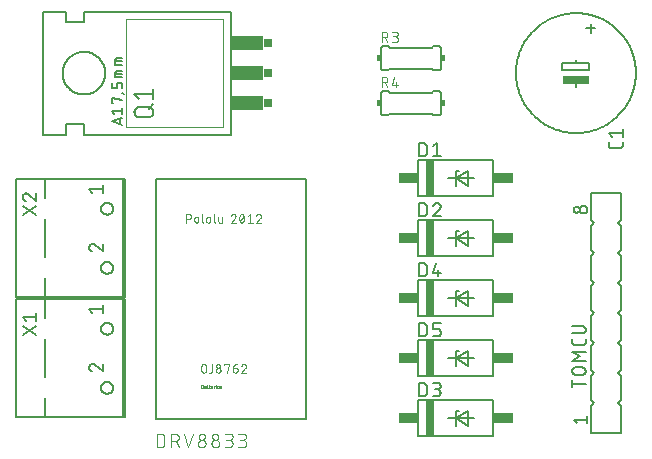
<source format=gbr>
G04 EAGLE Gerber RS-274X export*
G75*
%MOMM*%
%FSLAX34Y34*%
%LPD*%
%INSilkscreen Top*%
%IPPOS*%
%AMOC8*
5,1,8,0,0,1.08239X$1,22.5*%
G01*
%ADD10C,0.127000*%
%ADD11C,0.076200*%
%ADD12C,0.025400*%
%ADD13C,0.101600*%
%ADD14C,0.152400*%
%ADD15R,2.286000X0.635000*%
%ADD16R,0.762000X3.048000*%
%ADD17R,1.676400X0.812800*%
%ADD18C,0.050800*%
%ADD19R,0.635000X0.762000*%
%ADD20R,2.794000X1.270000*%
%ADD21C,0.177800*%
%ADD22R,0.381000X0.508000*%


D10*
X203000Y240400D02*
X203000Y37200D01*
X330000Y37200D01*
X330000Y240400D01*
X203000Y240400D01*
D11*
X228981Y210819D02*
X228981Y203581D01*
X228981Y210819D02*
X230992Y210819D01*
X231081Y210817D01*
X231170Y210811D01*
X231258Y210801D01*
X231346Y210788D01*
X231433Y210770D01*
X231520Y210749D01*
X231605Y210723D01*
X231689Y210694D01*
X231772Y210662D01*
X231853Y210625D01*
X231933Y210585D01*
X232010Y210542D01*
X232086Y210495D01*
X232160Y210445D01*
X232231Y210392D01*
X232300Y210336D01*
X232366Y210276D01*
X232430Y210214D01*
X232490Y210149D01*
X232548Y210082D01*
X232603Y210012D01*
X232655Y209939D01*
X232703Y209864D01*
X232748Y209788D01*
X232790Y209709D01*
X232828Y209629D01*
X232862Y209547D01*
X232893Y209463D01*
X232920Y209378D01*
X232944Y209293D01*
X232963Y209206D01*
X232979Y209118D01*
X232991Y209030D01*
X232999Y208941D01*
X233003Y208852D01*
X233003Y208764D01*
X232999Y208675D01*
X232991Y208586D01*
X232979Y208498D01*
X232963Y208410D01*
X232944Y208323D01*
X232920Y208238D01*
X232893Y208153D01*
X232862Y208069D01*
X232828Y207987D01*
X232790Y207907D01*
X232748Y207828D01*
X232703Y207752D01*
X232655Y207677D01*
X232603Y207604D01*
X232548Y207534D01*
X232490Y207467D01*
X232430Y207402D01*
X232366Y207340D01*
X232300Y207280D01*
X232231Y207224D01*
X232160Y207171D01*
X232086Y207121D01*
X232010Y207074D01*
X231933Y207031D01*
X231853Y206991D01*
X231772Y206954D01*
X231689Y206922D01*
X231605Y206893D01*
X231520Y206867D01*
X231433Y206846D01*
X231346Y206828D01*
X231258Y206815D01*
X231170Y206805D01*
X231081Y206799D01*
X230992Y206797D01*
X230992Y206798D02*
X228981Y206798D01*
X235746Y206798D02*
X235746Y205189D01*
X235747Y206798D02*
X235749Y206877D01*
X235755Y206956D01*
X235764Y207034D01*
X235778Y207112D01*
X235795Y207189D01*
X235816Y207265D01*
X235841Y207340D01*
X235869Y207413D01*
X235901Y207486D01*
X235937Y207556D01*
X235976Y207625D01*
X236018Y207691D01*
X236063Y207756D01*
X236112Y207818D01*
X236164Y207878D01*
X236218Y207935D01*
X236275Y207989D01*
X236335Y208041D01*
X236397Y208090D01*
X236462Y208135D01*
X236528Y208177D01*
X236597Y208216D01*
X236667Y208252D01*
X236740Y208284D01*
X236813Y208312D01*
X236888Y208337D01*
X236964Y208358D01*
X237041Y208375D01*
X237119Y208389D01*
X237197Y208398D01*
X237276Y208404D01*
X237355Y208406D01*
X237434Y208404D01*
X237513Y208398D01*
X237591Y208389D01*
X237669Y208375D01*
X237746Y208358D01*
X237822Y208337D01*
X237897Y208312D01*
X237970Y208284D01*
X238043Y208252D01*
X238113Y208216D01*
X238182Y208177D01*
X238248Y208135D01*
X238313Y208090D01*
X238375Y208041D01*
X238435Y207989D01*
X238492Y207935D01*
X238546Y207878D01*
X238598Y207818D01*
X238647Y207756D01*
X238692Y207691D01*
X238734Y207625D01*
X238773Y207556D01*
X238809Y207486D01*
X238841Y207413D01*
X238869Y207340D01*
X238894Y207265D01*
X238915Y207189D01*
X238932Y207112D01*
X238946Y207034D01*
X238955Y206956D01*
X238961Y206877D01*
X238963Y206798D01*
X238963Y205189D01*
X238961Y205110D01*
X238955Y205031D01*
X238946Y204953D01*
X238932Y204875D01*
X238915Y204798D01*
X238894Y204722D01*
X238869Y204647D01*
X238841Y204574D01*
X238809Y204501D01*
X238773Y204431D01*
X238734Y204362D01*
X238692Y204296D01*
X238647Y204231D01*
X238598Y204169D01*
X238546Y204109D01*
X238492Y204052D01*
X238435Y203998D01*
X238375Y203946D01*
X238313Y203897D01*
X238248Y203852D01*
X238182Y203810D01*
X238113Y203771D01*
X238043Y203735D01*
X237970Y203703D01*
X237897Y203675D01*
X237822Y203650D01*
X237746Y203629D01*
X237669Y203612D01*
X237591Y203598D01*
X237513Y203589D01*
X237434Y203583D01*
X237355Y203581D01*
X237276Y203583D01*
X237197Y203589D01*
X237119Y203598D01*
X237041Y203612D01*
X236964Y203629D01*
X236888Y203650D01*
X236813Y203675D01*
X236740Y203703D01*
X236667Y203735D01*
X236597Y203771D01*
X236528Y203810D01*
X236462Y203852D01*
X236397Y203897D01*
X236335Y203946D01*
X236275Y203998D01*
X236218Y204052D01*
X236164Y204109D01*
X236112Y204169D01*
X236063Y204231D01*
X236018Y204296D01*
X235976Y204362D01*
X235937Y204431D01*
X235901Y204501D01*
X235869Y204574D01*
X235841Y204647D01*
X235816Y204722D01*
X235795Y204798D01*
X235778Y204875D01*
X235764Y204953D01*
X235755Y205031D01*
X235749Y205110D01*
X235747Y205189D01*
X242067Y204787D02*
X242067Y210819D01*
X242067Y204787D02*
X242069Y204719D01*
X242075Y204652D01*
X242084Y204585D01*
X242097Y204519D01*
X242114Y204453D01*
X242135Y204389D01*
X242159Y204325D01*
X242186Y204264D01*
X242217Y204204D01*
X242252Y204145D01*
X242289Y204089D01*
X242330Y204035D01*
X242374Y203983D01*
X242420Y203934D01*
X242469Y203888D01*
X242521Y203844D01*
X242575Y203803D01*
X242631Y203766D01*
X242690Y203731D01*
X242750Y203700D01*
X242811Y203673D01*
X242875Y203649D01*
X242939Y203628D01*
X243005Y203611D01*
X243071Y203598D01*
X243138Y203589D01*
X243205Y203583D01*
X243273Y203581D01*
X245826Y205189D02*
X245826Y206798D01*
X245827Y206798D02*
X245829Y206877D01*
X245835Y206956D01*
X245844Y207034D01*
X245858Y207112D01*
X245875Y207189D01*
X245896Y207265D01*
X245921Y207340D01*
X245949Y207413D01*
X245981Y207486D01*
X246017Y207556D01*
X246056Y207625D01*
X246098Y207691D01*
X246143Y207756D01*
X246192Y207818D01*
X246244Y207878D01*
X246298Y207935D01*
X246355Y207989D01*
X246415Y208041D01*
X246477Y208090D01*
X246542Y208135D01*
X246608Y208177D01*
X246677Y208216D01*
X246747Y208252D01*
X246820Y208284D01*
X246893Y208312D01*
X246968Y208337D01*
X247044Y208358D01*
X247121Y208375D01*
X247199Y208389D01*
X247277Y208398D01*
X247356Y208404D01*
X247435Y208406D01*
X247514Y208404D01*
X247593Y208398D01*
X247671Y208389D01*
X247749Y208375D01*
X247826Y208358D01*
X247902Y208337D01*
X247977Y208312D01*
X248050Y208284D01*
X248123Y208252D01*
X248193Y208216D01*
X248262Y208177D01*
X248328Y208135D01*
X248393Y208090D01*
X248455Y208041D01*
X248515Y207989D01*
X248572Y207935D01*
X248626Y207878D01*
X248678Y207818D01*
X248727Y207756D01*
X248772Y207691D01*
X248814Y207625D01*
X248853Y207556D01*
X248889Y207486D01*
X248921Y207413D01*
X248949Y207340D01*
X248974Y207265D01*
X248995Y207189D01*
X249012Y207112D01*
X249026Y207034D01*
X249035Y206956D01*
X249041Y206877D01*
X249043Y206798D01*
X249043Y205189D01*
X249041Y205110D01*
X249035Y205031D01*
X249026Y204953D01*
X249012Y204875D01*
X248995Y204798D01*
X248974Y204722D01*
X248949Y204647D01*
X248921Y204574D01*
X248889Y204501D01*
X248853Y204431D01*
X248814Y204362D01*
X248772Y204296D01*
X248727Y204231D01*
X248678Y204169D01*
X248626Y204109D01*
X248572Y204052D01*
X248515Y203998D01*
X248455Y203946D01*
X248393Y203897D01*
X248328Y203852D01*
X248262Y203810D01*
X248193Y203771D01*
X248123Y203735D01*
X248050Y203703D01*
X247977Y203675D01*
X247902Y203650D01*
X247826Y203629D01*
X247749Y203612D01*
X247671Y203598D01*
X247593Y203589D01*
X247514Y203583D01*
X247435Y203581D01*
X247356Y203583D01*
X247277Y203589D01*
X247199Y203598D01*
X247121Y203612D01*
X247044Y203629D01*
X246968Y203650D01*
X246893Y203675D01*
X246820Y203703D01*
X246747Y203735D01*
X246677Y203771D01*
X246608Y203810D01*
X246542Y203852D01*
X246477Y203897D01*
X246415Y203946D01*
X246355Y203998D01*
X246298Y204052D01*
X246244Y204109D01*
X246192Y204169D01*
X246143Y204231D01*
X246098Y204296D01*
X246056Y204362D01*
X246017Y204431D01*
X245981Y204501D01*
X245949Y204574D01*
X245921Y204647D01*
X245896Y204722D01*
X245875Y204798D01*
X245858Y204875D01*
X245844Y204953D01*
X245835Y205031D01*
X245829Y205110D01*
X245827Y205189D01*
X252147Y204787D02*
X252147Y210819D01*
X252147Y204787D02*
X252149Y204719D01*
X252155Y204652D01*
X252164Y204585D01*
X252177Y204519D01*
X252194Y204453D01*
X252215Y204389D01*
X252239Y204325D01*
X252266Y204264D01*
X252297Y204204D01*
X252332Y204145D01*
X252369Y204089D01*
X252410Y204035D01*
X252454Y203983D01*
X252500Y203934D01*
X252549Y203888D01*
X252601Y203844D01*
X252655Y203803D01*
X252711Y203766D01*
X252770Y203731D01*
X252830Y203700D01*
X252891Y203673D01*
X252955Y203649D01*
X253019Y203628D01*
X253085Y203611D01*
X253151Y203598D01*
X253218Y203589D01*
X253285Y203583D01*
X253353Y203581D01*
X256146Y204787D02*
X256146Y208406D01*
X256147Y204787D02*
X256149Y204719D01*
X256155Y204652D01*
X256164Y204585D01*
X256177Y204519D01*
X256194Y204453D01*
X256215Y204389D01*
X256239Y204325D01*
X256266Y204264D01*
X256297Y204204D01*
X256332Y204145D01*
X256369Y204089D01*
X256410Y204035D01*
X256454Y203983D01*
X256500Y203934D01*
X256549Y203888D01*
X256601Y203844D01*
X256655Y203803D01*
X256711Y203766D01*
X256770Y203731D01*
X256830Y203700D01*
X256891Y203673D01*
X256955Y203649D01*
X257019Y203628D01*
X257085Y203611D01*
X257151Y203598D01*
X257218Y203589D01*
X257285Y203583D01*
X257353Y203581D01*
X259363Y203581D01*
X259363Y208406D01*
X268756Y210820D02*
X268840Y210818D01*
X268923Y210812D01*
X269006Y210803D01*
X269089Y210789D01*
X269170Y210772D01*
X269251Y210751D01*
X269331Y210726D01*
X269410Y210698D01*
X269487Y210666D01*
X269563Y210630D01*
X269637Y210591D01*
X269709Y210549D01*
X269779Y210503D01*
X269847Y210454D01*
X269912Y210402D01*
X269975Y210348D01*
X270036Y210290D01*
X270094Y210229D01*
X270148Y210166D01*
X270200Y210101D01*
X270249Y210033D01*
X270295Y209963D01*
X270337Y209891D01*
X270376Y209817D01*
X270412Y209741D01*
X270444Y209664D01*
X270472Y209585D01*
X270497Y209505D01*
X270518Y209424D01*
X270535Y209343D01*
X270549Y209260D01*
X270558Y209177D01*
X270564Y209094D01*
X270566Y209010D01*
X268756Y210819D02*
X268662Y210817D01*
X268568Y210811D01*
X268474Y210802D01*
X268380Y210788D01*
X268288Y210771D01*
X268196Y210750D01*
X268105Y210726D01*
X268015Y210698D01*
X267926Y210666D01*
X267838Y210630D01*
X267753Y210591D01*
X267668Y210549D01*
X267586Y210503D01*
X267505Y210454D01*
X267427Y210402D01*
X267351Y210346D01*
X267277Y210288D01*
X267205Y210226D01*
X267136Y210162D01*
X267070Y210095D01*
X267006Y210025D01*
X266946Y209953D01*
X266888Y209878D01*
X266833Y209801D01*
X266782Y209722D01*
X266734Y209641D01*
X266689Y209558D01*
X266647Y209474D01*
X266609Y209387D01*
X266575Y209299D01*
X266544Y209210D01*
X269963Y207602D02*
X270025Y207664D01*
X270084Y207728D01*
X270140Y207796D01*
X270193Y207865D01*
X270243Y207937D01*
X270290Y208011D01*
X270333Y208087D01*
X270373Y208165D01*
X270409Y208244D01*
X270441Y208325D01*
X270470Y208408D01*
X270496Y208492D01*
X270517Y208576D01*
X270535Y208662D01*
X270548Y208748D01*
X270558Y208835D01*
X270564Y208923D01*
X270566Y209010D01*
X269962Y207602D02*
X266544Y203581D01*
X270565Y203581D01*
X273744Y207200D02*
X273746Y207350D01*
X273752Y207501D01*
X273761Y207651D01*
X273774Y207800D01*
X273791Y207950D01*
X273812Y208098D01*
X273837Y208247D01*
X273865Y208394D01*
X273897Y208541D01*
X273932Y208687D01*
X273972Y208832D01*
X274015Y208976D01*
X274061Y209119D01*
X274111Y209261D01*
X274165Y209401D01*
X274222Y209540D01*
X274283Y209678D01*
X274347Y209814D01*
X274373Y209883D01*
X274402Y209951D01*
X274435Y210017D01*
X274470Y210082D01*
X274509Y210144D01*
X274551Y210205D01*
X274596Y210264D01*
X274643Y210320D01*
X274694Y210374D01*
X274747Y210426D01*
X274802Y210474D01*
X274860Y210520D01*
X274920Y210563D01*
X274983Y210603D01*
X275047Y210640D01*
X275112Y210673D01*
X275180Y210703D01*
X275248Y210730D01*
X275319Y210754D01*
X275390Y210773D01*
X275462Y210790D01*
X275534Y210803D01*
X275608Y210812D01*
X275681Y210817D01*
X275755Y210819D01*
X275829Y210817D01*
X275902Y210812D01*
X275976Y210803D01*
X276048Y210790D01*
X276120Y210773D01*
X276191Y210754D01*
X276262Y210730D01*
X276330Y210703D01*
X276398Y210673D01*
X276463Y210640D01*
X276527Y210603D01*
X276590Y210563D01*
X276650Y210520D01*
X276708Y210474D01*
X276763Y210426D01*
X276816Y210374D01*
X276867Y210320D01*
X276914Y210264D01*
X276959Y210205D01*
X277001Y210144D01*
X277040Y210082D01*
X277075Y210017D01*
X277108Y209951D01*
X277137Y209883D01*
X277163Y209814D01*
X277162Y209814D02*
X277226Y209678D01*
X277287Y209540D01*
X277344Y209401D01*
X277398Y209261D01*
X277448Y209119D01*
X277494Y208976D01*
X277537Y208832D01*
X277577Y208687D01*
X277612Y208541D01*
X277644Y208394D01*
X277672Y208247D01*
X277697Y208098D01*
X277718Y207950D01*
X277735Y207800D01*
X277748Y207651D01*
X277757Y207501D01*
X277763Y207350D01*
X277765Y207200D01*
X273744Y207200D02*
X273746Y207050D01*
X273752Y206900D01*
X273761Y206749D01*
X273774Y206600D01*
X273791Y206450D01*
X273812Y206302D01*
X273837Y206153D01*
X273865Y206006D01*
X273897Y205859D01*
X273932Y205713D01*
X273972Y205568D01*
X274015Y205424D01*
X274061Y205281D01*
X274111Y205139D01*
X274165Y204999D01*
X274222Y204860D01*
X274283Y204722D01*
X274347Y204586D01*
X274373Y204517D01*
X274402Y204449D01*
X274435Y204383D01*
X274470Y204318D01*
X274509Y204256D01*
X274551Y204195D01*
X274596Y204136D01*
X274643Y204080D01*
X274694Y204026D01*
X274747Y203974D01*
X274802Y203926D01*
X274860Y203880D01*
X274920Y203837D01*
X274983Y203797D01*
X275047Y203760D01*
X275112Y203727D01*
X275180Y203697D01*
X275248Y203670D01*
X275319Y203646D01*
X275390Y203627D01*
X275462Y203610D01*
X275534Y203597D01*
X275608Y203588D01*
X275681Y203583D01*
X275755Y203581D01*
X277162Y204586D02*
X277226Y204722D01*
X277287Y204860D01*
X277344Y204999D01*
X277398Y205139D01*
X277448Y205281D01*
X277494Y205424D01*
X277537Y205568D01*
X277577Y205713D01*
X277612Y205859D01*
X277644Y206006D01*
X277672Y206153D01*
X277697Y206302D01*
X277718Y206450D01*
X277735Y206600D01*
X277748Y206749D01*
X277757Y206900D01*
X277763Y207050D01*
X277765Y207200D01*
X277163Y204586D02*
X277137Y204517D01*
X277108Y204449D01*
X277075Y204383D01*
X277040Y204318D01*
X277001Y204256D01*
X276959Y204195D01*
X276914Y204136D01*
X276867Y204080D01*
X276816Y204026D01*
X276763Y203974D01*
X276708Y203926D01*
X276650Y203880D01*
X276590Y203837D01*
X276527Y203797D01*
X276463Y203760D01*
X276398Y203727D01*
X276330Y203697D01*
X276262Y203670D01*
X276191Y203646D01*
X276120Y203627D01*
X276048Y203610D01*
X275976Y203597D01*
X275902Y203588D01*
X275829Y203583D01*
X275755Y203581D01*
X274146Y205189D02*
X277363Y209211D01*
X280944Y209211D02*
X282955Y210819D01*
X282955Y203581D01*
X284965Y203581D02*
X280944Y203581D01*
X290356Y210820D02*
X290440Y210818D01*
X290523Y210812D01*
X290606Y210803D01*
X290689Y210789D01*
X290770Y210772D01*
X290851Y210751D01*
X290931Y210726D01*
X291010Y210698D01*
X291087Y210666D01*
X291163Y210630D01*
X291237Y210591D01*
X291309Y210549D01*
X291379Y210503D01*
X291447Y210454D01*
X291512Y210402D01*
X291575Y210348D01*
X291636Y210290D01*
X291694Y210229D01*
X291748Y210166D01*
X291800Y210101D01*
X291849Y210033D01*
X291895Y209963D01*
X291937Y209891D01*
X291976Y209817D01*
X292012Y209741D01*
X292044Y209664D01*
X292072Y209585D01*
X292097Y209505D01*
X292118Y209424D01*
X292135Y209343D01*
X292149Y209260D01*
X292158Y209177D01*
X292164Y209094D01*
X292166Y209010D01*
X290356Y210819D02*
X290262Y210817D01*
X290168Y210811D01*
X290074Y210802D01*
X289980Y210788D01*
X289888Y210771D01*
X289796Y210750D01*
X289705Y210726D01*
X289615Y210698D01*
X289526Y210666D01*
X289438Y210630D01*
X289353Y210591D01*
X289268Y210549D01*
X289186Y210503D01*
X289105Y210454D01*
X289027Y210402D01*
X288951Y210346D01*
X288877Y210288D01*
X288805Y210226D01*
X288736Y210162D01*
X288670Y210095D01*
X288606Y210025D01*
X288546Y209953D01*
X288488Y209878D01*
X288433Y209801D01*
X288382Y209722D01*
X288334Y209641D01*
X288289Y209558D01*
X288247Y209474D01*
X288209Y209387D01*
X288175Y209299D01*
X288144Y209210D01*
X291562Y207602D02*
X291624Y207664D01*
X291683Y207728D01*
X291739Y207796D01*
X291792Y207865D01*
X291842Y207937D01*
X291889Y208011D01*
X291932Y208087D01*
X291972Y208165D01*
X292008Y208244D01*
X292040Y208325D01*
X292069Y208408D01*
X292095Y208492D01*
X292116Y208576D01*
X292134Y208662D01*
X292147Y208748D01*
X292157Y208835D01*
X292163Y208923D01*
X292165Y209010D01*
X291562Y207602D02*
X288144Y203581D01*
X292165Y203581D01*
X241681Y81808D02*
X241681Y78592D01*
X241681Y81808D02*
X241683Y81897D01*
X241689Y81986D01*
X241699Y82074D01*
X241712Y82162D01*
X241730Y82249D01*
X241751Y82336D01*
X241777Y82421D01*
X241806Y82505D01*
X241838Y82588D01*
X241875Y82669D01*
X241915Y82749D01*
X241958Y82826D01*
X242005Y82902D01*
X242055Y82976D01*
X242108Y83047D01*
X242164Y83116D01*
X242224Y83182D01*
X242286Y83246D01*
X242351Y83306D01*
X242418Y83364D01*
X242488Y83419D01*
X242561Y83471D01*
X242636Y83519D01*
X242712Y83564D01*
X242791Y83606D01*
X242871Y83644D01*
X242953Y83678D01*
X243037Y83709D01*
X243122Y83736D01*
X243207Y83760D01*
X243294Y83779D01*
X243382Y83795D01*
X243470Y83807D01*
X243559Y83815D01*
X243648Y83819D01*
X243736Y83819D01*
X243825Y83815D01*
X243914Y83807D01*
X244002Y83795D01*
X244090Y83779D01*
X244177Y83760D01*
X244262Y83736D01*
X244347Y83709D01*
X244431Y83678D01*
X244513Y83644D01*
X244593Y83606D01*
X244672Y83564D01*
X244748Y83519D01*
X244823Y83471D01*
X244896Y83419D01*
X244966Y83364D01*
X245033Y83306D01*
X245098Y83246D01*
X245160Y83182D01*
X245220Y83116D01*
X245276Y83047D01*
X245329Y82976D01*
X245379Y82902D01*
X245426Y82826D01*
X245469Y82749D01*
X245509Y82669D01*
X245546Y82588D01*
X245578Y82505D01*
X245607Y82421D01*
X245633Y82336D01*
X245654Y82249D01*
X245672Y82162D01*
X245685Y82074D01*
X245695Y81986D01*
X245701Y81897D01*
X245703Y81808D01*
X245702Y81808D02*
X245702Y78592D01*
X245703Y78592D02*
X245701Y78503D01*
X245695Y78414D01*
X245685Y78326D01*
X245672Y78238D01*
X245654Y78151D01*
X245633Y78064D01*
X245607Y77979D01*
X245578Y77895D01*
X245546Y77812D01*
X245509Y77731D01*
X245469Y77651D01*
X245426Y77574D01*
X245379Y77498D01*
X245329Y77424D01*
X245276Y77353D01*
X245220Y77284D01*
X245160Y77218D01*
X245098Y77154D01*
X245033Y77094D01*
X244966Y77036D01*
X244896Y76981D01*
X244823Y76929D01*
X244748Y76881D01*
X244672Y76836D01*
X244593Y76794D01*
X244513Y76756D01*
X244431Y76722D01*
X244347Y76691D01*
X244262Y76664D01*
X244177Y76640D01*
X244090Y76621D01*
X244002Y76605D01*
X243914Y76593D01*
X243825Y76585D01*
X243736Y76581D01*
X243648Y76581D01*
X243559Y76585D01*
X243470Y76593D01*
X243382Y76605D01*
X243294Y76621D01*
X243207Y76640D01*
X243122Y76664D01*
X243037Y76691D01*
X242953Y76722D01*
X242871Y76756D01*
X242791Y76794D01*
X242712Y76836D01*
X242636Y76881D01*
X242561Y76929D01*
X242488Y76981D01*
X242418Y77036D01*
X242351Y77094D01*
X242286Y77154D01*
X242224Y77218D01*
X242164Y77284D01*
X242108Y77353D01*
X242055Y77424D01*
X242005Y77498D01*
X241958Y77574D01*
X241915Y77651D01*
X241875Y77731D01*
X241838Y77812D01*
X241806Y77895D01*
X241777Y77979D01*
X241751Y78064D01*
X241730Y78151D01*
X241712Y78238D01*
X241699Y78326D01*
X241689Y78414D01*
X241683Y78503D01*
X241681Y78592D01*
X250534Y78189D02*
X250534Y83819D01*
X250534Y78189D02*
X250532Y78110D01*
X250526Y78031D01*
X250517Y77953D01*
X250503Y77875D01*
X250486Y77798D01*
X250465Y77722D01*
X250440Y77647D01*
X250412Y77574D01*
X250380Y77501D01*
X250344Y77431D01*
X250305Y77362D01*
X250263Y77296D01*
X250218Y77231D01*
X250169Y77169D01*
X250117Y77109D01*
X250063Y77052D01*
X250006Y76998D01*
X249946Y76946D01*
X249884Y76897D01*
X249819Y76852D01*
X249753Y76810D01*
X249684Y76771D01*
X249614Y76735D01*
X249541Y76703D01*
X249468Y76675D01*
X249393Y76650D01*
X249317Y76629D01*
X249240Y76612D01*
X249162Y76598D01*
X249084Y76589D01*
X249005Y76583D01*
X248926Y76581D01*
X248121Y76581D01*
X253920Y78592D02*
X253922Y78681D01*
X253928Y78770D01*
X253938Y78858D01*
X253951Y78946D01*
X253969Y79033D01*
X253990Y79120D01*
X254016Y79205D01*
X254045Y79289D01*
X254077Y79372D01*
X254114Y79453D01*
X254154Y79533D01*
X254197Y79610D01*
X254244Y79686D01*
X254294Y79760D01*
X254347Y79831D01*
X254403Y79900D01*
X254463Y79966D01*
X254525Y80030D01*
X254590Y80090D01*
X254657Y80148D01*
X254727Y80203D01*
X254800Y80255D01*
X254875Y80303D01*
X254951Y80348D01*
X255030Y80390D01*
X255110Y80428D01*
X255192Y80462D01*
X255276Y80493D01*
X255361Y80520D01*
X255446Y80544D01*
X255533Y80563D01*
X255621Y80579D01*
X255709Y80591D01*
X255798Y80599D01*
X255887Y80603D01*
X255975Y80603D01*
X256064Y80599D01*
X256153Y80591D01*
X256241Y80579D01*
X256329Y80563D01*
X256416Y80544D01*
X256501Y80520D01*
X256586Y80493D01*
X256670Y80462D01*
X256752Y80428D01*
X256832Y80390D01*
X256911Y80348D01*
X256987Y80303D01*
X257062Y80255D01*
X257135Y80203D01*
X257205Y80148D01*
X257272Y80090D01*
X257337Y80030D01*
X257399Y79966D01*
X257459Y79900D01*
X257515Y79831D01*
X257568Y79760D01*
X257618Y79686D01*
X257665Y79610D01*
X257708Y79533D01*
X257748Y79453D01*
X257785Y79372D01*
X257817Y79289D01*
X257846Y79205D01*
X257872Y79120D01*
X257893Y79033D01*
X257911Y78946D01*
X257924Y78858D01*
X257934Y78770D01*
X257940Y78681D01*
X257942Y78592D01*
X257940Y78503D01*
X257934Y78414D01*
X257924Y78326D01*
X257911Y78238D01*
X257893Y78151D01*
X257872Y78064D01*
X257846Y77979D01*
X257817Y77895D01*
X257785Y77812D01*
X257748Y77731D01*
X257708Y77651D01*
X257665Y77574D01*
X257618Y77498D01*
X257568Y77424D01*
X257515Y77353D01*
X257459Y77284D01*
X257399Y77218D01*
X257337Y77154D01*
X257272Y77094D01*
X257205Y77036D01*
X257135Y76981D01*
X257062Y76929D01*
X256987Y76881D01*
X256911Y76836D01*
X256832Y76794D01*
X256752Y76756D01*
X256670Y76722D01*
X256586Y76691D01*
X256501Y76664D01*
X256416Y76640D01*
X256329Y76621D01*
X256241Y76605D01*
X256153Y76593D01*
X256064Y76585D01*
X255975Y76581D01*
X255887Y76581D01*
X255798Y76585D01*
X255709Y76593D01*
X255621Y76605D01*
X255533Y76621D01*
X255446Y76640D01*
X255361Y76664D01*
X255276Y76691D01*
X255192Y76722D01*
X255110Y76756D01*
X255030Y76794D01*
X254951Y76836D01*
X254875Y76881D01*
X254800Y76929D01*
X254727Y76981D01*
X254657Y77036D01*
X254590Y77094D01*
X254525Y77154D01*
X254463Y77218D01*
X254403Y77284D01*
X254347Y77353D01*
X254294Y77424D01*
X254244Y77498D01*
X254197Y77574D01*
X254154Y77651D01*
X254114Y77731D01*
X254077Y77812D01*
X254045Y77895D01*
X254016Y77979D01*
X253990Y78064D01*
X253969Y78151D01*
X253951Y78238D01*
X253938Y78326D01*
X253928Y78414D01*
X253922Y78503D01*
X253920Y78592D01*
X254323Y82211D02*
X254325Y82290D01*
X254331Y82369D01*
X254340Y82447D01*
X254354Y82525D01*
X254371Y82602D01*
X254392Y82678D01*
X254417Y82753D01*
X254445Y82826D01*
X254477Y82899D01*
X254513Y82969D01*
X254552Y83038D01*
X254594Y83104D01*
X254639Y83169D01*
X254688Y83231D01*
X254740Y83291D01*
X254794Y83348D01*
X254851Y83402D01*
X254911Y83454D01*
X254973Y83503D01*
X255038Y83548D01*
X255104Y83590D01*
X255173Y83629D01*
X255243Y83665D01*
X255316Y83697D01*
X255389Y83725D01*
X255464Y83750D01*
X255540Y83771D01*
X255617Y83788D01*
X255695Y83802D01*
X255773Y83811D01*
X255852Y83817D01*
X255931Y83819D01*
X256010Y83817D01*
X256089Y83811D01*
X256167Y83802D01*
X256245Y83788D01*
X256322Y83771D01*
X256398Y83750D01*
X256473Y83725D01*
X256546Y83697D01*
X256619Y83665D01*
X256689Y83629D01*
X256758Y83590D01*
X256824Y83548D01*
X256889Y83503D01*
X256951Y83454D01*
X257011Y83402D01*
X257068Y83348D01*
X257122Y83291D01*
X257174Y83231D01*
X257223Y83169D01*
X257268Y83104D01*
X257310Y83038D01*
X257349Y82969D01*
X257385Y82899D01*
X257417Y82826D01*
X257445Y82753D01*
X257470Y82678D01*
X257491Y82602D01*
X257508Y82525D01*
X257522Y82447D01*
X257531Y82369D01*
X257537Y82290D01*
X257539Y82211D01*
X257537Y82132D01*
X257531Y82053D01*
X257522Y81975D01*
X257508Y81897D01*
X257491Y81820D01*
X257470Y81744D01*
X257445Y81669D01*
X257417Y81596D01*
X257385Y81523D01*
X257349Y81453D01*
X257310Y81384D01*
X257268Y81318D01*
X257223Y81253D01*
X257174Y81191D01*
X257122Y81131D01*
X257068Y81074D01*
X257011Y81020D01*
X256951Y80968D01*
X256889Y80919D01*
X256824Y80874D01*
X256758Y80832D01*
X256689Y80793D01*
X256619Y80757D01*
X256546Y80725D01*
X256473Y80697D01*
X256398Y80672D01*
X256322Y80651D01*
X256245Y80634D01*
X256167Y80620D01*
X256089Y80611D01*
X256010Y80605D01*
X255931Y80603D01*
X255852Y80605D01*
X255773Y80611D01*
X255695Y80620D01*
X255617Y80634D01*
X255540Y80651D01*
X255464Y80672D01*
X255389Y80697D01*
X255316Y80725D01*
X255243Y80757D01*
X255173Y80793D01*
X255104Y80832D01*
X255038Y80874D01*
X254973Y80919D01*
X254911Y80968D01*
X254851Y81020D01*
X254794Y81074D01*
X254740Y81131D01*
X254688Y81191D01*
X254639Y81253D01*
X254594Y81318D01*
X254552Y81384D01*
X254513Y81453D01*
X254477Y81523D01*
X254445Y81596D01*
X254417Y81669D01*
X254392Y81744D01*
X254371Y81820D01*
X254354Y81897D01*
X254340Y81975D01*
X254331Y82053D01*
X254325Y82132D01*
X254323Y82211D01*
X261121Y83015D02*
X261121Y83819D01*
X265142Y83819D01*
X263131Y76581D01*
X268321Y80602D02*
X270734Y80602D01*
X270813Y80600D01*
X270892Y80594D01*
X270970Y80585D01*
X271048Y80571D01*
X271125Y80554D01*
X271201Y80533D01*
X271276Y80508D01*
X271349Y80480D01*
X271422Y80448D01*
X271492Y80412D01*
X271561Y80373D01*
X271627Y80331D01*
X271692Y80286D01*
X271754Y80237D01*
X271814Y80185D01*
X271871Y80131D01*
X271925Y80074D01*
X271977Y80014D01*
X272026Y79952D01*
X272071Y79887D01*
X272113Y79821D01*
X272152Y79752D01*
X272188Y79682D01*
X272220Y79609D01*
X272248Y79536D01*
X272273Y79461D01*
X272294Y79385D01*
X272311Y79308D01*
X272325Y79230D01*
X272334Y79152D01*
X272340Y79073D01*
X272342Y78994D01*
X272342Y78592D01*
X272340Y78503D01*
X272334Y78414D01*
X272324Y78326D01*
X272311Y78238D01*
X272293Y78151D01*
X272272Y78064D01*
X272246Y77979D01*
X272217Y77895D01*
X272185Y77812D01*
X272148Y77731D01*
X272108Y77651D01*
X272065Y77574D01*
X272018Y77498D01*
X271968Y77424D01*
X271915Y77353D01*
X271859Y77284D01*
X271799Y77218D01*
X271737Y77154D01*
X271672Y77094D01*
X271605Y77036D01*
X271535Y76981D01*
X271462Y76929D01*
X271387Y76881D01*
X271311Y76836D01*
X271232Y76794D01*
X271152Y76756D01*
X271070Y76722D01*
X270986Y76691D01*
X270901Y76664D01*
X270816Y76640D01*
X270729Y76621D01*
X270641Y76605D01*
X270553Y76593D01*
X270464Y76585D01*
X270375Y76581D01*
X270287Y76581D01*
X270198Y76585D01*
X270109Y76593D01*
X270021Y76605D01*
X269933Y76621D01*
X269846Y76640D01*
X269761Y76664D01*
X269676Y76691D01*
X269592Y76722D01*
X269510Y76756D01*
X269430Y76794D01*
X269351Y76836D01*
X269275Y76881D01*
X269200Y76929D01*
X269127Y76981D01*
X269057Y77036D01*
X268990Y77094D01*
X268925Y77154D01*
X268863Y77218D01*
X268803Y77284D01*
X268747Y77353D01*
X268694Y77424D01*
X268644Y77498D01*
X268597Y77574D01*
X268554Y77651D01*
X268514Y77731D01*
X268477Y77812D01*
X268445Y77895D01*
X268416Y77979D01*
X268390Y78064D01*
X268369Y78151D01*
X268351Y78238D01*
X268338Y78326D01*
X268328Y78414D01*
X268322Y78503D01*
X268320Y78592D01*
X268321Y78592D02*
X268321Y80602D01*
X268323Y80714D01*
X268329Y80826D01*
X268339Y80938D01*
X268352Y81050D01*
X268370Y81161D01*
X268391Y81271D01*
X268417Y81380D01*
X268446Y81489D01*
X268478Y81596D01*
X268515Y81702D01*
X268555Y81807D01*
X268599Y81910D01*
X268647Y82012D01*
X268698Y82112D01*
X268752Y82210D01*
X268810Y82307D01*
X268871Y82401D01*
X268935Y82493D01*
X269003Y82583D01*
X269074Y82670D01*
X269147Y82755D01*
X269224Y82837D01*
X269303Y82916D01*
X269385Y82993D01*
X269470Y83066D01*
X269557Y83137D01*
X269647Y83205D01*
X269739Y83269D01*
X269833Y83330D01*
X269929Y83388D01*
X270028Y83442D01*
X270128Y83493D01*
X270230Y83541D01*
X270333Y83585D01*
X270438Y83625D01*
X270544Y83662D01*
X270651Y83694D01*
X270760Y83723D01*
X270869Y83749D01*
X270979Y83770D01*
X271090Y83788D01*
X271202Y83801D01*
X271314Y83811D01*
X271426Y83817D01*
X271538Y83819D01*
X277732Y83820D02*
X277816Y83818D01*
X277899Y83812D01*
X277982Y83803D01*
X278065Y83789D01*
X278146Y83772D01*
X278227Y83751D01*
X278307Y83726D01*
X278386Y83698D01*
X278463Y83666D01*
X278539Y83630D01*
X278613Y83591D01*
X278685Y83549D01*
X278755Y83503D01*
X278823Y83454D01*
X278888Y83402D01*
X278951Y83348D01*
X279012Y83290D01*
X279070Y83229D01*
X279124Y83166D01*
X279176Y83101D01*
X279225Y83033D01*
X279271Y82963D01*
X279313Y82891D01*
X279352Y82817D01*
X279388Y82741D01*
X279420Y82664D01*
X279448Y82585D01*
X279473Y82505D01*
X279494Y82424D01*
X279511Y82343D01*
X279525Y82260D01*
X279534Y82177D01*
X279540Y82094D01*
X279542Y82010D01*
X277732Y83819D02*
X277638Y83817D01*
X277544Y83811D01*
X277450Y83802D01*
X277356Y83788D01*
X277264Y83771D01*
X277172Y83750D01*
X277081Y83726D01*
X276991Y83698D01*
X276902Y83666D01*
X276814Y83630D01*
X276729Y83591D01*
X276644Y83549D01*
X276562Y83503D01*
X276481Y83454D01*
X276403Y83402D01*
X276327Y83346D01*
X276253Y83288D01*
X276181Y83226D01*
X276112Y83162D01*
X276046Y83095D01*
X275982Y83025D01*
X275922Y82953D01*
X275864Y82878D01*
X275809Y82801D01*
X275758Y82722D01*
X275710Y82641D01*
X275665Y82558D01*
X275623Y82474D01*
X275585Y82387D01*
X275551Y82299D01*
X275520Y82210D01*
X278939Y80602D02*
X279001Y80664D01*
X279060Y80728D01*
X279116Y80796D01*
X279169Y80865D01*
X279219Y80937D01*
X279266Y81011D01*
X279309Y81087D01*
X279349Y81165D01*
X279385Y81244D01*
X279417Y81325D01*
X279446Y81408D01*
X279472Y81492D01*
X279493Y81576D01*
X279511Y81662D01*
X279524Y81748D01*
X279534Y81835D01*
X279540Y81923D01*
X279542Y82010D01*
X278939Y80602D02*
X275521Y76581D01*
X279542Y76581D01*
D12*
X241427Y66373D02*
X241427Y63627D01*
X241427Y66373D02*
X242190Y66373D01*
X242244Y66371D01*
X242299Y66365D01*
X242352Y66356D01*
X242405Y66342D01*
X242457Y66325D01*
X242507Y66304D01*
X242556Y66280D01*
X242603Y66252D01*
X242647Y66221D01*
X242690Y66187D01*
X242730Y66150D01*
X242767Y66110D01*
X242801Y66067D01*
X242832Y66023D01*
X242860Y65976D01*
X242884Y65927D01*
X242905Y65877D01*
X242922Y65825D01*
X242936Y65772D01*
X242945Y65719D01*
X242951Y65664D01*
X242953Y65610D01*
X242953Y64390D01*
X242951Y64336D01*
X242945Y64281D01*
X242936Y64228D01*
X242922Y64175D01*
X242905Y64123D01*
X242884Y64073D01*
X242860Y64024D01*
X242832Y63977D01*
X242801Y63933D01*
X242767Y63890D01*
X242730Y63850D01*
X242690Y63813D01*
X242647Y63779D01*
X242603Y63748D01*
X242556Y63720D01*
X242507Y63696D01*
X242457Y63675D01*
X242405Y63658D01*
X242352Y63644D01*
X242299Y63635D01*
X242244Y63629D01*
X242190Y63627D01*
X241427Y63627D01*
X244647Y63627D02*
X245410Y63627D01*
X244647Y63627D02*
X244607Y63629D01*
X244567Y63634D01*
X244528Y63643D01*
X244490Y63655D01*
X244453Y63670D01*
X244418Y63688D01*
X244384Y63710D01*
X244353Y63734D01*
X244323Y63761D01*
X244296Y63791D01*
X244272Y63822D01*
X244250Y63856D01*
X244232Y63891D01*
X244217Y63928D01*
X244205Y63966D01*
X244196Y64005D01*
X244191Y64045D01*
X244189Y64085D01*
X244190Y64085D02*
X244190Y64847D01*
X244192Y64895D01*
X244198Y64942D01*
X244207Y64989D01*
X244220Y65036D01*
X244236Y65080D01*
X244256Y65124D01*
X244280Y65166D01*
X244306Y65206D01*
X244336Y65243D01*
X244369Y65278D01*
X244404Y65311D01*
X244441Y65341D01*
X244481Y65367D01*
X244523Y65391D01*
X244567Y65411D01*
X244611Y65427D01*
X244658Y65440D01*
X244705Y65449D01*
X244752Y65455D01*
X244800Y65457D01*
X244848Y65455D01*
X244895Y65449D01*
X244942Y65440D01*
X244989Y65427D01*
X245033Y65411D01*
X245077Y65391D01*
X245119Y65367D01*
X245159Y65341D01*
X245196Y65311D01*
X245231Y65278D01*
X245264Y65243D01*
X245294Y65206D01*
X245320Y65166D01*
X245344Y65124D01*
X245364Y65080D01*
X245380Y65036D01*
X245393Y64989D01*
X245402Y64942D01*
X245408Y64895D01*
X245410Y64847D01*
X245410Y64542D01*
X244190Y64542D01*
X246563Y64085D02*
X246563Y66373D01*
X246563Y64085D02*
X246565Y64045D01*
X246570Y64005D01*
X246579Y63966D01*
X246591Y63928D01*
X246606Y63891D01*
X246624Y63856D01*
X246646Y63822D01*
X246670Y63791D01*
X246697Y63761D01*
X246727Y63734D01*
X246758Y63710D01*
X246792Y63688D01*
X246827Y63670D01*
X246864Y63655D01*
X246902Y63643D01*
X246941Y63634D01*
X246981Y63629D01*
X247021Y63627D01*
X247740Y65458D02*
X248655Y65458D01*
X248045Y66373D02*
X248045Y64085D01*
X248044Y64085D02*
X248046Y64045D01*
X248051Y64005D01*
X248060Y63966D01*
X248072Y63928D01*
X248087Y63891D01*
X248105Y63856D01*
X248127Y63822D01*
X248151Y63791D01*
X248178Y63761D01*
X248208Y63734D01*
X248239Y63710D01*
X248273Y63688D01*
X248308Y63670D01*
X248345Y63655D01*
X248383Y63643D01*
X248422Y63634D01*
X248462Y63629D01*
X248502Y63627D01*
X248655Y63627D01*
X250199Y64695D02*
X250886Y64695D01*
X250199Y64695D02*
X250154Y64693D01*
X250109Y64687D01*
X250064Y64678D01*
X250021Y64664D01*
X249979Y64648D01*
X249939Y64627D01*
X249900Y64603D01*
X249864Y64576D01*
X249830Y64547D01*
X249798Y64514D01*
X249770Y64479D01*
X249744Y64441D01*
X249722Y64401D01*
X249704Y64360D01*
X249688Y64317D01*
X249677Y64274D01*
X249669Y64229D01*
X249665Y64184D01*
X249665Y64138D01*
X249669Y64093D01*
X249677Y64048D01*
X249688Y64005D01*
X249704Y63962D01*
X249722Y63921D01*
X249744Y63881D01*
X249770Y63843D01*
X249798Y63808D01*
X249830Y63775D01*
X249864Y63746D01*
X249900Y63719D01*
X249939Y63695D01*
X249979Y63674D01*
X250021Y63658D01*
X250064Y63644D01*
X250109Y63635D01*
X250154Y63629D01*
X250199Y63627D01*
X250886Y63627D01*
X250886Y65000D01*
X250884Y65040D01*
X250879Y65080D01*
X250870Y65119D01*
X250858Y65157D01*
X250843Y65194D01*
X250825Y65229D01*
X250803Y65263D01*
X250779Y65294D01*
X250752Y65324D01*
X250722Y65351D01*
X250691Y65375D01*
X250657Y65397D01*
X250622Y65415D01*
X250585Y65430D01*
X250547Y65442D01*
X250508Y65451D01*
X250468Y65456D01*
X250428Y65458D01*
X249818Y65458D01*
X252216Y65458D02*
X252216Y63627D01*
X252216Y65458D02*
X253131Y65458D01*
X253131Y65153D01*
X253980Y65458D02*
X253980Y63627D01*
X253903Y66220D02*
X253903Y66373D01*
X254056Y66373D01*
X254056Y66220D01*
X253903Y66220D01*
X255079Y64847D02*
X255079Y64237D01*
X255080Y64847D02*
X255082Y64895D01*
X255088Y64942D01*
X255097Y64989D01*
X255110Y65036D01*
X255126Y65080D01*
X255146Y65124D01*
X255170Y65166D01*
X255196Y65206D01*
X255226Y65243D01*
X255259Y65278D01*
X255294Y65311D01*
X255331Y65341D01*
X255371Y65367D01*
X255413Y65391D01*
X255457Y65411D01*
X255501Y65427D01*
X255548Y65440D01*
X255595Y65449D01*
X255642Y65455D01*
X255690Y65457D01*
X255738Y65455D01*
X255785Y65449D01*
X255832Y65440D01*
X255879Y65427D01*
X255923Y65411D01*
X255967Y65391D01*
X256009Y65367D01*
X256049Y65341D01*
X256086Y65311D01*
X256121Y65278D01*
X256154Y65243D01*
X256184Y65206D01*
X256210Y65166D01*
X256234Y65124D01*
X256254Y65080D01*
X256270Y65036D01*
X256283Y64989D01*
X256292Y64942D01*
X256298Y64895D01*
X256300Y64847D01*
X256300Y64237D01*
X256298Y64189D01*
X256292Y64142D01*
X256283Y64095D01*
X256270Y64048D01*
X256254Y64004D01*
X256234Y63960D01*
X256210Y63918D01*
X256184Y63878D01*
X256154Y63841D01*
X256121Y63806D01*
X256086Y63773D01*
X256049Y63743D01*
X256009Y63717D01*
X255967Y63693D01*
X255923Y63673D01*
X255879Y63657D01*
X255832Y63644D01*
X255785Y63635D01*
X255738Y63629D01*
X255690Y63627D01*
X255642Y63629D01*
X255595Y63635D01*
X255548Y63644D01*
X255501Y63657D01*
X255457Y63673D01*
X255413Y63693D01*
X255371Y63717D01*
X255331Y63743D01*
X255294Y63773D01*
X255259Y63806D01*
X255226Y63841D01*
X255196Y63878D01*
X255170Y63918D01*
X255146Y63960D01*
X255126Y64004D01*
X255110Y64048D01*
X255097Y64095D01*
X255088Y64142D01*
X255082Y64189D01*
X255080Y64237D01*
X257648Y64695D02*
X258411Y64390D01*
X257648Y64694D02*
X257612Y64711D01*
X257578Y64730D01*
X257547Y64754D01*
X257517Y64780D01*
X257491Y64809D01*
X257467Y64840D01*
X257447Y64873D01*
X257430Y64909D01*
X257416Y64946D01*
X257407Y64984D01*
X257401Y65022D01*
X257399Y65062D01*
X257401Y65101D01*
X257407Y65140D01*
X257416Y65178D01*
X257430Y65215D01*
X257446Y65250D01*
X257467Y65284D01*
X257490Y65315D01*
X257517Y65344D01*
X257546Y65370D01*
X257578Y65393D01*
X257612Y65413D01*
X257647Y65429D01*
X257684Y65442D01*
X257723Y65451D01*
X257761Y65457D01*
X257801Y65458D01*
X257879Y65455D01*
X257958Y65448D01*
X258036Y65438D01*
X258113Y65425D01*
X258190Y65408D01*
X258266Y65387D01*
X258341Y65363D01*
X258415Y65336D01*
X258487Y65305D01*
X258411Y64391D02*
X258447Y64374D01*
X258481Y64355D01*
X258512Y64331D01*
X258542Y64305D01*
X258568Y64276D01*
X258592Y64245D01*
X258612Y64212D01*
X258629Y64176D01*
X258643Y64139D01*
X258652Y64101D01*
X258658Y64063D01*
X258660Y64023D01*
X258658Y63984D01*
X258652Y63945D01*
X258643Y63907D01*
X258629Y63870D01*
X258613Y63835D01*
X258592Y63801D01*
X258569Y63770D01*
X258542Y63741D01*
X258513Y63715D01*
X258481Y63692D01*
X258447Y63672D01*
X258412Y63656D01*
X258375Y63643D01*
X258336Y63634D01*
X258298Y63628D01*
X258258Y63627D01*
X258163Y63630D01*
X258068Y63637D01*
X257973Y63647D01*
X257879Y63661D01*
X257785Y63678D01*
X257692Y63698D01*
X257600Y63722D01*
X257509Y63749D01*
X257419Y63780D01*
D13*
X203708Y24892D02*
X203708Y13208D01*
X203708Y24892D02*
X206954Y24892D01*
X207067Y24890D01*
X207180Y24884D01*
X207293Y24874D01*
X207406Y24860D01*
X207518Y24843D01*
X207629Y24821D01*
X207739Y24796D01*
X207849Y24766D01*
X207957Y24733D01*
X208064Y24696D01*
X208170Y24656D01*
X208274Y24611D01*
X208377Y24563D01*
X208478Y24512D01*
X208577Y24457D01*
X208674Y24399D01*
X208769Y24337D01*
X208862Y24272D01*
X208952Y24204D01*
X209040Y24133D01*
X209126Y24058D01*
X209209Y23981D01*
X209289Y23901D01*
X209366Y23818D01*
X209441Y23732D01*
X209512Y23644D01*
X209580Y23554D01*
X209645Y23461D01*
X209707Y23366D01*
X209765Y23269D01*
X209820Y23170D01*
X209871Y23069D01*
X209919Y22966D01*
X209964Y22862D01*
X210004Y22756D01*
X210041Y22649D01*
X210074Y22541D01*
X210104Y22431D01*
X210129Y22321D01*
X210151Y22210D01*
X210168Y22098D01*
X210182Y21985D01*
X210192Y21872D01*
X210198Y21759D01*
X210200Y21646D01*
X210199Y21646D02*
X210199Y16454D01*
X210200Y16454D02*
X210198Y16341D01*
X210192Y16228D01*
X210182Y16115D01*
X210168Y16002D01*
X210151Y15890D01*
X210129Y15779D01*
X210104Y15669D01*
X210074Y15559D01*
X210041Y15451D01*
X210004Y15344D01*
X209964Y15238D01*
X209919Y15134D01*
X209871Y15031D01*
X209820Y14930D01*
X209765Y14831D01*
X209707Y14734D01*
X209645Y14639D01*
X209580Y14546D01*
X209512Y14456D01*
X209441Y14368D01*
X209366Y14282D01*
X209289Y14199D01*
X209209Y14119D01*
X209126Y14042D01*
X209040Y13967D01*
X208952Y13896D01*
X208862Y13828D01*
X208769Y13763D01*
X208674Y13701D01*
X208577Y13643D01*
X208478Y13588D01*
X208377Y13537D01*
X208274Y13489D01*
X208170Y13444D01*
X208064Y13404D01*
X207957Y13367D01*
X207849Y13334D01*
X207739Y13304D01*
X207629Y13279D01*
X207518Y13257D01*
X207406Y13240D01*
X207293Y13226D01*
X207180Y13216D01*
X207067Y13210D01*
X206954Y13208D01*
X203708Y13208D01*
X215974Y13208D02*
X215974Y24892D01*
X219219Y24892D01*
X219332Y24890D01*
X219445Y24884D01*
X219558Y24874D01*
X219671Y24860D01*
X219783Y24843D01*
X219894Y24821D01*
X220004Y24796D01*
X220114Y24766D01*
X220222Y24733D01*
X220329Y24696D01*
X220435Y24656D01*
X220539Y24611D01*
X220642Y24563D01*
X220743Y24512D01*
X220842Y24457D01*
X220939Y24399D01*
X221034Y24337D01*
X221127Y24272D01*
X221217Y24204D01*
X221305Y24133D01*
X221391Y24058D01*
X221474Y23981D01*
X221554Y23901D01*
X221631Y23818D01*
X221706Y23732D01*
X221777Y23644D01*
X221845Y23554D01*
X221910Y23461D01*
X221972Y23366D01*
X222030Y23269D01*
X222085Y23170D01*
X222136Y23069D01*
X222184Y22966D01*
X222229Y22862D01*
X222269Y22756D01*
X222306Y22649D01*
X222339Y22541D01*
X222369Y22431D01*
X222394Y22321D01*
X222416Y22210D01*
X222433Y22098D01*
X222447Y21985D01*
X222457Y21872D01*
X222463Y21759D01*
X222465Y21646D01*
X222463Y21533D01*
X222457Y21420D01*
X222447Y21307D01*
X222433Y21194D01*
X222416Y21082D01*
X222394Y20971D01*
X222369Y20861D01*
X222339Y20751D01*
X222306Y20643D01*
X222269Y20536D01*
X222229Y20430D01*
X222184Y20326D01*
X222136Y20223D01*
X222085Y20122D01*
X222030Y20023D01*
X221972Y19926D01*
X221910Y19831D01*
X221845Y19738D01*
X221777Y19648D01*
X221706Y19560D01*
X221631Y19474D01*
X221554Y19391D01*
X221474Y19311D01*
X221391Y19234D01*
X221305Y19159D01*
X221217Y19088D01*
X221127Y19020D01*
X221034Y18955D01*
X220939Y18893D01*
X220842Y18835D01*
X220743Y18780D01*
X220642Y18729D01*
X220539Y18681D01*
X220435Y18636D01*
X220329Y18596D01*
X220222Y18559D01*
X220114Y18526D01*
X220004Y18496D01*
X219894Y18471D01*
X219783Y18449D01*
X219671Y18432D01*
X219558Y18418D01*
X219445Y18408D01*
X219332Y18402D01*
X219219Y18400D01*
X219219Y18401D02*
X215974Y18401D01*
X219868Y18401D02*
X222465Y13208D01*
X230576Y13208D02*
X226681Y24892D01*
X234470Y24892D02*
X230576Y13208D01*
X238759Y16454D02*
X238761Y16567D01*
X238767Y16680D01*
X238777Y16793D01*
X238791Y16906D01*
X238808Y17018D01*
X238830Y17129D01*
X238855Y17239D01*
X238885Y17349D01*
X238918Y17457D01*
X238955Y17564D01*
X238995Y17670D01*
X239040Y17774D01*
X239088Y17877D01*
X239139Y17978D01*
X239194Y18077D01*
X239252Y18174D01*
X239314Y18269D01*
X239379Y18362D01*
X239447Y18452D01*
X239518Y18540D01*
X239593Y18626D01*
X239670Y18709D01*
X239750Y18789D01*
X239833Y18866D01*
X239919Y18941D01*
X240007Y19012D01*
X240097Y19080D01*
X240190Y19145D01*
X240285Y19207D01*
X240382Y19265D01*
X240481Y19320D01*
X240582Y19371D01*
X240685Y19419D01*
X240789Y19464D01*
X240895Y19504D01*
X241002Y19541D01*
X241110Y19574D01*
X241220Y19604D01*
X241330Y19629D01*
X241441Y19651D01*
X241553Y19668D01*
X241666Y19682D01*
X241779Y19692D01*
X241892Y19698D01*
X242005Y19700D01*
X242118Y19698D01*
X242231Y19692D01*
X242344Y19682D01*
X242457Y19668D01*
X242569Y19651D01*
X242680Y19629D01*
X242790Y19604D01*
X242900Y19574D01*
X243008Y19541D01*
X243115Y19504D01*
X243221Y19464D01*
X243325Y19419D01*
X243428Y19371D01*
X243529Y19320D01*
X243628Y19265D01*
X243725Y19207D01*
X243820Y19145D01*
X243913Y19080D01*
X244003Y19012D01*
X244091Y18941D01*
X244177Y18866D01*
X244260Y18789D01*
X244340Y18709D01*
X244417Y18626D01*
X244492Y18540D01*
X244563Y18452D01*
X244631Y18362D01*
X244696Y18269D01*
X244758Y18174D01*
X244816Y18077D01*
X244871Y17978D01*
X244922Y17877D01*
X244970Y17774D01*
X245015Y17670D01*
X245055Y17564D01*
X245092Y17457D01*
X245125Y17349D01*
X245155Y17239D01*
X245180Y17129D01*
X245202Y17018D01*
X245219Y16906D01*
X245233Y16793D01*
X245243Y16680D01*
X245249Y16567D01*
X245251Y16454D01*
X245249Y16341D01*
X245243Y16228D01*
X245233Y16115D01*
X245219Y16002D01*
X245202Y15890D01*
X245180Y15779D01*
X245155Y15669D01*
X245125Y15559D01*
X245092Y15451D01*
X245055Y15344D01*
X245015Y15238D01*
X244970Y15134D01*
X244922Y15031D01*
X244871Y14930D01*
X244816Y14831D01*
X244758Y14734D01*
X244696Y14639D01*
X244631Y14546D01*
X244563Y14456D01*
X244492Y14368D01*
X244417Y14282D01*
X244340Y14199D01*
X244260Y14119D01*
X244177Y14042D01*
X244091Y13967D01*
X244003Y13896D01*
X243913Y13828D01*
X243820Y13763D01*
X243725Y13701D01*
X243628Y13643D01*
X243529Y13588D01*
X243428Y13537D01*
X243325Y13489D01*
X243221Y13444D01*
X243115Y13404D01*
X243008Y13367D01*
X242900Y13334D01*
X242790Y13304D01*
X242680Y13279D01*
X242569Y13257D01*
X242457Y13240D01*
X242344Y13226D01*
X242231Y13216D01*
X242118Y13210D01*
X242005Y13208D01*
X241892Y13210D01*
X241779Y13216D01*
X241666Y13226D01*
X241553Y13240D01*
X241441Y13257D01*
X241330Y13279D01*
X241220Y13304D01*
X241110Y13334D01*
X241002Y13367D01*
X240895Y13404D01*
X240789Y13444D01*
X240685Y13489D01*
X240582Y13537D01*
X240481Y13588D01*
X240382Y13643D01*
X240285Y13701D01*
X240190Y13763D01*
X240097Y13828D01*
X240007Y13896D01*
X239919Y13967D01*
X239833Y14042D01*
X239750Y14119D01*
X239670Y14199D01*
X239593Y14282D01*
X239518Y14368D01*
X239447Y14456D01*
X239379Y14546D01*
X239314Y14639D01*
X239252Y14734D01*
X239194Y14831D01*
X239139Y14930D01*
X239088Y15031D01*
X239040Y15134D01*
X238995Y15238D01*
X238955Y15344D01*
X238918Y15451D01*
X238885Y15559D01*
X238855Y15669D01*
X238830Y15779D01*
X238808Y15890D01*
X238791Y16002D01*
X238777Y16115D01*
X238767Y16228D01*
X238761Y16341D01*
X238759Y16454D01*
X239409Y22296D02*
X239411Y22397D01*
X239417Y22497D01*
X239427Y22597D01*
X239440Y22697D01*
X239458Y22796D01*
X239479Y22895D01*
X239504Y22992D01*
X239533Y23089D01*
X239566Y23184D01*
X239602Y23278D01*
X239642Y23370D01*
X239685Y23461D01*
X239732Y23550D01*
X239782Y23637D01*
X239836Y23723D01*
X239893Y23806D01*
X239953Y23886D01*
X240016Y23965D01*
X240083Y24041D01*
X240152Y24114D01*
X240224Y24184D01*
X240298Y24252D01*
X240375Y24317D01*
X240455Y24378D01*
X240537Y24437D01*
X240621Y24492D01*
X240707Y24544D01*
X240795Y24593D01*
X240885Y24638D01*
X240977Y24680D01*
X241070Y24718D01*
X241165Y24752D01*
X241260Y24783D01*
X241357Y24810D01*
X241455Y24833D01*
X241554Y24853D01*
X241654Y24868D01*
X241754Y24880D01*
X241854Y24888D01*
X241955Y24892D01*
X242055Y24892D01*
X242156Y24888D01*
X242256Y24880D01*
X242356Y24868D01*
X242456Y24853D01*
X242555Y24833D01*
X242653Y24810D01*
X242750Y24783D01*
X242845Y24752D01*
X242940Y24718D01*
X243033Y24680D01*
X243125Y24638D01*
X243215Y24593D01*
X243303Y24544D01*
X243389Y24492D01*
X243473Y24437D01*
X243555Y24378D01*
X243635Y24317D01*
X243712Y24252D01*
X243786Y24184D01*
X243858Y24114D01*
X243927Y24041D01*
X243994Y23965D01*
X244057Y23886D01*
X244117Y23806D01*
X244174Y23723D01*
X244228Y23637D01*
X244278Y23550D01*
X244325Y23461D01*
X244368Y23370D01*
X244408Y23278D01*
X244444Y23184D01*
X244477Y23089D01*
X244506Y22992D01*
X244531Y22895D01*
X244552Y22796D01*
X244570Y22697D01*
X244583Y22597D01*
X244593Y22497D01*
X244599Y22397D01*
X244601Y22296D01*
X244599Y22195D01*
X244593Y22095D01*
X244583Y21995D01*
X244570Y21895D01*
X244552Y21796D01*
X244531Y21697D01*
X244506Y21600D01*
X244477Y21503D01*
X244444Y21408D01*
X244408Y21314D01*
X244368Y21222D01*
X244325Y21131D01*
X244278Y21042D01*
X244228Y20955D01*
X244174Y20869D01*
X244117Y20786D01*
X244057Y20706D01*
X243994Y20627D01*
X243927Y20551D01*
X243858Y20478D01*
X243786Y20408D01*
X243712Y20340D01*
X243635Y20275D01*
X243555Y20214D01*
X243473Y20155D01*
X243389Y20100D01*
X243303Y20048D01*
X243215Y19999D01*
X243125Y19954D01*
X243033Y19912D01*
X242940Y19874D01*
X242845Y19840D01*
X242750Y19809D01*
X242653Y19782D01*
X242555Y19759D01*
X242456Y19739D01*
X242356Y19724D01*
X242256Y19712D01*
X242156Y19704D01*
X242055Y19700D01*
X241955Y19700D01*
X241854Y19704D01*
X241754Y19712D01*
X241654Y19724D01*
X241554Y19739D01*
X241455Y19759D01*
X241357Y19782D01*
X241260Y19809D01*
X241165Y19840D01*
X241070Y19874D01*
X240977Y19912D01*
X240885Y19954D01*
X240795Y19999D01*
X240707Y20048D01*
X240621Y20100D01*
X240537Y20155D01*
X240455Y20214D01*
X240375Y20275D01*
X240298Y20340D01*
X240224Y20408D01*
X240152Y20478D01*
X240083Y20551D01*
X240016Y20627D01*
X239953Y20706D01*
X239893Y20786D01*
X239836Y20869D01*
X239782Y20955D01*
X239732Y21042D01*
X239685Y21131D01*
X239642Y21222D01*
X239602Y21314D01*
X239566Y21408D01*
X239533Y21503D01*
X239504Y21600D01*
X239479Y21697D01*
X239458Y21796D01*
X239440Y21895D01*
X239427Y21995D01*
X239417Y22095D01*
X239411Y22195D01*
X239409Y22296D01*
X250189Y16454D02*
X250191Y16567D01*
X250197Y16680D01*
X250207Y16793D01*
X250221Y16906D01*
X250238Y17018D01*
X250260Y17129D01*
X250285Y17239D01*
X250315Y17349D01*
X250348Y17457D01*
X250385Y17564D01*
X250425Y17670D01*
X250470Y17774D01*
X250518Y17877D01*
X250569Y17978D01*
X250624Y18077D01*
X250682Y18174D01*
X250744Y18269D01*
X250809Y18362D01*
X250877Y18452D01*
X250948Y18540D01*
X251023Y18626D01*
X251100Y18709D01*
X251180Y18789D01*
X251263Y18866D01*
X251349Y18941D01*
X251437Y19012D01*
X251527Y19080D01*
X251620Y19145D01*
X251715Y19207D01*
X251812Y19265D01*
X251911Y19320D01*
X252012Y19371D01*
X252115Y19419D01*
X252219Y19464D01*
X252325Y19504D01*
X252432Y19541D01*
X252540Y19574D01*
X252650Y19604D01*
X252760Y19629D01*
X252871Y19651D01*
X252983Y19668D01*
X253096Y19682D01*
X253209Y19692D01*
X253322Y19698D01*
X253435Y19700D01*
X253548Y19698D01*
X253661Y19692D01*
X253774Y19682D01*
X253887Y19668D01*
X253999Y19651D01*
X254110Y19629D01*
X254220Y19604D01*
X254330Y19574D01*
X254438Y19541D01*
X254545Y19504D01*
X254651Y19464D01*
X254755Y19419D01*
X254858Y19371D01*
X254959Y19320D01*
X255058Y19265D01*
X255155Y19207D01*
X255250Y19145D01*
X255343Y19080D01*
X255433Y19012D01*
X255521Y18941D01*
X255607Y18866D01*
X255690Y18789D01*
X255770Y18709D01*
X255847Y18626D01*
X255922Y18540D01*
X255993Y18452D01*
X256061Y18362D01*
X256126Y18269D01*
X256188Y18174D01*
X256246Y18077D01*
X256301Y17978D01*
X256352Y17877D01*
X256400Y17774D01*
X256445Y17670D01*
X256485Y17564D01*
X256522Y17457D01*
X256555Y17349D01*
X256585Y17239D01*
X256610Y17129D01*
X256632Y17018D01*
X256649Y16906D01*
X256663Y16793D01*
X256673Y16680D01*
X256679Y16567D01*
X256681Y16454D01*
X256679Y16341D01*
X256673Y16228D01*
X256663Y16115D01*
X256649Y16002D01*
X256632Y15890D01*
X256610Y15779D01*
X256585Y15669D01*
X256555Y15559D01*
X256522Y15451D01*
X256485Y15344D01*
X256445Y15238D01*
X256400Y15134D01*
X256352Y15031D01*
X256301Y14930D01*
X256246Y14831D01*
X256188Y14734D01*
X256126Y14639D01*
X256061Y14546D01*
X255993Y14456D01*
X255922Y14368D01*
X255847Y14282D01*
X255770Y14199D01*
X255690Y14119D01*
X255607Y14042D01*
X255521Y13967D01*
X255433Y13896D01*
X255343Y13828D01*
X255250Y13763D01*
X255155Y13701D01*
X255058Y13643D01*
X254959Y13588D01*
X254858Y13537D01*
X254755Y13489D01*
X254651Y13444D01*
X254545Y13404D01*
X254438Y13367D01*
X254330Y13334D01*
X254220Y13304D01*
X254110Y13279D01*
X253999Y13257D01*
X253887Y13240D01*
X253774Y13226D01*
X253661Y13216D01*
X253548Y13210D01*
X253435Y13208D01*
X253322Y13210D01*
X253209Y13216D01*
X253096Y13226D01*
X252983Y13240D01*
X252871Y13257D01*
X252760Y13279D01*
X252650Y13304D01*
X252540Y13334D01*
X252432Y13367D01*
X252325Y13404D01*
X252219Y13444D01*
X252115Y13489D01*
X252012Y13537D01*
X251911Y13588D01*
X251812Y13643D01*
X251715Y13701D01*
X251620Y13763D01*
X251527Y13828D01*
X251437Y13896D01*
X251349Y13967D01*
X251263Y14042D01*
X251180Y14119D01*
X251100Y14199D01*
X251023Y14282D01*
X250948Y14368D01*
X250877Y14456D01*
X250809Y14546D01*
X250744Y14639D01*
X250682Y14734D01*
X250624Y14831D01*
X250569Y14930D01*
X250518Y15031D01*
X250470Y15134D01*
X250425Y15238D01*
X250385Y15344D01*
X250348Y15451D01*
X250315Y15559D01*
X250285Y15669D01*
X250260Y15779D01*
X250238Y15890D01*
X250221Y16002D01*
X250207Y16115D01*
X250197Y16228D01*
X250191Y16341D01*
X250189Y16454D01*
X250839Y22296D02*
X250841Y22397D01*
X250847Y22497D01*
X250857Y22597D01*
X250870Y22697D01*
X250888Y22796D01*
X250909Y22895D01*
X250934Y22992D01*
X250963Y23089D01*
X250996Y23184D01*
X251032Y23278D01*
X251072Y23370D01*
X251115Y23461D01*
X251162Y23550D01*
X251212Y23637D01*
X251266Y23723D01*
X251323Y23806D01*
X251383Y23886D01*
X251446Y23965D01*
X251513Y24041D01*
X251582Y24114D01*
X251654Y24184D01*
X251728Y24252D01*
X251805Y24317D01*
X251885Y24378D01*
X251967Y24437D01*
X252051Y24492D01*
X252137Y24544D01*
X252225Y24593D01*
X252315Y24638D01*
X252407Y24680D01*
X252500Y24718D01*
X252595Y24752D01*
X252690Y24783D01*
X252787Y24810D01*
X252885Y24833D01*
X252984Y24853D01*
X253084Y24868D01*
X253184Y24880D01*
X253284Y24888D01*
X253385Y24892D01*
X253485Y24892D01*
X253586Y24888D01*
X253686Y24880D01*
X253786Y24868D01*
X253886Y24853D01*
X253985Y24833D01*
X254083Y24810D01*
X254180Y24783D01*
X254275Y24752D01*
X254370Y24718D01*
X254463Y24680D01*
X254555Y24638D01*
X254645Y24593D01*
X254733Y24544D01*
X254819Y24492D01*
X254903Y24437D01*
X254985Y24378D01*
X255065Y24317D01*
X255142Y24252D01*
X255216Y24184D01*
X255288Y24114D01*
X255357Y24041D01*
X255424Y23965D01*
X255487Y23886D01*
X255547Y23806D01*
X255604Y23723D01*
X255658Y23637D01*
X255708Y23550D01*
X255755Y23461D01*
X255798Y23370D01*
X255838Y23278D01*
X255874Y23184D01*
X255907Y23089D01*
X255936Y22992D01*
X255961Y22895D01*
X255982Y22796D01*
X256000Y22697D01*
X256013Y22597D01*
X256023Y22497D01*
X256029Y22397D01*
X256031Y22296D01*
X256029Y22195D01*
X256023Y22095D01*
X256013Y21995D01*
X256000Y21895D01*
X255982Y21796D01*
X255961Y21697D01*
X255936Y21600D01*
X255907Y21503D01*
X255874Y21408D01*
X255838Y21314D01*
X255798Y21222D01*
X255755Y21131D01*
X255708Y21042D01*
X255658Y20955D01*
X255604Y20869D01*
X255547Y20786D01*
X255487Y20706D01*
X255424Y20627D01*
X255357Y20551D01*
X255288Y20478D01*
X255216Y20408D01*
X255142Y20340D01*
X255065Y20275D01*
X254985Y20214D01*
X254903Y20155D01*
X254819Y20100D01*
X254733Y20048D01*
X254645Y19999D01*
X254555Y19954D01*
X254463Y19912D01*
X254370Y19874D01*
X254275Y19840D01*
X254180Y19809D01*
X254083Y19782D01*
X253985Y19759D01*
X253886Y19739D01*
X253786Y19724D01*
X253686Y19712D01*
X253586Y19704D01*
X253485Y19700D01*
X253385Y19700D01*
X253284Y19704D01*
X253184Y19712D01*
X253084Y19724D01*
X252984Y19739D01*
X252885Y19759D01*
X252787Y19782D01*
X252690Y19809D01*
X252595Y19840D01*
X252500Y19874D01*
X252407Y19912D01*
X252315Y19954D01*
X252225Y19999D01*
X252137Y20048D01*
X252051Y20100D01*
X251967Y20155D01*
X251885Y20214D01*
X251805Y20275D01*
X251728Y20340D01*
X251654Y20408D01*
X251582Y20478D01*
X251513Y20551D01*
X251446Y20627D01*
X251383Y20706D01*
X251323Y20786D01*
X251266Y20869D01*
X251212Y20955D01*
X251162Y21042D01*
X251115Y21131D01*
X251072Y21222D01*
X251032Y21314D01*
X250996Y21408D01*
X250963Y21503D01*
X250934Y21600D01*
X250909Y21697D01*
X250888Y21796D01*
X250870Y21895D01*
X250857Y21995D01*
X250847Y22095D01*
X250841Y22195D01*
X250839Y22296D01*
X261620Y13208D02*
X264865Y13208D01*
X264978Y13210D01*
X265091Y13216D01*
X265204Y13226D01*
X265317Y13240D01*
X265429Y13257D01*
X265540Y13279D01*
X265650Y13304D01*
X265760Y13334D01*
X265868Y13367D01*
X265975Y13404D01*
X266081Y13444D01*
X266185Y13489D01*
X266288Y13537D01*
X266389Y13588D01*
X266488Y13643D01*
X266585Y13701D01*
X266680Y13763D01*
X266773Y13828D01*
X266863Y13896D01*
X266951Y13967D01*
X267037Y14042D01*
X267120Y14119D01*
X267200Y14199D01*
X267277Y14282D01*
X267352Y14368D01*
X267423Y14456D01*
X267491Y14546D01*
X267556Y14639D01*
X267618Y14734D01*
X267676Y14831D01*
X267731Y14930D01*
X267782Y15031D01*
X267830Y15134D01*
X267875Y15238D01*
X267915Y15344D01*
X267952Y15451D01*
X267985Y15559D01*
X268015Y15669D01*
X268040Y15779D01*
X268062Y15890D01*
X268079Y16002D01*
X268093Y16115D01*
X268103Y16228D01*
X268109Y16341D01*
X268111Y16454D01*
X268109Y16567D01*
X268103Y16680D01*
X268093Y16793D01*
X268079Y16906D01*
X268062Y17018D01*
X268040Y17129D01*
X268015Y17239D01*
X267985Y17349D01*
X267952Y17457D01*
X267915Y17564D01*
X267875Y17670D01*
X267830Y17774D01*
X267782Y17877D01*
X267731Y17978D01*
X267676Y18077D01*
X267618Y18174D01*
X267556Y18269D01*
X267491Y18362D01*
X267423Y18452D01*
X267352Y18540D01*
X267277Y18626D01*
X267200Y18709D01*
X267120Y18789D01*
X267037Y18866D01*
X266951Y18941D01*
X266863Y19012D01*
X266773Y19080D01*
X266680Y19145D01*
X266585Y19207D01*
X266488Y19265D01*
X266389Y19320D01*
X266288Y19371D01*
X266185Y19419D01*
X266081Y19464D01*
X265975Y19504D01*
X265868Y19541D01*
X265760Y19574D01*
X265650Y19604D01*
X265540Y19629D01*
X265429Y19651D01*
X265317Y19668D01*
X265204Y19682D01*
X265091Y19692D01*
X264978Y19698D01*
X264865Y19700D01*
X265515Y24892D02*
X261620Y24892D01*
X265515Y24892D02*
X265616Y24890D01*
X265716Y24884D01*
X265816Y24874D01*
X265916Y24861D01*
X266015Y24843D01*
X266114Y24822D01*
X266211Y24797D01*
X266308Y24768D01*
X266403Y24735D01*
X266497Y24699D01*
X266589Y24659D01*
X266680Y24616D01*
X266769Y24569D01*
X266856Y24519D01*
X266942Y24465D01*
X267025Y24408D01*
X267105Y24348D01*
X267184Y24285D01*
X267260Y24218D01*
X267333Y24149D01*
X267403Y24077D01*
X267471Y24003D01*
X267536Y23926D01*
X267597Y23846D01*
X267656Y23764D01*
X267711Y23680D01*
X267763Y23594D01*
X267812Y23506D01*
X267857Y23416D01*
X267899Y23324D01*
X267937Y23231D01*
X267971Y23136D01*
X268002Y23041D01*
X268029Y22944D01*
X268052Y22846D01*
X268072Y22747D01*
X268087Y22647D01*
X268099Y22547D01*
X268107Y22447D01*
X268111Y22346D01*
X268111Y22246D01*
X268107Y22145D01*
X268099Y22045D01*
X268087Y21945D01*
X268072Y21845D01*
X268052Y21746D01*
X268029Y21648D01*
X268002Y21551D01*
X267971Y21456D01*
X267937Y21361D01*
X267899Y21268D01*
X267857Y21176D01*
X267812Y21086D01*
X267763Y20998D01*
X267711Y20912D01*
X267656Y20828D01*
X267597Y20746D01*
X267536Y20666D01*
X267471Y20589D01*
X267403Y20515D01*
X267333Y20443D01*
X267260Y20374D01*
X267184Y20307D01*
X267105Y20244D01*
X267025Y20184D01*
X266942Y20127D01*
X266856Y20073D01*
X266769Y20023D01*
X266680Y19976D01*
X266589Y19933D01*
X266497Y19893D01*
X266403Y19857D01*
X266308Y19824D01*
X266211Y19795D01*
X266114Y19770D01*
X266015Y19749D01*
X265916Y19731D01*
X265816Y19718D01*
X265716Y19708D01*
X265616Y19702D01*
X265515Y19700D01*
X265515Y19699D02*
X262918Y19699D01*
X273050Y13208D02*
X276295Y13208D01*
X276408Y13210D01*
X276521Y13216D01*
X276634Y13226D01*
X276747Y13240D01*
X276859Y13257D01*
X276970Y13279D01*
X277080Y13304D01*
X277190Y13334D01*
X277298Y13367D01*
X277405Y13404D01*
X277511Y13444D01*
X277615Y13489D01*
X277718Y13537D01*
X277819Y13588D01*
X277918Y13643D01*
X278015Y13701D01*
X278110Y13763D01*
X278203Y13828D01*
X278293Y13896D01*
X278381Y13967D01*
X278467Y14042D01*
X278550Y14119D01*
X278630Y14199D01*
X278707Y14282D01*
X278782Y14368D01*
X278853Y14456D01*
X278921Y14546D01*
X278986Y14639D01*
X279048Y14734D01*
X279106Y14831D01*
X279161Y14930D01*
X279212Y15031D01*
X279260Y15134D01*
X279305Y15238D01*
X279345Y15344D01*
X279382Y15451D01*
X279415Y15559D01*
X279445Y15669D01*
X279470Y15779D01*
X279492Y15890D01*
X279509Y16002D01*
X279523Y16115D01*
X279533Y16228D01*
X279539Y16341D01*
X279541Y16454D01*
X279539Y16567D01*
X279533Y16680D01*
X279523Y16793D01*
X279509Y16906D01*
X279492Y17018D01*
X279470Y17129D01*
X279445Y17239D01*
X279415Y17349D01*
X279382Y17457D01*
X279345Y17564D01*
X279305Y17670D01*
X279260Y17774D01*
X279212Y17877D01*
X279161Y17978D01*
X279106Y18077D01*
X279048Y18174D01*
X278986Y18269D01*
X278921Y18362D01*
X278853Y18452D01*
X278782Y18540D01*
X278707Y18626D01*
X278630Y18709D01*
X278550Y18789D01*
X278467Y18866D01*
X278381Y18941D01*
X278293Y19012D01*
X278203Y19080D01*
X278110Y19145D01*
X278015Y19207D01*
X277918Y19265D01*
X277819Y19320D01*
X277718Y19371D01*
X277615Y19419D01*
X277511Y19464D01*
X277405Y19504D01*
X277298Y19541D01*
X277190Y19574D01*
X277080Y19604D01*
X276970Y19629D01*
X276859Y19651D01*
X276747Y19668D01*
X276634Y19682D01*
X276521Y19692D01*
X276408Y19698D01*
X276295Y19700D01*
X276945Y24892D02*
X273050Y24892D01*
X276945Y24892D02*
X277046Y24890D01*
X277146Y24884D01*
X277246Y24874D01*
X277346Y24861D01*
X277445Y24843D01*
X277544Y24822D01*
X277641Y24797D01*
X277738Y24768D01*
X277833Y24735D01*
X277927Y24699D01*
X278019Y24659D01*
X278110Y24616D01*
X278199Y24569D01*
X278286Y24519D01*
X278372Y24465D01*
X278455Y24408D01*
X278535Y24348D01*
X278614Y24285D01*
X278690Y24218D01*
X278763Y24149D01*
X278833Y24077D01*
X278901Y24003D01*
X278966Y23926D01*
X279027Y23846D01*
X279086Y23764D01*
X279141Y23680D01*
X279193Y23594D01*
X279242Y23506D01*
X279287Y23416D01*
X279329Y23324D01*
X279367Y23231D01*
X279401Y23136D01*
X279432Y23041D01*
X279459Y22944D01*
X279482Y22846D01*
X279502Y22747D01*
X279517Y22647D01*
X279529Y22547D01*
X279537Y22447D01*
X279541Y22346D01*
X279541Y22246D01*
X279537Y22145D01*
X279529Y22045D01*
X279517Y21945D01*
X279502Y21845D01*
X279482Y21746D01*
X279459Y21648D01*
X279432Y21551D01*
X279401Y21456D01*
X279367Y21361D01*
X279329Y21268D01*
X279287Y21176D01*
X279242Y21086D01*
X279193Y20998D01*
X279141Y20912D01*
X279086Y20828D01*
X279027Y20746D01*
X278966Y20666D01*
X278901Y20589D01*
X278833Y20515D01*
X278763Y20443D01*
X278690Y20374D01*
X278614Y20307D01*
X278535Y20244D01*
X278455Y20184D01*
X278372Y20127D01*
X278286Y20073D01*
X278199Y20023D01*
X278110Y19976D01*
X278019Y19933D01*
X277927Y19893D01*
X277833Y19857D01*
X277738Y19824D01*
X277641Y19795D01*
X277544Y19770D01*
X277445Y19749D01*
X277346Y19731D01*
X277246Y19718D01*
X277146Y19708D01*
X277046Y19702D01*
X276945Y19700D01*
X276945Y19699D02*
X274348Y19699D01*
D14*
X558800Y339090D02*
X558800Y341630D01*
X558800Y339090D02*
X547370Y339090D01*
X547370Y332740D01*
X570230Y332740D01*
X570230Y339090D01*
X558800Y339090D01*
X558800Y323850D02*
X558800Y318770D01*
X567690Y368300D02*
X575310Y368300D01*
X571500Y364490D02*
X571500Y372110D01*
X508000Y330200D02*
X508015Y331447D01*
X508061Y332693D01*
X508138Y333937D01*
X508245Y335179D01*
X508382Y336418D01*
X508550Y337654D01*
X508748Y338885D01*
X508976Y340111D01*
X509234Y341330D01*
X509522Y342543D01*
X509840Y343749D01*
X510187Y344946D01*
X510564Y346135D01*
X510970Y347314D01*
X511404Y348483D01*
X511867Y349640D01*
X512358Y350786D01*
X512877Y351920D01*
X513424Y353040D01*
X513998Y354147D01*
X514600Y355239D01*
X515227Y356316D01*
X515881Y357378D01*
X516561Y358423D01*
X517267Y359451D01*
X517997Y360462D01*
X518752Y361454D01*
X519531Y362427D01*
X520334Y363381D01*
X521160Y364315D01*
X522008Y365229D01*
X522879Y366121D01*
X523771Y366992D01*
X524685Y367840D01*
X525619Y368666D01*
X526573Y369469D01*
X527546Y370248D01*
X528538Y371003D01*
X529549Y371733D01*
X530577Y372439D01*
X531622Y373119D01*
X532684Y373773D01*
X533761Y374400D01*
X534853Y375002D01*
X535960Y375576D01*
X537080Y376123D01*
X538214Y376642D01*
X539360Y377133D01*
X540517Y377596D01*
X541686Y378030D01*
X542865Y378436D01*
X544054Y378813D01*
X545251Y379160D01*
X546457Y379478D01*
X547670Y379766D01*
X548889Y380024D01*
X550115Y380252D01*
X551346Y380450D01*
X552582Y380618D01*
X553821Y380755D01*
X555063Y380862D01*
X556307Y380939D01*
X557553Y380985D01*
X558800Y381000D01*
X560047Y380985D01*
X561293Y380939D01*
X562537Y380862D01*
X563779Y380755D01*
X565018Y380618D01*
X566254Y380450D01*
X567485Y380252D01*
X568711Y380024D01*
X569930Y379766D01*
X571143Y379478D01*
X572349Y379160D01*
X573546Y378813D01*
X574735Y378436D01*
X575914Y378030D01*
X577083Y377596D01*
X578240Y377133D01*
X579386Y376642D01*
X580520Y376123D01*
X581640Y375576D01*
X582747Y375002D01*
X583839Y374400D01*
X584916Y373773D01*
X585978Y373119D01*
X587023Y372439D01*
X588051Y371733D01*
X589062Y371003D01*
X590054Y370248D01*
X591027Y369469D01*
X591981Y368666D01*
X592915Y367840D01*
X593829Y366992D01*
X594721Y366121D01*
X595592Y365229D01*
X596440Y364315D01*
X597266Y363381D01*
X598069Y362427D01*
X598848Y361454D01*
X599603Y360462D01*
X600333Y359451D01*
X601039Y358423D01*
X601719Y357378D01*
X602373Y356316D01*
X603000Y355239D01*
X603602Y354147D01*
X604176Y353040D01*
X604723Y351920D01*
X605242Y350786D01*
X605733Y349640D01*
X606196Y348483D01*
X606630Y347314D01*
X607036Y346135D01*
X607413Y344946D01*
X607760Y343749D01*
X608078Y342543D01*
X608366Y341330D01*
X608624Y340111D01*
X608852Y338885D01*
X609050Y337654D01*
X609218Y336418D01*
X609355Y335179D01*
X609462Y333937D01*
X609539Y332693D01*
X609585Y331447D01*
X609600Y330200D01*
X609585Y328953D01*
X609539Y327707D01*
X609462Y326463D01*
X609355Y325221D01*
X609218Y323982D01*
X609050Y322746D01*
X608852Y321515D01*
X608624Y320289D01*
X608366Y319070D01*
X608078Y317857D01*
X607760Y316651D01*
X607413Y315454D01*
X607036Y314265D01*
X606630Y313086D01*
X606196Y311917D01*
X605733Y310760D01*
X605242Y309614D01*
X604723Y308480D01*
X604176Y307360D01*
X603602Y306253D01*
X603000Y305161D01*
X602373Y304084D01*
X601719Y303022D01*
X601039Y301977D01*
X600333Y300949D01*
X599603Y299938D01*
X598848Y298946D01*
X598069Y297973D01*
X597266Y297019D01*
X596440Y296085D01*
X595592Y295171D01*
X594721Y294279D01*
X593829Y293408D01*
X592915Y292560D01*
X591981Y291734D01*
X591027Y290931D01*
X590054Y290152D01*
X589062Y289397D01*
X588051Y288667D01*
X587023Y287961D01*
X585978Y287281D01*
X584916Y286627D01*
X583839Y286000D01*
X582747Y285398D01*
X581640Y284824D01*
X580520Y284277D01*
X579386Y283758D01*
X578240Y283267D01*
X577083Y282804D01*
X575914Y282370D01*
X574735Y281964D01*
X573546Y281587D01*
X572349Y281240D01*
X571143Y280922D01*
X569930Y280634D01*
X568711Y280376D01*
X567485Y280148D01*
X566254Y279950D01*
X565018Y279782D01*
X563779Y279645D01*
X562537Y279538D01*
X561293Y279461D01*
X560047Y279415D01*
X558800Y279400D01*
X557553Y279415D01*
X556307Y279461D01*
X555063Y279538D01*
X553821Y279645D01*
X552582Y279782D01*
X551346Y279950D01*
X550115Y280148D01*
X548889Y280376D01*
X547670Y280634D01*
X546457Y280922D01*
X545251Y281240D01*
X544054Y281587D01*
X542865Y281964D01*
X541686Y282370D01*
X540517Y282804D01*
X539360Y283267D01*
X538214Y283758D01*
X537080Y284277D01*
X535960Y284824D01*
X534853Y285398D01*
X533761Y286000D01*
X532684Y286627D01*
X531622Y287281D01*
X530577Y287961D01*
X529549Y288667D01*
X528538Y289397D01*
X527546Y290152D01*
X526573Y290931D01*
X525619Y291734D01*
X524685Y292560D01*
X523771Y293408D01*
X522879Y294279D01*
X522008Y295171D01*
X521160Y296085D01*
X520334Y297019D01*
X519531Y297973D01*
X518752Y298946D01*
X517997Y299938D01*
X517267Y300949D01*
X516561Y301977D01*
X515881Y303022D01*
X515227Y304084D01*
X514600Y305161D01*
X513998Y306253D01*
X513424Y307360D01*
X512877Y308480D01*
X512358Y309614D01*
X511867Y310760D01*
X511404Y311917D01*
X510970Y313086D01*
X510564Y314265D01*
X510187Y315454D01*
X509840Y316651D01*
X509522Y317857D01*
X509234Y319070D01*
X508976Y320289D01*
X508748Y321515D01*
X508550Y322746D01*
X508382Y323982D01*
X508245Y325221D01*
X508138Y326463D01*
X508061Y327707D01*
X508015Y328953D01*
X508000Y330200D01*
D15*
X558800Y324485D03*
D10*
X598297Y271743D02*
X598297Y269203D01*
X598295Y269103D01*
X598289Y269004D01*
X598279Y268904D01*
X598266Y268806D01*
X598248Y268707D01*
X598227Y268610D01*
X598202Y268514D01*
X598173Y268418D01*
X598140Y268324D01*
X598104Y268231D01*
X598064Y268140D01*
X598020Y268050D01*
X597973Y267962D01*
X597923Y267876D01*
X597869Y267792D01*
X597812Y267710D01*
X597752Y267631D01*
X597688Y267553D01*
X597622Y267479D01*
X597553Y267407D01*
X597481Y267338D01*
X597407Y267272D01*
X597329Y267208D01*
X597250Y267148D01*
X597168Y267091D01*
X597084Y267037D01*
X596998Y266987D01*
X596910Y266940D01*
X596820Y266896D01*
X596729Y266856D01*
X596636Y266820D01*
X596542Y266787D01*
X596446Y266758D01*
X596350Y266733D01*
X596253Y266712D01*
X596154Y266694D01*
X596056Y266681D01*
X595956Y266671D01*
X595857Y266665D01*
X595757Y266663D01*
X589407Y266663D01*
X589307Y266665D01*
X589208Y266671D01*
X589108Y266681D01*
X589010Y266694D01*
X588911Y266712D01*
X588814Y266733D01*
X588718Y266758D01*
X588622Y266787D01*
X588528Y266820D01*
X588435Y266856D01*
X588344Y266896D01*
X588254Y266940D01*
X588166Y266987D01*
X588080Y267037D01*
X587996Y267091D01*
X587914Y267148D01*
X587835Y267208D01*
X587757Y267272D01*
X587683Y267338D01*
X587611Y267407D01*
X587542Y267479D01*
X587476Y267553D01*
X587412Y267631D01*
X587352Y267710D01*
X587295Y267792D01*
X587241Y267876D01*
X587191Y267962D01*
X587144Y268050D01*
X587100Y268140D01*
X587060Y268231D01*
X587024Y268324D01*
X586991Y268418D01*
X586962Y268514D01*
X586937Y268610D01*
X586916Y268707D01*
X586898Y268806D01*
X586885Y268904D01*
X586875Y269004D01*
X586869Y269103D01*
X586867Y269203D01*
X586867Y271743D01*
X589407Y276225D02*
X586867Y279400D01*
X598297Y279400D01*
X598297Y276225D02*
X598297Y282575D01*
D14*
X488950Y226060D02*
X425450Y226060D01*
X425450Y256540D02*
X488950Y256540D01*
X488950Y226060D01*
X425450Y226060D02*
X425450Y256540D01*
X450850Y241300D02*
X457200Y241300D01*
X467360Y247650D02*
X467360Y234950D01*
X457200Y241300D01*
X472440Y241300D01*
X467360Y247650D02*
X457200Y241300D01*
X457200Y234950D01*
X457200Y247650D02*
X459740Y247650D01*
X457200Y247650D02*
X457200Y241300D01*
D16*
X435610Y241300D03*
D17*
X417068Y241300D03*
X497332Y241300D03*
D10*
X426085Y259715D02*
X426085Y271145D01*
X429260Y271145D01*
X429371Y271143D01*
X429481Y271137D01*
X429592Y271128D01*
X429702Y271114D01*
X429811Y271097D01*
X429920Y271076D01*
X430028Y271051D01*
X430135Y271022D01*
X430241Y270990D01*
X430346Y270954D01*
X430449Y270914D01*
X430551Y270871D01*
X430652Y270824D01*
X430751Y270773D01*
X430848Y270720D01*
X430942Y270663D01*
X431035Y270602D01*
X431126Y270539D01*
X431215Y270472D01*
X431301Y270402D01*
X431384Y270329D01*
X431466Y270254D01*
X431544Y270176D01*
X431619Y270094D01*
X431692Y270011D01*
X431762Y269925D01*
X431829Y269836D01*
X431892Y269745D01*
X431953Y269652D01*
X432010Y269558D01*
X432063Y269461D01*
X432114Y269362D01*
X432161Y269261D01*
X432204Y269159D01*
X432244Y269056D01*
X432280Y268951D01*
X432312Y268845D01*
X432341Y268738D01*
X432366Y268630D01*
X432387Y268521D01*
X432404Y268412D01*
X432418Y268302D01*
X432427Y268191D01*
X432433Y268081D01*
X432435Y267970D01*
X432435Y262890D01*
X432433Y262779D01*
X432427Y262669D01*
X432418Y262558D01*
X432404Y262448D01*
X432387Y262339D01*
X432366Y262230D01*
X432341Y262122D01*
X432312Y262015D01*
X432280Y261909D01*
X432244Y261804D01*
X432204Y261701D01*
X432161Y261599D01*
X432114Y261498D01*
X432063Y261399D01*
X432010Y261302D01*
X431953Y261208D01*
X431892Y261115D01*
X431829Y261024D01*
X431762Y260935D01*
X431692Y260849D01*
X431619Y260766D01*
X431544Y260684D01*
X431466Y260606D01*
X431384Y260531D01*
X431301Y260458D01*
X431215Y260388D01*
X431126Y260321D01*
X431035Y260258D01*
X430942Y260197D01*
X430848Y260140D01*
X430751Y260087D01*
X430652Y260036D01*
X430551Y259989D01*
X430449Y259946D01*
X430346Y259906D01*
X430241Y259870D01*
X430135Y259838D01*
X430028Y259809D01*
X429920Y259784D01*
X429811Y259763D01*
X429702Y259746D01*
X429592Y259732D01*
X429481Y259723D01*
X429371Y259717D01*
X429260Y259715D01*
X426085Y259715D01*
X437896Y268605D02*
X441071Y271145D01*
X441071Y259715D01*
X437896Y259715D02*
X444246Y259715D01*
D14*
X425450Y175260D02*
X488950Y175260D01*
X488950Y205740D02*
X425450Y205740D01*
X488950Y205740D02*
X488950Y175260D01*
X425450Y175260D02*
X425450Y205740D01*
X450850Y190500D02*
X457200Y190500D01*
X467360Y196850D02*
X467360Y184150D01*
X457200Y190500D01*
X472440Y190500D01*
X467360Y196850D02*
X457200Y190500D01*
X457200Y184150D01*
X457200Y196850D02*
X459740Y196850D01*
X457200Y196850D02*
X457200Y190500D01*
D16*
X435610Y190500D03*
D17*
X417068Y190500D03*
X497332Y190500D03*
D10*
X426085Y208915D02*
X426085Y220345D01*
X429260Y220345D01*
X429371Y220343D01*
X429481Y220337D01*
X429592Y220328D01*
X429702Y220314D01*
X429811Y220297D01*
X429920Y220276D01*
X430028Y220251D01*
X430135Y220222D01*
X430241Y220190D01*
X430346Y220154D01*
X430449Y220114D01*
X430551Y220071D01*
X430652Y220024D01*
X430751Y219973D01*
X430848Y219920D01*
X430942Y219863D01*
X431035Y219802D01*
X431126Y219739D01*
X431215Y219672D01*
X431301Y219602D01*
X431384Y219529D01*
X431466Y219454D01*
X431544Y219376D01*
X431619Y219294D01*
X431692Y219211D01*
X431762Y219125D01*
X431829Y219036D01*
X431892Y218945D01*
X431953Y218852D01*
X432010Y218758D01*
X432063Y218661D01*
X432114Y218562D01*
X432161Y218461D01*
X432204Y218359D01*
X432244Y218256D01*
X432280Y218151D01*
X432312Y218045D01*
X432341Y217938D01*
X432366Y217830D01*
X432387Y217721D01*
X432404Y217612D01*
X432418Y217502D01*
X432427Y217391D01*
X432433Y217281D01*
X432435Y217170D01*
X432435Y212090D01*
X432433Y211979D01*
X432427Y211869D01*
X432418Y211758D01*
X432404Y211648D01*
X432387Y211539D01*
X432366Y211430D01*
X432341Y211322D01*
X432312Y211215D01*
X432280Y211109D01*
X432244Y211004D01*
X432204Y210901D01*
X432161Y210799D01*
X432114Y210698D01*
X432063Y210599D01*
X432010Y210502D01*
X431953Y210408D01*
X431892Y210315D01*
X431829Y210224D01*
X431762Y210135D01*
X431692Y210049D01*
X431619Y209966D01*
X431544Y209884D01*
X431466Y209806D01*
X431384Y209731D01*
X431301Y209658D01*
X431215Y209588D01*
X431126Y209521D01*
X431035Y209458D01*
X430942Y209397D01*
X430848Y209340D01*
X430751Y209287D01*
X430652Y209236D01*
X430551Y209189D01*
X430449Y209146D01*
X430346Y209106D01*
X430241Y209070D01*
X430135Y209038D01*
X430028Y209009D01*
X429920Y208984D01*
X429811Y208963D01*
X429702Y208946D01*
X429592Y208932D01*
X429481Y208923D01*
X429371Y208917D01*
X429260Y208915D01*
X426085Y208915D01*
X441389Y220346D02*
X441493Y220344D01*
X441598Y220338D01*
X441702Y220329D01*
X441805Y220316D01*
X441908Y220298D01*
X442010Y220278D01*
X442112Y220253D01*
X442212Y220225D01*
X442312Y220193D01*
X442410Y220157D01*
X442507Y220118D01*
X442602Y220076D01*
X442696Y220030D01*
X442788Y219980D01*
X442878Y219928D01*
X442966Y219872D01*
X443052Y219812D01*
X443136Y219750D01*
X443217Y219685D01*
X443296Y219617D01*
X443373Y219545D01*
X443446Y219472D01*
X443518Y219395D01*
X443586Y219316D01*
X443651Y219235D01*
X443713Y219151D01*
X443773Y219065D01*
X443829Y218977D01*
X443881Y218887D01*
X443931Y218795D01*
X443977Y218701D01*
X444019Y218606D01*
X444058Y218509D01*
X444094Y218411D01*
X444126Y218311D01*
X444154Y218211D01*
X444179Y218109D01*
X444199Y218007D01*
X444217Y217904D01*
X444230Y217801D01*
X444239Y217697D01*
X444245Y217592D01*
X444247Y217488D01*
X441389Y220345D02*
X441271Y220343D01*
X441152Y220337D01*
X441034Y220328D01*
X440917Y220315D01*
X440800Y220297D01*
X440683Y220277D01*
X440567Y220252D01*
X440452Y220224D01*
X440339Y220191D01*
X440226Y220156D01*
X440114Y220116D01*
X440004Y220074D01*
X439895Y220027D01*
X439787Y219977D01*
X439682Y219924D01*
X439578Y219867D01*
X439476Y219807D01*
X439376Y219744D01*
X439278Y219677D01*
X439182Y219608D01*
X439089Y219535D01*
X438998Y219459D01*
X438909Y219381D01*
X438823Y219299D01*
X438740Y219215D01*
X438659Y219129D01*
X438582Y219039D01*
X438507Y218948D01*
X438435Y218854D01*
X438366Y218757D01*
X438301Y218659D01*
X438238Y218558D01*
X438179Y218455D01*
X438123Y218351D01*
X438071Y218245D01*
X438022Y218137D01*
X437977Y218028D01*
X437935Y217917D01*
X437897Y217805D01*
X443294Y215266D02*
X443370Y215341D01*
X443445Y215420D01*
X443516Y215501D01*
X443585Y215585D01*
X443650Y215671D01*
X443712Y215759D01*
X443772Y215849D01*
X443828Y215941D01*
X443881Y216036D01*
X443930Y216132D01*
X443976Y216230D01*
X444019Y216329D01*
X444058Y216430D01*
X444093Y216532D01*
X444125Y216635D01*
X444153Y216739D01*
X444178Y216844D01*
X444199Y216951D01*
X444216Y217057D01*
X444229Y217164D01*
X444238Y217272D01*
X444244Y217380D01*
X444246Y217488D01*
X443294Y215265D02*
X437896Y208915D01*
X444246Y208915D01*
D14*
X425450Y22860D02*
X488950Y22860D01*
X488950Y53340D02*
X425450Y53340D01*
X488950Y53340D02*
X488950Y22860D01*
X425450Y22860D02*
X425450Y53340D01*
X450850Y38100D02*
X457200Y38100D01*
X467360Y44450D02*
X467360Y31750D01*
X457200Y38100D01*
X472440Y38100D01*
X467360Y44450D02*
X457200Y38100D01*
X457200Y31750D01*
X457200Y44450D02*
X459740Y44450D01*
X457200Y44450D02*
X457200Y38100D01*
D16*
X435610Y38100D03*
D17*
X417068Y38100D03*
X497332Y38100D03*
D10*
X426085Y56515D02*
X426085Y67945D01*
X429260Y67945D01*
X429371Y67943D01*
X429481Y67937D01*
X429592Y67928D01*
X429702Y67914D01*
X429811Y67897D01*
X429920Y67876D01*
X430028Y67851D01*
X430135Y67822D01*
X430241Y67790D01*
X430346Y67754D01*
X430449Y67714D01*
X430551Y67671D01*
X430652Y67624D01*
X430751Y67573D01*
X430848Y67520D01*
X430942Y67463D01*
X431035Y67402D01*
X431126Y67339D01*
X431215Y67272D01*
X431301Y67202D01*
X431384Y67129D01*
X431466Y67054D01*
X431544Y66976D01*
X431619Y66894D01*
X431692Y66811D01*
X431762Y66725D01*
X431829Y66636D01*
X431892Y66545D01*
X431953Y66452D01*
X432010Y66358D01*
X432063Y66261D01*
X432114Y66162D01*
X432161Y66061D01*
X432204Y65959D01*
X432244Y65856D01*
X432280Y65751D01*
X432312Y65645D01*
X432341Y65538D01*
X432366Y65430D01*
X432387Y65321D01*
X432404Y65212D01*
X432418Y65102D01*
X432427Y64991D01*
X432433Y64881D01*
X432435Y64770D01*
X432435Y59690D01*
X432433Y59579D01*
X432427Y59469D01*
X432418Y59358D01*
X432404Y59248D01*
X432387Y59139D01*
X432366Y59030D01*
X432341Y58922D01*
X432312Y58815D01*
X432280Y58709D01*
X432244Y58604D01*
X432204Y58501D01*
X432161Y58399D01*
X432114Y58298D01*
X432063Y58199D01*
X432010Y58102D01*
X431953Y58008D01*
X431892Y57915D01*
X431829Y57824D01*
X431762Y57735D01*
X431692Y57649D01*
X431619Y57566D01*
X431544Y57484D01*
X431466Y57406D01*
X431384Y57331D01*
X431301Y57258D01*
X431215Y57188D01*
X431126Y57121D01*
X431035Y57058D01*
X430942Y56997D01*
X430848Y56940D01*
X430751Y56887D01*
X430652Y56836D01*
X430551Y56789D01*
X430449Y56746D01*
X430346Y56706D01*
X430241Y56670D01*
X430135Y56638D01*
X430028Y56609D01*
X429920Y56584D01*
X429811Y56563D01*
X429702Y56546D01*
X429592Y56532D01*
X429481Y56523D01*
X429371Y56517D01*
X429260Y56515D01*
X426085Y56515D01*
X437896Y56515D02*
X441071Y56515D01*
X441182Y56517D01*
X441292Y56523D01*
X441403Y56532D01*
X441513Y56546D01*
X441622Y56563D01*
X441731Y56584D01*
X441839Y56609D01*
X441946Y56638D01*
X442052Y56670D01*
X442157Y56706D01*
X442260Y56746D01*
X442362Y56789D01*
X442463Y56836D01*
X442562Y56887D01*
X442659Y56940D01*
X442753Y56997D01*
X442846Y57058D01*
X442937Y57121D01*
X443026Y57188D01*
X443112Y57258D01*
X443195Y57331D01*
X443277Y57406D01*
X443355Y57484D01*
X443430Y57566D01*
X443503Y57649D01*
X443573Y57735D01*
X443640Y57824D01*
X443703Y57915D01*
X443764Y58008D01*
X443821Y58102D01*
X443874Y58199D01*
X443925Y58298D01*
X443972Y58399D01*
X444015Y58501D01*
X444055Y58604D01*
X444091Y58709D01*
X444123Y58815D01*
X444152Y58922D01*
X444177Y59030D01*
X444198Y59139D01*
X444215Y59248D01*
X444229Y59358D01*
X444238Y59469D01*
X444244Y59579D01*
X444246Y59690D01*
X444244Y59801D01*
X444238Y59911D01*
X444229Y60022D01*
X444215Y60132D01*
X444198Y60241D01*
X444177Y60350D01*
X444152Y60458D01*
X444123Y60565D01*
X444091Y60671D01*
X444055Y60776D01*
X444015Y60879D01*
X443972Y60981D01*
X443925Y61082D01*
X443874Y61181D01*
X443821Y61277D01*
X443764Y61372D01*
X443703Y61465D01*
X443640Y61556D01*
X443573Y61645D01*
X443503Y61731D01*
X443430Y61814D01*
X443355Y61896D01*
X443277Y61974D01*
X443195Y62049D01*
X443112Y62122D01*
X443026Y62192D01*
X442937Y62259D01*
X442846Y62322D01*
X442753Y62383D01*
X442659Y62440D01*
X442562Y62493D01*
X442463Y62544D01*
X442362Y62591D01*
X442260Y62634D01*
X442157Y62674D01*
X442052Y62710D01*
X441946Y62742D01*
X441839Y62771D01*
X441731Y62796D01*
X441622Y62817D01*
X441513Y62834D01*
X441403Y62848D01*
X441292Y62857D01*
X441182Y62863D01*
X441071Y62865D01*
X441706Y67945D02*
X437896Y67945D01*
X441706Y67945D02*
X441806Y67943D01*
X441905Y67937D01*
X442005Y67927D01*
X442103Y67914D01*
X442202Y67896D01*
X442299Y67875D01*
X442395Y67850D01*
X442491Y67821D01*
X442585Y67788D01*
X442678Y67752D01*
X442769Y67712D01*
X442859Y67668D01*
X442947Y67621D01*
X443033Y67571D01*
X443117Y67517D01*
X443199Y67460D01*
X443278Y67400D01*
X443356Y67336D01*
X443430Y67270D01*
X443502Y67201D01*
X443571Y67129D01*
X443637Y67055D01*
X443701Y66977D01*
X443761Y66898D01*
X443818Y66816D01*
X443872Y66732D01*
X443922Y66646D01*
X443969Y66558D01*
X444013Y66468D01*
X444053Y66377D01*
X444089Y66284D01*
X444122Y66190D01*
X444151Y66094D01*
X444176Y65998D01*
X444197Y65901D01*
X444215Y65802D01*
X444228Y65704D01*
X444238Y65604D01*
X444244Y65505D01*
X444246Y65405D01*
X444244Y65305D01*
X444238Y65206D01*
X444228Y65106D01*
X444215Y65008D01*
X444197Y64909D01*
X444176Y64812D01*
X444151Y64716D01*
X444122Y64620D01*
X444089Y64526D01*
X444053Y64433D01*
X444013Y64342D01*
X443969Y64252D01*
X443922Y64164D01*
X443872Y64078D01*
X443818Y63994D01*
X443761Y63912D01*
X443701Y63833D01*
X443637Y63755D01*
X443571Y63681D01*
X443502Y63609D01*
X443430Y63540D01*
X443356Y63474D01*
X443278Y63410D01*
X443199Y63350D01*
X443117Y63293D01*
X443033Y63239D01*
X442947Y63189D01*
X442859Y63142D01*
X442769Y63098D01*
X442678Y63058D01*
X442585Y63022D01*
X442491Y62989D01*
X442395Y62960D01*
X442299Y62935D01*
X442202Y62914D01*
X442103Y62896D01*
X442005Y62883D01*
X441905Y62873D01*
X441806Y62867D01*
X441706Y62865D01*
X439166Y62865D01*
D14*
X425450Y124460D02*
X488950Y124460D01*
X488950Y154940D02*
X425450Y154940D01*
X488950Y154940D02*
X488950Y124460D01*
X425450Y124460D02*
X425450Y154940D01*
X450850Y139700D02*
X457200Y139700D01*
X467360Y146050D02*
X467360Y133350D01*
X457200Y139700D01*
X472440Y139700D01*
X467360Y146050D02*
X457200Y139700D01*
X457200Y133350D01*
X457200Y146050D02*
X459740Y146050D01*
X457200Y146050D02*
X457200Y139700D01*
D16*
X435610Y139700D03*
D17*
X417068Y139700D03*
X497332Y139700D03*
D10*
X426085Y158115D02*
X426085Y169545D01*
X429260Y169545D01*
X429371Y169543D01*
X429481Y169537D01*
X429592Y169528D01*
X429702Y169514D01*
X429811Y169497D01*
X429920Y169476D01*
X430028Y169451D01*
X430135Y169422D01*
X430241Y169390D01*
X430346Y169354D01*
X430449Y169314D01*
X430551Y169271D01*
X430652Y169224D01*
X430751Y169173D01*
X430848Y169120D01*
X430942Y169063D01*
X431035Y169002D01*
X431126Y168939D01*
X431215Y168872D01*
X431301Y168802D01*
X431384Y168729D01*
X431466Y168654D01*
X431544Y168576D01*
X431619Y168494D01*
X431692Y168411D01*
X431762Y168325D01*
X431829Y168236D01*
X431892Y168145D01*
X431953Y168052D01*
X432010Y167958D01*
X432063Y167861D01*
X432114Y167762D01*
X432161Y167661D01*
X432204Y167559D01*
X432244Y167456D01*
X432280Y167351D01*
X432312Y167245D01*
X432341Y167138D01*
X432366Y167030D01*
X432387Y166921D01*
X432404Y166812D01*
X432418Y166702D01*
X432427Y166591D01*
X432433Y166481D01*
X432435Y166370D01*
X432435Y161290D01*
X432433Y161179D01*
X432427Y161069D01*
X432418Y160958D01*
X432404Y160848D01*
X432387Y160739D01*
X432366Y160630D01*
X432341Y160522D01*
X432312Y160415D01*
X432280Y160309D01*
X432244Y160204D01*
X432204Y160101D01*
X432161Y159999D01*
X432114Y159898D01*
X432063Y159799D01*
X432010Y159702D01*
X431953Y159608D01*
X431892Y159515D01*
X431829Y159424D01*
X431762Y159335D01*
X431692Y159249D01*
X431619Y159166D01*
X431544Y159084D01*
X431466Y159006D01*
X431384Y158931D01*
X431301Y158858D01*
X431215Y158788D01*
X431126Y158721D01*
X431035Y158658D01*
X430942Y158597D01*
X430848Y158540D01*
X430751Y158487D01*
X430652Y158436D01*
X430551Y158389D01*
X430449Y158346D01*
X430346Y158306D01*
X430241Y158270D01*
X430135Y158238D01*
X430028Y158209D01*
X429920Y158184D01*
X429811Y158163D01*
X429702Y158146D01*
X429592Y158132D01*
X429481Y158123D01*
X429371Y158117D01*
X429260Y158115D01*
X426085Y158115D01*
X437896Y160655D02*
X440436Y169545D01*
X437896Y160655D02*
X444246Y160655D01*
X442341Y163195D02*
X442341Y158115D01*
D14*
X425450Y73660D02*
X488950Y73660D01*
X488950Y104140D02*
X425450Y104140D01*
X488950Y104140D02*
X488950Y73660D01*
X425450Y73660D02*
X425450Y104140D01*
X450850Y88900D02*
X457200Y88900D01*
X467360Y95250D02*
X467360Y82550D01*
X457200Y88900D01*
X472440Y88900D01*
X467360Y95250D02*
X457200Y88900D01*
X457200Y82550D01*
X457200Y95250D02*
X459740Y95250D01*
X457200Y95250D02*
X457200Y88900D01*
D16*
X435610Y88900D03*
D17*
X417068Y88900D03*
X497332Y88900D03*
D10*
X426085Y107315D02*
X426085Y118745D01*
X429260Y118745D01*
X429371Y118743D01*
X429481Y118737D01*
X429592Y118728D01*
X429702Y118714D01*
X429811Y118697D01*
X429920Y118676D01*
X430028Y118651D01*
X430135Y118622D01*
X430241Y118590D01*
X430346Y118554D01*
X430449Y118514D01*
X430551Y118471D01*
X430652Y118424D01*
X430751Y118373D01*
X430848Y118320D01*
X430942Y118263D01*
X431035Y118202D01*
X431126Y118139D01*
X431215Y118072D01*
X431301Y118002D01*
X431384Y117929D01*
X431466Y117854D01*
X431544Y117776D01*
X431619Y117694D01*
X431692Y117611D01*
X431762Y117525D01*
X431829Y117436D01*
X431892Y117345D01*
X431953Y117252D01*
X432010Y117158D01*
X432063Y117061D01*
X432114Y116962D01*
X432161Y116861D01*
X432204Y116759D01*
X432244Y116656D01*
X432280Y116551D01*
X432312Y116445D01*
X432341Y116338D01*
X432366Y116230D01*
X432387Y116121D01*
X432404Y116012D01*
X432418Y115902D01*
X432427Y115791D01*
X432433Y115681D01*
X432435Y115570D01*
X432435Y110490D01*
X432433Y110379D01*
X432427Y110269D01*
X432418Y110158D01*
X432404Y110048D01*
X432387Y109939D01*
X432366Y109830D01*
X432341Y109722D01*
X432312Y109615D01*
X432280Y109509D01*
X432244Y109404D01*
X432204Y109301D01*
X432161Y109199D01*
X432114Y109098D01*
X432063Y108999D01*
X432010Y108902D01*
X431953Y108808D01*
X431892Y108715D01*
X431829Y108624D01*
X431762Y108535D01*
X431692Y108449D01*
X431619Y108366D01*
X431544Y108284D01*
X431466Y108206D01*
X431384Y108131D01*
X431301Y108058D01*
X431215Y107988D01*
X431126Y107921D01*
X431035Y107858D01*
X430942Y107797D01*
X430848Y107740D01*
X430751Y107687D01*
X430652Y107636D01*
X430551Y107589D01*
X430449Y107546D01*
X430346Y107506D01*
X430241Y107470D01*
X430135Y107438D01*
X430028Y107409D01*
X429920Y107384D01*
X429811Y107363D01*
X429702Y107346D01*
X429592Y107332D01*
X429481Y107323D01*
X429371Y107317D01*
X429260Y107315D01*
X426085Y107315D01*
X437896Y107315D02*
X441706Y107315D01*
X441806Y107317D01*
X441905Y107323D01*
X442005Y107333D01*
X442103Y107346D01*
X442202Y107364D01*
X442299Y107385D01*
X442395Y107410D01*
X442491Y107439D01*
X442585Y107472D01*
X442678Y107508D01*
X442769Y107548D01*
X442859Y107592D01*
X442947Y107639D01*
X443033Y107689D01*
X443117Y107743D01*
X443199Y107800D01*
X443278Y107860D01*
X443356Y107924D01*
X443430Y107990D01*
X443502Y108059D01*
X443571Y108131D01*
X443637Y108205D01*
X443701Y108283D01*
X443761Y108362D01*
X443818Y108444D01*
X443872Y108528D01*
X443922Y108614D01*
X443969Y108702D01*
X444013Y108792D01*
X444053Y108883D01*
X444089Y108976D01*
X444122Y109070D01*
X444151Y109166D01*
X444176Y109262D01*
X444197Y109359D01*
X444215Y109458D01*
X444228Y109556D01*
X444238Y109656D01*
X444244Y109755D01*
X444246Y109855D01*
X444246Y111125D01*
X444244Y111225D01*
X444238Y111324D01*
X444228Y111424D01*
X444215Y111522D01*
X444197Y111621D01*
X444176Y111718D01*
X444151Y111814D01*
X444122Y111910D01*
X444089Y112004D01*
X444053Y112097D01*
X444013Y112188D01*
X443969Y112278D01*
X443922Y112366D01*
X443872Y112452D01*
X443818Y112536D01*
X443761Y112618D01*
X443701Y112697D01*
X443637Y112775D01*
X443571Y112849D01*
X443502Y112921D01*
X443430Y112990D01*
X443356Y113056D01*
X443278Y113120D01*
X443199Y113180D01*
X443117Y113237D01*
X443033Y113291D01*
X442947Y113341D01*
X442859Y113388D01*
X442769Y113432D01*
X442678Y113472D01*
X442585Y113508D01*
X442491Y113541D01*
X442395Y113570D01*
X442299Y113595D01*
X442202Y113616D01*
X442103Y113634D01*
X442005Y113647D01*
X441905Y113657D01*
X441806Y113663D01*
X441706Y113665D01*
X437896Y113665D01*
X437896Y118745D01*
X444246Y118745D01*
X266700Y278130D02*
X266700Y382270D01*
X107950Y382270D02*
X107950Y278130D01*
X142240Y382270D02*
X266700Y382270D01*
X142240Y382270D02*
X142240Y373380D01*
X127000Y373380D01*
X127000Y382270D01*
X107950Y382270D01*
X142240Y278130D02*
X266700Y278130D01*
X142240Y278130D02*
X142240Y287020D01*
X127000Y287020D01*
X127000Y278130D01*
X107950Y278130D01*
D18*
X260350Y284480D02*
X260350Y375920D01*
X177800Y375920D01*
X177800Y284480D01*
X260350Y284480D01*
D10*
X124206Y330200D02*
X124211Y330643D01*
X124228Y331085D01*
X124255Y331527D01*
X124293Y331968D01*
X124342Y332408D01*
X124401Y332846D01*
X124472Y333283D01*
X124553Y333718D01*
X124644Y334151D01*
X124746Y334582D01*
X124859Y335010D01*
X124983Y335435D01*
X125116Y335857D01*
X125260Y336275D01*
X125414Y336690D01*
X125579Y337101D01*
X125753Y337508D01*
X125937Y337911D01*
X126132Y338308D01*
X126335Y338701D01*
X126549Y339089D01*
X126772Y339471D01*
X127004Y339848D01*
X127245Y340219D01*
X127496Y340584D01*
X127755Y340943D01*
X128023Y341295D01*
X128300Y341641D01*
X128584Y341979D01*
X128878Y342311D01*
X129179Y342635D01*
X129488Y342952D01*
X129805Y343261D01*
X130129Y343562D01*
X130461Y343856D01*
X130799Y344140D01*
X131145Y344417D01*
X131497Y344685D01*
X131856Y344944D01*
X132221Y345195D01*
X132592Y345436D01*
X132969Y345668D01*
X133351Y345891D01*
X133739Y346105D01*
X134132Y346308D01*
X134529Y346503D01*
X134932Y346687D01*
X135339Y346861D01*
X135750Y347026D01*
X136165Y347180D01*
X136583Y347324D01*
X137005Y347457D01*
X137430Y347581D01*
X137858Y347694D01*
X138289Y347796D01*
X138722Y347887D01*
X139157Y347968D01*
X139594Y348039D01*
X140032Y348098D01*
X140472Y348147D01*
X140913Y348185D01*
X141355Y348212D01*
X141797Y348229D01*
X142240Y348234D01*
X142683Y348229D01*
X143125Y348212D01*
X143567Y348185D01*
X144008Y348147D01*
X144448Y348098D01*
X144886Y348039D01*
X145323Y347968D01*
X145758Y347887D01*
X146191Y347796D01*
X146622Y347694D01*
X147050Y347581D01*
X147475Y347457D01*
X147897Y347324D01*
X148315Y347180D01*
X148730Y347026D01*
X149141Y346861D01*
X149548Y346687D01*
X149951Y346503D01*
X150348Y346308D01*
X150741Y346105D01*
X151129Y345891D01*
X151511Y345668D01*
X151888Y345436D01*
X152259Y345195D01*
X152624Y344944D01*
X152983Y344685D01*
X153335Y344417D01*
X153681Y344140D01*
X154019Y343856D01*
X154351Y343562D01*
X154675Y343261D01*
X154992Y342952D01*
X155301Y342635D01*
X155602Y342311D01*
X155896Y341979D01*
X156180Y341641D01*
X156457Y341295D01*
X156725Y340943D01*
X156984Y340584D01*
X157235Y340219D01*
X157476Y339848D01*
X157708Y339471D01*
X157931Y339089D01*
X158145Y338701D01*
X158348Y338308D01*
X158543Y337911D01*
X158727Y337508D01*
X158901Y337101D01*
X159066Y336690D01*
X159220Y336275D01*
X159364Y335857D01*
X159497Y335435D01*
X159621Y335010D01*
X159734Y334582D01*
X159836Y334151D01*
X159927Y333718D01*
X160008Y333283D01*
X160079Y332846D01*
X160138Y332408D01*
X160187Y331968D01*
X160225Y331527D01*
X160252Y331085D01*
X160269Y330643D01*
X160274Y330200D01*
X160269Y329757D01*
X160252Y329315D01*
X160225Y328873D01*
X160187Y328432D01*
X160138Y327992D01*
X160079Y327554D01*
X160008Y327117D01*
X159927Y326682D01*
X159836Y326249D01*
X159734Y325818D01*
X159621Y325390D01*
X159497Y324965D01*
X159364Y324543D01*
X159220Y324125D01*
X159066Y323710D01*
X158901Y323299D01*
X158727Y322892D01*
X158543Y322489D01*
X158348Y322092D01*
X158145Y321699D01*
X157931Y321311D01*
X157708Y320929D01*
X157476Y320552D01*
X157235Y320181D01*
X156984Y319816D01*
X156725Y319457D01*
X156457Y319105D01*
X156180Y318759D01*
X155896Y318421D01*
X155602Y318089D01*
X155301Y317765D01*
X154992Y317448D01*
X154675Y317139D01*
X154351Y316838D01*
X154019Y316544D01*
X153681Y316260D01*
X153335Y315983D01*
X152983Y315715D01*
X152624Y315456D01*
X152259Y315205D01*
X151888Y314964D01*
X151511Y314732D01*
X151129Y314509D01*
X150741Y314295D01*
X150348Y314092D01*
X149951Y313897D01*
X149548Y313713D01*
X149141Y313539D01*
X148730Y313374D01*
X148315Y313220D01*
X147897Y313076D01*
X147475Y312943D01*
X147050Y312819D01*
X146622Y312706D01*
X146191Y312604D01*
X145758Y312513D01*
X145323Y312432D01*
X144886Y312361D01*
X144448Y312302D01*
X144008Y312253D01*
X143567Y312215D01*
X143125Y312188D01*
X142683Y312171D01*
X142240Y312166D01*
X141797Y312171D01*
X141355Y312188D01*
X140913Y312215D01*
X140472Y312253D01*
X140032Y312302D01*
X139594Y312361D01*
X139157Y312432D01*
X138722Y312513D01*
X138289Y312604D01*
X137858Y312706D01*
X137430Y312819D01*
X137005Y312943D01*
X136583Y313076D01*
X136165Y313220D01*
X135750Y313374D01*
X135339Y313539D01*
X134932Y313713D01*
X134529Y313897D01*
X134132Y314092D01*
X133739Y314295D01*
X133351Y314509D01*
X132969Y314732D01*
X132592Y314964D01*
X132221Y315205D01*
X131856Y315456D01*
X131497Y315715D01*
X131145Y315983D01*
X130799Y316260D01*
X130461Y316544D01*
X130129Y316838D01*
X129805Y317139D01*
X129488Y317448D01*
X129179Y317765D01*
X128878Y318089D01*
X128584Y318421D01*
X128300Y318759D01*
X128023Y319105D01*
X127755Y319457D01*
X127496Y319816D01*
X127245Y320181D01*
X127004Y320552D01*
X126772Y320929D01*
X126549Y321311D01*
X126335Y321699D01*
X126132Y322092D01*
X125937Y322489D01*
X125753Y322892D01*
X125579Y323299D01*
X125414Y323710D01*
X125260Y324125D01*
X125116Y324543D01*
X124983Y324965D01*
X124859Y325390D01*
X124746Y325818D01*
X124644Y326249D01*
X124553Y326682D01*
X124472Y327117D01*
X124401Y327554D01*
X124342Y327992D01*
X124293Y328432D01*
X124255Y328873D01*
X124228Y329315D01*
X124211Y329757D01*
X124206Y330200D01*
X165989Y289264D02*
X174625Y286385D01*
X174625Y292142D02*
X165989Y289264D01*
X172466Y291423D02*
X172466Y287105D01*
X167908Y295780D02*
X165989Y298179D01*
X174625Y298179D01*
X174625Y295780D02*
X174625Y300578D01*
X166949Y304696D02*
X165989Y304696D01*
X165989Y309493D01*
X174625Y307094D01*
X174625Y313051D02*
X174625Y313531D01*
X174625Y313051D02*
X174145Y313051D01*
X174145Y313531D01*
X174625Y313531D01*
X176544Y312812D01*
X174625Y317177D02*
X174625Y320056D01*
X174623Y320142D01*
X174617Y320228D01*
X174608Y320314D01*
X174594Y320399D01*
X174577Y320483D01*
X174556Y320567D01*
X174531Y320649D01*
X174503Y320730D01*
X174471Y320810D01*
X174435Y320889D01*
X174396Y320965D01*
X174353Y321040D01*
X174308Y321113D01*
X174259Y321184D01*
X174206Y321252D01*
X174151Y321319D01*
X174093Y321382D01*
X174032Y321443D01*
X173969Y321501D01*
X173902Y321556D01*
X173834Y321609D01*
X173763Y321658D01*
X173690Y321703D01*
X173615Y321746D01*
X173539Y321785D01*
X173460Y321821D01*
X173380Y321853D01*
X173299Y321881D01*
X173217Y321906D01*
X173133Y321927D01*
X173049Y321944D01*
X172964Y321958D01*
X172878Y321967D01*
X172792Y321973D01*
X172706Y321975D01*
X171746Y321975D01*
X171660Y321973D01*
X171574Y321967D01*
X171488Y321958D01*
X171403Y321944D01*
X171319Y321927D01*
X171235Y321906D01*
X171153Y321881D01*
X171072Y321853D01*
X170992Y321821D01*
X170913Y321785D01*
X170837Y321746D01*
X170762Y321703D01*
X170689Y321658D01*
X170618Y321609D01*
X170550Y321556D01*
X170483Y321501D01*
X170420Y321443D01*
X170359Y321382D01*
X170301Y321319D01*
X170246Y321252D01*
X170194Y321184D01*
X170144Y321113D01*
X170099Y321040D01*
X170056Y320965D01*
X170017Y320889D01*
X169981Y320810D01*
X169949Y320730D01*
X169921Y320649D01*
X169896Y320567D01*
X169875Y320483D01*
X169858Y320399D01*
X169844Y320314D01*
X169835Y320228D01*
X169829Y320142D01*
X169827Y320056D01*
X169827Y317177D01*
X165989Y317177D01*
X165989Y321975D01*
X168868Y326504D02*
X174625Y326504D01*
X168868Y326504D02*
X168868Y330822D01*
X168870Y330897D01*
X168876Y330972D01*
X168886Y331047D01*
X168899Y331121D01*
X168917Y331194D01*
X168938Y331267D01*
X168964Y331338D01*
X168992Y331407D01*
X169025Y331475D01*
X169061Y331542D01*
X169100Y331606D01*
X169143Y331668D01*
X169189Y331728D01*
X169238Y331785D01*
X169289Y331840D01*
X169344Y331891D01*
X169401Y331940D01*
X169461Y331986D01*
X169523Y332029D01*
X169588Y332068D01*
X169654Y332104D01*
X169722Y332137D01*
X169791Y332165D01*
X169862Y332191D01*
X169935Y332212D01*
X170008Y332230D01*
X170082Y332243D01*
X170157Y332253D01*
X170232Y332259D01*
X170307Y332261D01*
X174625Y332261D01*
X174625Y329383D02*
X168868Y329383D01*
X168868Y337203D02*
X174625Y337203D01*
X168868Y337203D02*
X168868Y341521D01*
X168870Y341596D01*
X168876Y341671D01*
X168886Y341746D01*
X168899Y341820D01*
X168917Y341893D01*
X168938Y341966D01*
X168964Y342037D01*
X168992Y342106D01*
X169025Y342174D01*
X169061Y342241D01*
X169100Y342305D01*
X169143Y342367D01*
X169189Y342427D01*
X169238Y342484D01*
X169289Y342539D01*
X169344Y342590D01*
X169401Y342639D01*
X169461Y342685D01*
X169523Y342728D01*
X169588Y342767D01*
X169654Y342803D01*
X169722Y342836D01*
X169791Y342864D01*
X169862Y342890D01*
X169935Y342911D01*
X170008Y342929D01*
X170082Y342942D01*
X170157Y342952D01*
X170232Y342958D01*
X170307Y342960D01*
X174625Y342960D01*
X174625Y340081D02*
X168868Y340081D01*
D19*
X297815Y355600D03*
X297815Y330200D03*
X297815Y304800D03*
D20*
X280670Y304800D03*
X280670Y330200D03*
X280670Y355600D03*
D21*
X196596Y292989D02*
X189484Y292989D01*
X189352Y292991D01*
X189221Y292997D01*
X189089Y293007D01*
X188958Y293020D01*
X188828Y293038D01*
X188698Y293059D01*
X188568Y293084D01*
X188440Y293113D01*
X188312Y293146D01*
X188186Y293183D01*
X188060Y293223D01*
X187936Y293267D01*
X187813Y293315D01*
X187692Y293366D01*
X187572Y293421D01*
X187454Y293479D01*
X187338Y293541D01*
X187224Y293607D01*
X187111Y293675D01*
X187001Y293747D01*
X186893Y293822D01*
X186787Y293901D01*
X186683Y293982D01*
X186582Y294067D01*
X186484Y294154D01*
X186388Y294245D01*
X186295Y294338D01*
X186204Y294434D01*
X186117Y294532D01*
X186032Y294633D01*
X185951Y294737D01*
X185872Y294843D01*
X185797Y294951D01*
X185725Y295061D01*
X185657Y295174D01*
X185591Y295288D01*
X185529Y295404D01*
X185471Y295522D01*
X185416Y295642D01*
X185365Y295763D01*
X185317Y295886D01*
X185273Y296010D01*
X185233Y296136D01*
X185196Y296262D01*
X185163Y296390D01*
X185134Y296518D01*
X185109Y296648D01*
X185088Y296778D01*
X185070Y296908D01*
X185057Y297039D01*
X185047Y297171D01*
X185041Y297302D01*
X185039Y297434D01*
X185041Y297566D01*
X185047Y297697D01*
X185057Y297829D01*
X185070Y297960D01*
X185088Y298090D01*
X185109Y298220D01*
X185134Y298350D01*
X185163Y298478D01*
X185196Y298606D01*
X185233Y298732D01*
X185273Y298858D01*
X185317Y298982D01*
X185365Y299105D01*
X185416Y299226D01*
X185471Y299346D01*
X185529Y299464D01*
X185591Y299580D01*
X185657Y299694D01*
X185725Y299807D01*
X185797Y299917D01*
X185872Y300025D01*
X185951Y300131D01*
X186032Y300235D01*
X186117Y300336D01*
X186204Y300434D01*
X186295Y300530D01*
X186388Y300623D01*
X186484Y300714D01*
X186582Y300801D01*
X186683Y300886D01*
X186787Y300967D01*
X186893Y301046D01*
X187001Y301121D01*
X187111Y301193D01*
X187224Y301261D01*
X187338Y301327D01*
X187454Y301389D01*
X187572Y301447D01*
X187692Y301502D01*
X187813Y301553D01*
X187936Y301601D01*
X188060Y301645D01*
X188186Y301685D01*
X188312Y301722D01*
X188440Y301755D01*
X188568Y301784D01*
X188698Y301809D01*
X188828Y301830D01*
X188958Y301848D01*
X189089Y301861D01*
X189221Y301871D01*
X189352Y301877D01*
X189484Y301879D01*
X196596Y301879D01*
X196728Y301877D01*
X196859Y301871D01*
X196991Y301861D01*
X197122Y301848D01*
X197252Y301830D01*
X197382Y301809D01*
X197512Y301784D01*
X197640Y301755D01*
X197768Y301722D01*
X197894Y301685D01*
X198020Y301645D01*
X198144Y301601D01*
X198267Y301553D01*
X198388Y301502D01*
X198508Y301447D01*
X198626Y301389D01*
X198742Y301327D01*
X198856Y301261D01*
X198969Y301193D01*
X199079Y301121D01*
X199187Y301046D01*
X199293Y300967D01*
X199397Y300886D01*
X199498Y300801D01*
X199596Y300714D01*
X199692Y300623D01*
X199785Y300530D01*
X199876Y300434D01*
X199963Y300336D01*
X200048Y300235D01*
X200129Y300131D01*
X200208Y300025D01*
X200283Y299917D01*
X200355Y299807D01*
X200423Y299694D01*
X200489Y299580D01*
X200551Y299464D01*
X200609Y299346D01*
X200664Y299226D01*
X200715Y299105D01*
X200763Y298982D01*
X200807Y298858D01*
X200847Y298732D01*
X200884Y298606D01*
X200917Y298478D01*
X200946Y298350D01*
X200971Y298220D01*
X200992Y298090D01*
X201010Y297960D01*
X201023Y297829D01*
X201033Y297697D01*
X201039Y297566D01*
X201041Y297434D01*
X201039Y297302D01*
X201033Y297171D01*
X201023Y297039D01*
X201010Y296908D01*
X200992Y296778D01*
X200971Y296648D01*
X200946Y296518D01*
X200917Y296390D01*
X200884Y296262D01*
X200847Y296136D01*
X200807Y296010D01*
X200763Y295886D01*
X200715Y295763D01*
X200664Y295642D01*
X200609Y295522D01*
X200551Y295404D01*
X200489Y295288D01*
X200423Y295174D01*
X200355Y295061D01*
X200283Y294951D01*
X200208Y294843D01*
X200129Y294737D01*
X200048Y294633D01*
X199963Y294532D01*
X199876Y294434D01*
X199785Y294338D01*
X199692Y294245D01*
X199596Y294154D01*
X199498Y294067D01*
X199397Y293982D01*
X199293Y293901D01*
X199187Y293822D01*
X199079Y293747D01*
X198969Y293675D01*
X198856Y293607D01*
X198742Y293541D01*
X198626Y293479D01*
X198508Y293421D01*
X198388Y293366D01*
X198267Y293315D01*
X198144Y293267D01*
X198020Y293223D01*
X197894Y293183D01*
X197768Y293146D01*
X197640Y293113D01*
X197512Y293084D01*
X197382Y293059D01*
X197252Y293038D01*
X197122Y293020D01*
X196991Y293007D01*
X196859Y292997D01*
X196728Y292991D01*
X196596Y292989D01*
X197485Y300101D02*
X201041Y303657D01*
X188595Y308220D02*
X185039Y312665D01*
X201041Y312665D01*
X201041Y308220D02*
X201041Y317110D01*
D14*
X393700Y350520D02*
X393702Y350620D01*
X393708Y350719D01*
X393718Y350819D01*
X393731Y350917D01*
X393749Y351016D01*
X393770Y351113D01*
X393795Y351209D01*
X393824Y351305D01*
X393857Y351399D01*
X393893Y351492D01*
X393933Y351583D01*
X393977Y351673D01*
X394024Y351761D01*
X394074Y351847D01*
X394128Y351931D01*
X394185Y352013D01*
X394245Y352092D01*
X394309Y352170D01*
X394375Y352244D01*
X394444Y352316D01*
X394516Y352385D01*
X394590Y352451D01*
X394668Y352515D01*
X394747Y352575D01*
X394829Y352632D01*
X394913Y352686D01*
X394999Y352736D01*
X395087Y352783D01*
X395177Y352827D01*
X395268Y352867D01*
X395361Y352903D01*
X395455Y352936D01*
X395551Y352965D01*
X395647Y352990D01*
X395744Y353011D01*
X395843Y353029D01*
X395941Y353042D01*
X396041Y353052D01*
X396140Y353058D01*
X396240Y353060D01*
X393700Y335280D02*
X393702Y335180D01*
X393708Y335081D01*
X393718Y334981D01*
X393731Y334883D01*
X393749Y334784D01*
X393770Y334687D01*
X393795Y334591D01*
X393824Y334495D01*
X393857Y334401D01*
X393893Y334308D01*
X393933Y334217D01*
X393977Y334127D01*
X394024Y334039D01*
X394074Y333953D01*
X394128Y333869D01*
X394185Y333787D01*
X394245Y333708D01*
X394309Y333630D01*
X394375Y333556D01*
X394444Y333484D01*
X394516Y333415D01*
X394590Y333349D01*
X394668Y333285D01*
X394747Y333225D01*
X394829Y333168D01*
X394913Y333114D01*
X394999Y333064D01*
X395087Y333017D01*
X395177Y332973D01*
X395268Y332933D01*
X395361Y332897D01*
X395455Y332864D01*
X395551Y332835D01*
X395647Y332810D01*
X395744Y332789D01*
X395843Y332771D01*
X395941Y332758D01*
X396041Y332748D01*
X396140Y332742D01*
X396240Y332740D01*
X441960Y332740D02*
X442060Y332742D01*
X442159Y332748D01*
X442259Y332758D01*
X442357Y332771D01*
X442456Y332789D01*
X442553Y332810D01*
X442649Y332835D01*
X442745Y332864D01*
X442839Y332897D01*
X442932Y332933D01*
X443023Y332973D01*
X443113Y333017D01*
X443201Y333064D01*
X443287Y333114D01*
X443371Y333168D01*
X443453Y333225D01*
X443532Y333285D01*
X443610Y333349D01*
X443684Y333415D01*
X443756Y333484D01*
X443825Y333556D01*
X443891Y333630D01*
X443955Y333708D01*
X444015Y333787D01*
X444072Y333869D01*
X444126Y333953D01*
X444176Y334039D01*
X444223Y334127D01*
X444267Y334217D01*
X444307Y334308D01*
X444343Y334401D01*
X444376Y334495D01*
X444405Y334591D01*
X444430Y334687D01*
X444451Y334784D01*
X444469Y334883D01*
X444482Y334981D01*
X444492Y335081D01*
X444498Y335180D01*
X444500Y335280D01*
X444500Y350520D02*
X444498Y350620D01*
X444492Y350719D01*
X444482Y350819D01*
X444469Y350917D01*
X444451Y351016D01*
X444430Y351113D01*
X444405Y351209D01*
X444376Y351305D01*
X444343Y351399D01*
X444307Y351492D01*
X444267Y351583D01*
X444223Y351673D01*
X444176Y351761D01*
X444126Y351847D01*
X444072Y351931D01*
X444015Y352013D01*
X443955Y352092D01*
X443891Y352170D01*
X443825Y352244D01*
X443756Y352316D01*
X443684Y352385D01*
X443610Y352451D01*
X443532Y352515D01*
X443453Y352575D01*
X443371Y352632D01*
X443287Y352686D01*
X443201Y352736D01*
X443113Y352783D01*
X443023Y352827D01*
X442932Y352867D01*
X442839Y352903D01*
X442745Y352936D01*
X442649Y352965D01*
X442553Y352990D01*
X442456Y353011D01*
X442357Y353029D01*
X442259Y353042D01*
X442159Y353052D01*
X442060Y353058D01*
X441960Y353060D01*
X393700Y350520D02*
X393700Y335280D01*
X396240Y353060D02*
X400050Y353060D01*
X401320Y351790D01*
X400050Y332740D02*
X396240Y332740D01*
X400050Y332740D02*
X401320Y334010D01*
X436880Y351790D02*
X438150Y353060D01*
X436880Y351790D02*
X401320Y351790D01*
X436880Y334010D02*
X438150Y332740D01*
X436880Y334010D02*
X401320Y334010D01*
X438150Y353060D02*
X441960Y353060D01*
X441960Y332740D02*
X438150Y332740D01*
X444500Y335280D02*
X444500Y350520D01*
D22*
X446405Y342900D03*
X391795Y342900D03*
D13*
X394208Y356362D02*
X394208Y365252D01*
X396677Y365252D01*
X396775Y365250D01*
X396873Y365244D01*
X396971Y365234D01*
X397068Y365221D01*
X397165Y365203D01*
X397261Y365182D01*
X397355Y365157D01*
X397449Y365128D01*
X397542Y365096D01*
X397633Y365059D01*
X397723Y365020D01*
X397811Y364976D01*
X397897Y364929D01*
X397982Y364879D01*
X398064Y364826D01*
X398144Y364769D01*
X398222Y364709D01*
X398297Y364646D01*
X398370Y364580D01*
X398440Y364511D01*
X398507Y364440D01*
X398572Y364366D01*
X398633Y364289D01*
X398692Y364210D01*
X398747Y364129D01*
X398799Y364046D01*
X398847Y363960D01*
X398892Y363873D01*
X398934Y363784D01*
X398972Y363694D01*
X399006Y363602D01*
X399037Y363509D01*
X399064Y363414D01*
X399087Y363319D01*
X399107Y363222D01*
X399122Y363126D01*
X399134Y363028D01*
X399142Y362930D01*
X399146Y362832D01*
X399146Y362734D01*
X399142Y362636D01*
X399134Y362538D01*
X399122Y362440D01*
X399107Y362344D01*
X399087Y362247D01*
X399064Y362152D01*
X399037Y362057D01*
X399006Y361964D01*
X398972Y361872D01*
X398934Y361782D01*
X398892Y361693D01*
X398847Y361606D01*
X398799Y361520D01*
X398747Y361437D01*
X398692Y361356D01*
X398633Y361277D01*
X398572Y361200D01*
X398507Y361126D01*
X398440Y361055D01*
X398370Y360986D01*
X398297Y360920D01*
X398222Y360857D01*
X398144Y360797D01*
X398064Y360740D01*
X397982Y360687D01*
X397897Y360637D01*
X397811Y360590D01*
X397723Y360546D01*
X397633Y360507D01*
X397542Y360470D01*
X397449Y360438D01*
X397355Y360409D01*
X397261Y360384D01*
X397165Y360363D01*
X397068Y360345D01*
X396971Y360332D01*
X396873Y360322D01*
X396775Y360316D01*
X396677Y360314D01*
X396677Y360313D02*
X394208Y360313D01*
X397171Y360313D02*
X399147Y356362D01*
X403058Y356362D02*
X405527Y356362D01*
X405625Y356364D01*
X405723Y356370D01*
X405821Y356380D01*
X405918Y356393D01*
X406015Y356411D01*
X406111Y356432D01*
X406205Y356457D01*
X406299Y356486D01*
X406392Y356518D01*
X406483Y356555D01*
X406573Y356594D01*
X406661Y356638D01*
X406747Y356685D01*
X406832Y356735D01*
X406914Y356788D01*
X406994Y356845D01*
X407072Y356905D01*
X407147Y356968D01*
X407220Y357034D01*
X407290Y357103D01*
X407357Y357174D01*
X407422Y357248D01*
X407483Y357325D01*
X407542Y357404D01*
X407597Y357485D01*
X407649Y357568D01*
X407697Y357654D01*
X407742Y357741D01*
X407784Y357830D01*
X407822Y357920D01*
X407856Y358012D01*
X407887Y358105D01*
X407914Y358200D01*
X407937Y358295D01*
X407957Y358392D01*
X407972Y358488D01*
X407984Y358586D01*
X407992Y358684D01*
X407996Y358782D01*
X407996Y358880D01*
X407992Y358978D01*
X407984Y359076D01*
X407972Y359174D01*
X407957Y359270D01*
X407937Y359367D01*
X407914Y359462D01*
X407887Y359557D01*
X407856Y359650D01*
X407822Y359742D01*
X407784Y359832D01*
X407742Y359921D01*
X407697Y360008D01*
X407649Y360094D01*
X407597Y360177D01*
X407542Y360258D01*
X407483Y360337D01*
X407422Y360414D01*
X407357Y360488D01*
X407290Y360559D01*
X407220Y360628D01*
X407147Y360694D01*
X407072Y360757D01*
X406994Y360817D01*
X406914Y360874D01*
X406832Y360927D01*
X406747Y360977D01*
X406661Y361024D01*
X406573Y361068D01*
X406483Y361107D01*
X406392Y361144D01*
X406299Y361176D01*
X406205Y361205D01*
X406111Y361230D01*
X406015Y361251D01*
X405918Y361269D01*
X405821Y361282D01*
X405723Y361292D01*
X405625Y361298D01*
X405527Y361300D01*
X406021Y365252D02*
X403058Y365252D01*
X406021Y365252D02*
X406108Y365250D01*
X406196Y365244D01*
X406283Y365235D01*
X406369Y365221D01*
X406455Y365204D01*
X406539Y365183D01*
X406623Y365158D01*
X406706Y365129D01*
X406787Y365097D01*
X406867Y365062D01*
X406945Y365023D01*
X407022Y364980D01*
X407096Y364934D01*
X407168Y364885D01*
X407238Y364833D01*
X407306Y364777D01*
X407371Y364719D01*
X407434Y364658D01*
X407493Y364594D01*
X407550Y364527D01*
X407604Y364459D01*
X407655Y364387D01*
X407702Y364314D01*
X407747Y364239D01*
X407788Y364161D01*
X407825Y364082D01*
X407859Y364002D01*
X407889Y363920D01*
X407916Y363837D01*
X407939Y363752D01*
X407958Y363667D01*
X407973Y363581D01*
X407985Y363494D01*
X407993Y363407D01*
X407997Y363320D01*
X407997Y363232D01*
X407993Y363145D01*
X407985Y363058D01*
X407973Y362971D01*
X407958Y362885D01*
X407939Y362800D01*
X407916Y362715D01*
X407889Y362632D01*
X407859Y362550D01*
X407825Y362470D01*
X407788Y362391D01*
X407747Y362313D01*
X407702Y362238D01*
X407655Y362165D01*
X407604Y362093D01*
X407550Y362025D01*
X407493Y361958D01*
X407434Y361894D01*
X407371Y361833D01*
X407306Y361775D01*
X407238Y361719D01*
X407168Y361667D01*
X407096Y361618D01*
X407022Y361572D01*
X406945Y361529D01*
X406867Y361490D01*
X406787Y361455D01*
X406706Y361423D01*
X406623Y361394D01*
X406539Y361369D01*
X406455Y361348D01*
X406369Y361331D01*
X406283Y361317D01*
X406196Y361308D01*
X406108Y361302D01*
X406021Y361300D01*
X406021Y361301D02*
X404046Y361301D01*
D14*
X396240Y314960D02*
X396140Y314958D01*
X396041Y314952D01*
X395941Y314942D01*
X395843Y314929D01*
X395744Y314911D01*
X395647Y314890D01*
X395551Y314865D01*
X395455Y314836D01*
X395361Y314803D01*
X395268Y314767D01*
X395177Y314727D01*
X395087Y314683D01*
X394999Y314636D01*
X394913Y314586D01*
X394829Y314532D01*
X394747Y314475D01*
X394668Y314415D01*
X394590Y314351D01*
X394516Y314285D01*
X394444Y314216D01*
X394375Y314144D01*
X394309Y314070D01*
X394245Y313992D01*
X394185Y313913D01*
X394128Y313831D01*
X394074Y313747D01*
X394024Y313661D01*
X393977Y313573D01*
X393933Y313483D01*
X393893Y313392D01*
X393857Y313299D01*
X393824Y313205D01*
X393795Y313109D01*
X393770Y313013D01*
X393749Y312916D01*
X393731Y312817D01*
X393718Y312719D01*
X393708Y312619D01*
X393702Y312520D01*
X393700Y312420D01*
X393700Y297180D02*
X393702Y297080D01*
X393708Y296981D01*
X393718Y296881D01*
X393731Y296783D01*
X393749Y296684D01*
X393770Y296587D01*
X393795Y296491D01*
X393824Y296395D01*
X393857Y296301D01*
X393893Y296208D01*
X393933Y296117D01*
X393977Y296027D01*
X394024Y295939D01*
X394074Y295853D01*
X394128Y295769D01*
X394185Y295687D01*
X394245Y295608D01*
X394309Y295530D01*
X394375Y295456D01*
X394444Y295384D01*
X394516Y295315D01*
X394590Y295249D01*
X394668Y295185D01*
X394747Y295125D01*
X394829Y295068D01*
X394913Y295014D01*
X394999Y294964D01*
X395087Y294917D01*
X395177Y294873D01*
X395268Y294833D01*
X395361Y294797D01*
X395455Y294764D01*
X395551Y294735D01*
X395647Y294710D01*
X395744Y294689D01*
X395843Y294671D01*
X395941Y294658D01*
X396041Y294648D01*
X396140Y294642D01*
X396240Y294640D01*
X441960Y294640D02*
X442060Y294642D01*
X442159Y294648D01*
X442259Y294658D01*
X442357Y294671D01*
X442456Y294689D01*
X442553Y294710D01*
X442649Y294735D01*
X442745Y294764D01*
X442839Y294797D01*
X442932Y294833D01*
X443023Y294873D01*
X443113Y294917D01*
X443201Y294964D01*
X443287Y295014D01*
X443371Y295068D01*
X443453Y295125D01*
X443532Y295185D01*
X443610Y295249D01*
X443684Y295315D01*
X443756Y295384D01*
X443825Y295456D01*
X443891Y295530D01*
X443955Y295608D01*
X444015Y295687D01*
X444072Y295769D01*
X444126Y295853D01*
X444176Y295939D01*
X444223Y296027D01*
X444267Y296117D01*
X444307Y296208D01*
X444343Y296301D01*
X444376Y296395D01*
X444405Y296491D01*
X444430Y296587D01*
X444451Y296684D01*
X444469Y296783D01*
X444482Y296881D01*
X444492Y296981D01*
X444498Y297080D01*
X444500Y297180D01*
X444500Y312420D02*
X444498Y312520D01*
X444492Y312619D01*
X444482Y312719D01*
X444469Y312817D01*
X444451Y312916D01*
X444430Y313013D01*
X444405Y313109D01*
X444376Y313205D01*
X444343Y313299D01*
X444307Y313392D01*
X444267Y313483D01*
X444223Y313573D01*
X444176Y313661D01*
X444126Y313747D01*
X444072Y313831D01*
X444015Y313913D01*
X443955Y313992D01*
X443891Y314070D01*
X443825Y314144D01*
X443756Y314216D01*
X443684Y314285D01*
X443610Y314351D01*
X443532Y314415D01*
X443453Y314475D01*
X443371Y314532D01*
X443287Y314586D01*
X443201Y314636D01*
X443113Y314683D01*
X443023Y314727D01*
X442932Y314767D01*
X442839Y314803D01*
X442745Y314836D01*
X442649Y314865D01*
X442553Y314890D01*
X442456Y314911D01*
X442357Y314929D01*
X442259Y314942D01*
X442159Y314952D01*
X442060Y314958D01*
X441960Y314960D01*
X393700Y312420D02*
X393700Y297180D01*
X396240Y314960D02*
X400050Y314960D01*
X401320Y313690D01*
X400050Y294640D02*
X396240Y294640D01*
X400050Y294640D02*
X401320Y295910D01*
X436880Y313690D02*
X438150Y314960D01*
X436880Y313690D02*
X401320Y313690D01*
X436880Y295910D02*
X438150Y294640D01*
X436880Y295910D02*
X401320Y295910D01*
X438150Y314960D02*
X441960Y314960D01*
X441960Y294640D02*
X438150Y294640D01*
X444500Y297180D02*
X444500Y312420D01*
D22*
X446405Y304800D03*
X391795Y304800D03*
D13*
X394208Y318262D02*
X394208Y327152D01*
X396677Y327152D01*
X396775Y327150D01*
X396873Y327144D01*
X396971Y327134D01*
X397068Y327121D01*
X397165Y327103D01*
X397261Y327082D01*
X397355Y327057D01*
X397449Y327028D01*
X397542Y326996D01*
X397633Y326959D01*
X397723Y326920D01*
X397811Y326876D01*
X397897Y326829D01*
X397982Y326779D01*
X398064Y326726D01*
X398144Y326669D01*
X398222Y326609D01*
X398297Y326546D01*
X398370Y326480D01*
X398440Y326411D01*
X398507Y326340D01*
X398572Y326266D01*
X398633Y326189D01*
X398692Y326110D01*
X398747Y326029D01*
X398799Y325946D01*
X398847Y325860D01*
X398892Y325773D01*
X398934Y325684D01*
X398972Y325594D01*
X399006Y325502D01*
X399037Y325409D01*
X399064Y325314D01*
X399087Y325219D01*
X399107Y325122D01*
X399122Y325026D01*
X399134Y324928D01*
X399142Y324830D01*
X399146Y324732D01*
X399146Y324634D01*
X399142Y324536D01*
X399134Y324438D01*
X399122Y324340D01*
X399107Y324244D01*
X399087Y324147D01*
X399064Y324052D01*
X399037Y323957D01*
X399006Y323864D01*
X398972Y323772D01*
X398934Y323682D01*
X398892Y323593D01*
X398847Y323506D01*
X398799Y323420D01*
X398747Y323337D01*
X398692Y323256D01*
X398633Y323177D01*
X398572Y323100D01*
X398507Y323026D01*
X398440Y322955D01*
X398370Y322886D01*
X398297Y322820D01*
X398222Y322757D01*
X398144Y322697D01*
X398064Y322640D01*
X397982Y322587D01*
X397897Y322537D01*
X397811Y322490D01*
X397723Y322446D01*
X397633Y322407D01*
X397542Y322370D01*
X397449Y322338D01*
X397355Y322309D01*
X397261Y322284D01*
X397165Y322263D01*
X397068Y322245D01*
X396971Y322232D01*
X396873Y322222D01*
X396775Y322216D01*
X396677Y322214D01*
X396677Y322213D02*
X394208Y322213D01*
X397171Y322213D02*
X399147Y318262D01*
X403058Y320238D02*
X405033Y327152D01*
X403058Y320238D02*
X407997Y320238D01*
X406515Y322213D02*
X406515Y318262D01*
D14*
X571500Y25400D02*
X596900Y25400D01*
X596900Y48260D01*
X594360Y50800D01*
X596900Y53340D01*
X596900Y73660D01*
X594360Y76200D01*
X596900Y78740D01*
X596900Y99060D01*
X594360Y101600D01*
X596900Y104140D01*
X596900Y124460D01*
X594360Y127000D01*
X596900Y129540D01*
X574040Y127000D02*
X571500Y129540D01*
X574040Y127000D02*
X571500Y124460D01*
X571500Y104140D01*
X574040Y101600D01*
X571500Y99060D01*
X571500Y78740D01*
X574040Y76200D01*
X571500Y73660D01*
X571500Y53340D01*
X574040Y50800D01*
X571500Y48260D01*
X571500Y25400D01*
X596900Y129540D02*
X596900Y149860D01*
X594360Y152400D01*
X596900Y154940D01*
X596900Y175260D01*
X594360Y177800D01*
X596900Y180340D01*
X574040Y177800D02*
X571500Y180340D01*
X574040Y177800D02*
X571500Y175260D01*
X571500Y154940D01*
X574040Y152400D01*
X571500Y149860D01*
X571500Y129540D01*
X571500Y205740D02*
X571500Y228600D01*
X596900Y228600D01*
X596900Y205740D01*
X574040Y203200D02*
X571500Y200660D01*
X574040Y203200D02*
X571500Y205740D01*
X571500Y200660D02*
X571500Y180340D01*
X594360Y203200D02*
X596900Y205740D01*
X594360Y203200D02*
X596900Y200660D01*
X596900Y180340D01*
D10*
X556895Y36830D02*
X559435Y33655D01*
X556895Y36830D02*
X568325Y36830D01*
X568325Y33655D02*
X568325Y40005D01*
X565150Y211455D02*
X565039Y211457D01*
X564929Y211463D01*
X564818Y211472D01*
X564708Y211486D01*
X564599Y211503D01*
X564490Y211524D01*
X564382Y211549D01*
X564275Y211578D01*
X564169Y211610D01*
X564064Y211646D01*
X563961Y211686D01*
X563859Y211729D01*
X563758Y211776D01*
X563659Y211827D01*
X563563Y211880D01*
X563468Y211937D01*
X563375Y211998D01*
X563284Y212061D01*
X563195Y212128D01*
X563109Y212198D01*
X563026Y212271D01*
X562944Y212346D01*
X562866Y212424D01*
X562791Y212506D01*
X562718Y212589D01*
X562648Y212675D01*
X562581Y212764D01*
X562518Y212855D01*
X562457Y212948D01*
X562400Y213043D01*
X562347Y213139D01*
X562296Y213238D01*
X562249Y213339D01*
X562206Y213441D01*
X562166Y213544D01*
X562130Y213649D01*
X562098Y213755D01*
X562069Y213862D01*
X562044Y213970D01*
X562023Y214079D01*
X562006Y214188D01*
X561992Y214298D01*
X561983Y214409D01*
X561977Y214519D01*
X561975Y214630D01*
X561977Y214741D01*
X561983Y214851D01*
X561992Y214962D01*
X562006Y215072D01*
X562023Y215181D01*
X562044Y215290D01*
X562069Y215398D01*
X562098Y215505D01*
X562130Y215611D01*
X562166Y215716D01*
X562206Y215819D01*
X562249Y215921D01*
X562296Y216022D01*
X562347Y216121D01*
X562400Y216218D01*
X562457Y216312D01*
X562518Y216405D01*
X562581Y216496D01*
X562648Y216585D01*
X562718Y216671D01*
X562791Y216754D01*
X562866Y216836D01*
X562944Y216914D01*
X563026Y216989D01*
X563109Y217062D01*
X563195Y217132D01*
X563284Y217199D01*
X563375Y217262D01*
X563468Y217323D01*
X563563Y217380D01*
X563659Y217433D01*
X563758Y217484D01*
X563859Y217531D01*
X563961Y217574D01*
X564064Y217614D01*
X564169Y217650D01*
X564275Y217682D01*
X564382Y217711D01*
X564490Y217736D01*
X564599Y217757D01*
X564708Y217774D01*
X564818Y217788D01*
X564929Y217797D01*
X565039Y217803D01*
X565150Y217805D01*
X565261Y217803D01*
X565371Y217797D01*
X565482Y217788D01*
X565592Y217774D01*
X565701Y217757D01*
X565810Y217736D01*
X565918Y217711D01*
X566025Y217682D01*
X566131Y217650D01*
X566236Y217614D01*
X566339Y217574D01*
X566441Y217531D01*
X566542Y217484D01*
X566641Y217433D01*
X566738Y217380D01*
X566832Y217323D01*
X566925Y217262D01*
X567016Y217199D01*
X567105Y217132D01*
X567191Y217062D01*
X567274Y216989D01*
X567356Y216914D01*
X567434Y216836D01*
X567509Y216754D01*
X567582Y216671D01*
X567652Y216585D01*
X567719Y216496D01*
X567782Y216405D01*
X567843Y216312D01*
X567900Y216217D01*
X567953Y216121D01*
X568004Y216022D01*
X568051Y215921D01*
X568094Y215819D01*
X568134Y215716D01*
X568170Y215611D01*
X568202Y215505D01*
X568231Y215398D01*
X568256Y215290D01*
X568277Y215181D01*
X568294Y215072D01*
X568308Y214962D01*
X568317Y214851D01*
X568323Y214741D01*
X568325Y214630D01*
X568323Y214519D01*
X568317Y214409D01*
X568308Y214298D01*
X568294Y214188D01*
X568277Y214079D01*
X568256Y213970D01*
X568231Y213862D01*
X568202Y213755D01*
X568170Y213649D01*
X568134Y213544D01*
X568094Y213441D01*
X568051Y213339D01*
X568004Y213238D01*
X567953Y213139D01*
X567900Y213042D01*
X567843Y212948D01*
X567782Y212855D01*
X567719Y212764D01*
X567652Y212675D01*
X567582Y212589D01*
X567509Y212506D01*
X567434Y212424D01*
X567356Y212346D01*
X567274Y212271D01*
X567191Y212198D01*
X567105Y212128D01*
X567016Y212061D01*
X566925Y211998D01*
X566832Y211937D01*
X566738Y211880D01*
X566641Y211827D01*
X566542Y211776D01*
X566441Y211729D01*
X566339Y211686D01*
X566236Y211646D01*
X566131Y211610D01*
X566025Y211578D01*
X565918Y211549D01*
X565810Y211524D01*
X565701Y211503D01*
X565592Y211486D01*
X565482Y211472D01*
X565371Y211463D01*
X565261Y211457D01*
X565150Y211455D01*
X559435Y212090D02*
X559335Y212092D01*
X559236Y212098D01*
X559136Y212108D01*
X559038Y212121D01*
X558939Y212139D01*
X558842Y212160D01*
X558746Y212185D01*
X558650Y212214D01*
X558556Y212247D01*
X558463Y212283D01*
X558372Y212323D01*
X558282Y212367D01*
X558194Y212414D01*
X558108Y212464D01*
X558024Y212518D01*
X557942Y212575D01*
X557863Y212635D01*
X557785Y212699D01*
X557711Y212765D01*
X557639Y212834D01*
X557570Y212906D01*
X557504Y212980D01*
X557440Y213058D01*
X557380Y213137D01*
X557323Y213219D01*
X557269Y213303D01*
X557219Y213389D01*
X557172Y213477D01*
X557128Y213567D01*
X557088Y213658D01*
X557052Y213751D01*
X557019Y213845D01*
X556990Y213941D01*
X556965Y214037D01*
X556944Y214134D01*
X556926Y214233D01*
X556913Y214331D01*
X556903Y214431D01*
X556897Y214530D01*
X556895Y214630D01*
X556897Y214730D01*
X556903Y214829D01*
X556913Y214929D01*
X556926Y215027D01*
X556944Y215126D01*
X556965Y215223D01*
X556990Y215319D01*
X557019Y215415D01*
X557052Y215509D01*
X557088Y215602D01*
X557128Y215693D01*
X557172Y215783D01*
X557219Y215871D01*
X557269Y215957D01*
X557323Y216041D01*
X557380Y216123D01*
X557440Y216202D01*
X557504Y216280D01*
X557570Y216354D01*
X557639Y216426D01*
X557711Y216495D01*
X557785Y216561D01*
X557863Y216625D01*
X557942Y216685D01*
X558024Y216742D01*
X558108Y216796D01*
X558194Y216846D01*
X558282Y216893D01*
X558372Y216937D01*
X558463Y216977D01*
X558556Y217013D01*
X558650Y217046D01*
X558746Y217075D01*
X558842Y217100D01*
X558939Y217121D01*
X559038Y217139D01*
X559136Y217152D01*
X559236Y217162D01*
X559335Y217168D01*
X559435Y217170D01*
X559535Y217168D01*
X559634Y217162D01*
X559734Y217152D01*
X559832Y217139D01*
X559931Y217121D01*
X560028Y217100D01*
X560124Y217075D01*
X560220Y217046D01*
X560314Y217013D01*
X560407Y216977D01*
X560498Y216937D01*
X560588Y216893D01*
X560676Y216846D01*
X560762Y216796D01*
X560846Y216742D01*
X560928Y216685D01*
X561007Y216625D01*
X561085Y216561D01*
X561159Y216495D01*
X561231Y216426D01*
X561300Y216354D01*
X561366Y216280D01*
X561430Y216202D01*
X561490Y216123D01*
X561547Y216041D01*
X561601Y215957D01*
X561651Y215871D01*
X561698Y215783D01*
X561742Y215693D01*
X561782Y215602D01*
X561818Y215509D01*
X561851Y215415D01*
X561880Y215319D01*
X561905Y215223D01*
X561926Y215126D01*
X561944Y215027D01*
X561957Y214929D01*
X561967Y214829D01*
X561973Y214730D01*
X561975Y214630D01*
X561973Y214530D01*
X561967Y214431D01*
X561957Y214331D01*
X561944Y214233D01*
X561926Y214134D01*
X561905Y214037D01*
X561880Y213941D01*
X561851Y213845D01*
X561818Y213751D01*
X561782Y213658D01*
X561742Y213567D01*
X561698Y213477D01*
X561651Y213389D01*
X561601Y213303D01*
X561547Y213219D01*
X561490Y213137D01*
X561430Y213058D01*
X561366Y212980D01*
X561300Y212906D01*
X561231Y212834D01*
X561159Y212765D01*
X561085Y212699D01*
X561007Y212635D01*
X560928Y212575D01*
X560846Y212518D01*
X560762Y212464D01*
X560676Y212414D01*
X560588Y212367D01*
X560498Y212323D01*
X560407Y212283D01*
X560314Y212247D01*
X560220Y212214D01*
X560124Y212185D01*
X560028Y212160D01*
X559931Y212139D01*
X559832Y212121D01*
X559734Y212108D01*
X559634Y212098D01*
X559535Y212092D01*
X559435Y212090D01*
X555625Y67310D02*
X567055Y67310D01*
X555625Y64135D02*
X555625Y70485D01*
X558800Y74803D02*
X563880Y74803D01*
X558800Y74803D02*
X558689Y74805D01*
X558579Y74811D01*
X558468Y74820D01*
X558358Y74834D01*
X558249Y74851D01*
X558140Y74872D01*
X558032Y74897D01*
X557925Y74926D01*
X557819Y74958D01*
X557714Y74994D01*
X557611Y75034D01*
X557509Y75077D01*
X557408Y75124D01*
X557309Y75175D01*
X557213Y75228D01*
X557118Y75285D01*
X557025Y75346D01*
X556934Y75409D01*
X556845Y75476D01*
X556759Y75546D01*
X556676Y75619D01*
X556594Y75694D01*
X556516Y75772D01*
X556441Y75854D01*
X556368Y75937D01*
X556298Y76023D01*
X556231Y76112D01*
X556168Y76203D01*
X556107Y76296D01*
X556050Y76390D01*
X555997Y76487D01*
X555946Y76586D01*
X555899Y76687D01*
X555856Y76789D01*
X555816Y76892D01*
X555780Y76997D01*
X555748Y77103D01*
X555719Y77210D01*
X555694Y77318D01*
X555673Y77427D01*
X555656Y77536D01*
X555642Y77646D01*
X555633Y77757D01*
X555627Y77867D01*
X555625Y77978D01*
X555627Y78089D01*
X555633Y78199D01*
X555642Y78310D01*
X555656Y78420D01*
X555673Y78529D01*
X555694Y78638D01*
X555719Y78746D01*
X555748Y78853D01*
X555780Y78959D01*
X555816Y79064D01*
X555856Y79167D01*
X555899Y79269D01*
X555946Y79370D01*
X555997Y79469D01*
X556050Y79566D01*
X556107Y79660D01*
X556168Y79753D01*
X556231Y79844D01*
X556298Y79933D01*
X556368Y80019D01*
X556441Y80102D01*
X556516Y80184D01*
X556594Y80262D01*
X556676Y80337D01*
X556759Y80410D01*
X556845Y80480D01*
X556934Y80547D01*
X557025Y80610D01*
X557118Y80671D01*
X557213Y80728D01*
X557309Y80781D01*
X557408Y80832D01*
X557509Y80879D01*
X557611Y80922D01*
X557714Y80962D01*
X557819Y80998D01*
X557925Y81030D01*
X558032Y81059D01*
X558140Y81084D01*
X558249Y81105D01*
X558358Y81122D01*
X558468Y81136D01*
X558579Y81145D01*
X558689Y81151D01*
X558800Y81153D01*
X563880Y81153D01*
X563991Y81151D01*
X564101Y81145D01*
X564212Y81136D01*
X564322Y81122D01*
X564431Y81105D01*
X564540Y81084D01*
X564648Y81059D01*
X564755Y81030D01*
X564861Y80998D01*
X564966Y80962D01*
X565069Y80922D01*
X565171Y80879D01*
X565272Y80832D01*
X565371Y80781D01*
X565468Y80728D01*
X565562Y80671D01*
X565655Y80610D01*
X565746Y80547D01*
X565835Y80480D01*
X565921Y80410D01*
X566004Y80337D01*
X566086Y80262D01*
X566164Y80184D01*
X566239Y80102D01*
X566312Y80019D01*
X566382Y79933D01*
X566449Y79844D01*
X566512Y79753D01*
X566573Y79660D01*
X566630Y79565D01*
X566683Y79469D01*
X566734Y79370D01*
X566781Y79269D01*
X566824Y79167D01*
X566864Y79064D01*
X566900Y78959D01*
X566932Y78853D01*
X566961Y78746D01*
X566986Y78638D01*
X567007Y78529D01*
X567024Y78420D01*
X567038Y78310D01*
X567047Y78199D01*
X567053Y78089D01*
X567055Y77978D01*
X567053Y77867D01*
X567047Y77757D01*
X567038Y77646D01*
X567024Y77536D01*
X567007Y77427D01*
X566986Y77318D01*
X566961Y77210D01*
X566932Y77103D01*
X566900Y76997D01*
X566864Y76892D01*
X566824Y76789D01*
X566781Y76687D01*
X566734Y76586D01*
X566683Y76487D01*
X566630Y76390D01*
X566573Y76296D01*
X566512Y76203D01*
X566449Y76112D01*
X566382Y76023D01*
X566312Y75937D01*
X566239Y75854D01*
X566164Y75772D01*
X566086Y75694D01*
X566004Y75619D01*
X565921Y75546D01*
X565835Y75476D01*
X565746Y75409D01*
X565655Y75346D01*
X565562Y75285D01*
X565468Y75228D01*
X565371Y75175D01*
X565272Y75124D01*
X565171Y75077D01*
X565069Y75034D01*
X564966Y74994D01*
X564861Y74958D01*
X564755Y74926D01*
X564648Y74897D01*
X564540Y74872D01*
X564431Y74851D01*
X564322Y74834D01*
X564212Y74820D01*
X564101Y74811D01*
X563991Y74805D01*
X563880Y74803D01*
X567055Y86741D02*
X555625Y86741D01*
X561975Y90551D01*
X555625Y94361D01*
X567055Y94361D01*
X567055Y102452D02*
X567055Y104992D01*
X567055Y102452D02*
X567053Y102352D01*
X567047Y102253D01*
X567037Y102153D01*
X567024Y102055D01*
X567006Y101956D01*
X566985Y101859D01*
X566960Y101763D01*
X566931Y101667D01*
X566898Y101573D01*
X566862Y101480D01*
X566822Y101389D01*
X566778Y101299D01*
X566731Y101211D01*
X566681Y101125D01*
X566627Y101041D01*
X566570Y100959D01*
X566510Y100880D01*
X566446Y100802D01*
X566380Y100728D01*
X566311Y100656D01*
X566239Y100587D01*
X566165Y100521D01*
X566087Y100457D01*
X566008Y100397D01*
X565926Y100340D01*
X565842Y100286D01*
X565756Y100236D01*
X565668Y100189D01*
X565578Y100145D01*
X565487Y100105D01*
X565394Y100069D01*
X565300Y100036D01*
X565204Y100007D01*
X565108Y99982D01*
X565011Y99961D01*
X564912Y99943D01*
X564814Y99930D01*
X564714Y99920D01*
X564615Y99914D01*
X564515Y99912D01*
X558165Y99912D01*
X558065Y99914D01*
X557966Y99920D01*
X557866Y99930D01*
X557768Y99943D01*
X557669Y99961D01*
X557572Y99982D01*
X557476Y100007D01*
X557380Y100036D01*
X557286Y100069D01*
X557193Y100105D01*
X557102Y100145D01*
X557012Y100189D01*
X556924Y100236D01*
X556838Y100286D01*
X556754Y100340D01*
X556672Y100397D01*
X556593Y100457D01*
X556515Y100521D01*
X556441Y100587D01*
X556369Y100656D01*
X556300Y100728D01*
X556234Y100802D01*
X556170Y100880D01*
X556110Y100959D01*
X556053Y101041D01*
X555999Y101125D01*
X555949Y101211D01*
X555902Y101299D01*
X555858Y101389D01*
X555818Y101480D01*
X555782Y101573D01*
X555749Y101667D01*
X555720Y101763D01*
X555695Y101859D01*
X555674Y101956D01*
X555656Y102055D01*
X555643Y102153D01*
X555633Y102253D01*
X555627Y102352D01*
X555625Y102452D01*
X555625Y104992D01*
X555625Y109855D02*
X563880Y109855D01*
X563991Y109857D01*
X564101Y109863D01*
X564212Y109872D01*
X564322Y109886D01*
X564431Y109903D01*
X564540Y109924D01*
X564648Y109949D01*
X564755Y109978D01*
X564861Y110010D01*
X564966Y110046D01*
X565069Y110086D01*
X565171Y110129D01*
X565272Y110176D01*
X565371Y110227D01*
X565468Y110280D01*
X565562Y110337D01*
X565655Y110398D01*
X565746Y110461D01*
X565835Y110528D01*
X565921Y110598D01*
X566004Y110671D01*
X566086Y110746D01*
X566164Y110824D01*
X566239Y110906D01*
X566312Y110989D01*
X566382Y111075D01*
X566449Y111164D01*
X566512Y111255D01*
X566573Y111348D01*
X566630Y111442D01*
X566683Y111539D01*
X566734Y111638D01*
X566781Y111739D01*
X566824Y111841D01*
X566864Y111944D01*
X566900Y112049D01*
X566932Y112155D01*
X566961Y112262D01*
X566986Y112370D01*
X567007Y112479D01*
X567024Y112588D01*
X567038Y112698D01*
X567047Y112809D01*
X567053Y112919D01*
X567055Y113030D01*
X567053Y113141D01*
X567047Y113251D01*
X567038Y113362D01*
X567024Y113472D01*
X567007Y113581D01*
X566986Y113690D01*
X566961Y113798D01*
X566932Y113905D01*
X566900Y114011D01*
X566864Y114116D01*
X566824Y114219D01*
X566781Y114321D01*
X566734Y114422D01*
X566683Y114521D01*
X566630Y114617D01*
X566573Y114712D01*
X566512Y114805D01*
X566449Y114896D01*
X566382Y114985D01*
X566312Y115071D01*
X566239Y115154D01*
X566164Y115236D01*
X566086Y115314D01*
X566004Y115389D01*
X565921Y115462D01*
X565835Y115532D01*
X565746Y115599D01*
X565655Y115662D01*
X565562Y115723D01*
X565468Y115780D01*
X565371Y115833D01*
X565272Y115884D01*
X565171Y115931D01*
X565069Y115974D01*
X564966Y116014D01*
X564861Y116050D01*
X564755Y116082D01*
X564648Y116111D01*
X564540Y116136D01*
X564431Y116157D01*
X564322Y116174D01*
X564212Y116188D01*
X564101Y116197D01*
X563991Y116203D01*
X563880Y116205D01*
X555625Y116205D01*
D14*
X85090Y138790D02*
X85090Y38970D01*
X175010Y38970D02*
X177040Y38970D01*
X177040Y138790D01*
X108970Y138790D02*
X85090Y138790D01*
X108970Y138790D02*
X108970Y122790D01*
X108970Y105010D02*
X108970Y72750D01*
X108970Y54970D02*
X108970Y38970D01*
X108970Y138790D02*
X175010Y138790D01*
X108970Y38970D02*
X85090Y38970D01*
X175010Y38970D02*
X175010Y138790D01*
X177040Y138790D01*
X175010Y38970D02*
X108970Y38970D01*
X156718Y113900D02*
X156720Y114042D01*
X156726Y114185D01*
X156736Y114327D01*
X156750Y114469D01*
X156768Y114610D01*
X156790Y114751D01*
X156816Y114891D01*
X156845Y115030D01*
X156879Y115169D01*
X156917Y115306D01*
X156958Y115443D01*
X157003Y115578D01*
X157052Y115712D01*
X157105Y115844D01*
X157161Y115975D01*
X157221Y116104D01*
X157285Y116232D01*
X157352Y116357D01*
X157423Y116481D01*
X157497Y116603D01*
X157574Y116722D01*
X157655Y116840D01*
X157739Y116955D01*
X157826Y117067D01*
X157917Y117177D01*
X158010Y117285D01*
X158107Y117390D01*
X158206Y117492D01*
X158308Y117591D01*
X158413Y117688D01*
X158521Y117781D01*
X158631Y117872D01*
X158743Y117959D01*
X158858Y118043D01*
X158976Y118124D01*
X159095Y118201D01*
X159217Y118275D01*
X159341Y118346D01*
X159466Y118413D01*
X159594Y118477D01*
X159723Y118537D01*
X159854Y118593D01*
X159986Y118646D01*
X160120Y118695D01*
X160255Y118740D01*
X160392Y118781D01*
X160529Y118819D01*
X160668Y118853D01*
X160807Y118882D01*
X160947Y118908D01*
X161088Y118930D01*
X161229Y118948D01*
X161371Y118962D01*
X161513Y118972D01*
X161656Y118978D01*
X161798Y118980D01*
X161940Y118978D01*
X162083Y118972D01*
X162225Y118962D01*
X162367Y118948D01*
X162508Y118930D01*
X162649Y118908D01*
X162789Y118882D01*
X162928Y118853D01*
X163067Y118819D01*
X163204Y118781D01*
X163341Y118740D01*
X163476Y118695D01*
X163610Y118646D01*
X163742Y118593D01*
X163873Y118537D01*
X164002Y118477D01*
X164130Y118413D01*
X164255Y118346D01*
X164379Y118275D01*
X164501Y118201D01*
X164620Y118124D01*
X164738Y118043D01*
X164853Y117959D01*
X164965Y117872D01*
X165075Y117781D01*
X165183Y117688D01*
X165288Y117591D01*
X165390Y117492D01*
X165489Y117390D01*
X165586Y117285D01*
X165679Y117177D01*
X165770Y117067D01*
X165857Y116955D01*
X165941Y116840D01*
X166022Y116722D01*
X166099Y116603D01*
X166173Y116481D01*
X166244Y116357D01*
X166311Y116232D01*
X166375Y116104D01*
X166435Y115975D01*
X166491Y115844D01*
X166544Y115712D01*
X166593Y115578D01*
X166638Y115443D01*
X166679Y115306D01*
X166717Y115169D01*
X166751Y115030D01*
X166780Y114891D01*
X166806Y114751D01*
X166828Y114610D01*
X166846Y114469D01*
X166860Y114327D01*
X166870Y114185D01*
X166876Y114042D01*
X166878Y113900D01*
X166876Y113758D01*
X166870Y113615D01*
X166860Y113473D01*
X166846Y113331D01*
X166828Y113190D01*
X166806Y113049D01*
X166780Y112909D01*
X166751Y112770D01*
X166717Y112631D01*
X166679Y112494D01*
X166638Y112357D01*
X166593Y112222D01*
X166544Y112088D01*
X166491Y111956D01*
X166435Y111825D01*
X166375Y111696D01*
X166311Y111568D01*
X166244Y111443D01*
X166173Y111319D01*
X166099Y111197D01*
X166022Y111078D01*
X165941Y110960D01*
X165857Y110845D01*
X165770Y110733D01*
X165679Y110623D01*
X165586Y110515D01*
X165489Y110410D01*
X165390Y110308D01*
X165288Y110209D01*
X165183Y110112D01*
X165075Y110019D01*
X164965Y109928D01*
X164853Y109841D01*
X164738Y109757D01*
X164620Y109676D01*
X164501Y109599D01*
X164379Y109525D01*
X164255Y109454D01*
X164130Y109387D01*
X164002Y109323D01*
X163873Y109263D01*
X163742Y109207D01*
X163610Y109154D01*
X163476Y109105D01*
X163341Y109060D01*
X163204Y109019D01*
X163067Y108981D01*
X162928Y108947D01*
X162789Y108918D01*
X162649Y108892D01*
X162508Y108870D01*
X162367Y108852D01*
X162225Y108838D01*
X162083Y108828D01*
X161940Y108822D01*
X161798Y108820D01*
X161656Y108822D01*
X161513Y108828D01*
X161371Y108838D01*
X161229Y108852D01*
X161088Y108870D01*
X160947Y108892D01*
X160807Y108918D01*
X160668Y108947D01*
X160529Y108981D01*
X160392Y109019D01*
X160255Y109060D01*
X160120Y109105D01*
X159986Y109154D01*
X159854Y109207D01*
X159723Y109263D01*
X159594Y109323D01*
X159466Y109387D01*
X159341Y109454D01*
X159217Y109525D01*
X159095Y109599D01*
X158976Y109676D01*
X158858Y109757D01*
X158743Y109841D01*
X158631Y109928D01*
X158521Y110019D01*
X158413Y110112D01*
X158308Y110209D01*
X158206Y110308D01*
X158107Y110410D01*
X158010Y110515D01*
X157917Y110623D01*
X157826Y110733D01*
X157739Y110845D01*
X157655Y110960D01*
X157574Y111078D01*
X157497Y111197D01*
X157423Y111319D01*
X157352Y111443D01*
X157285Y111568D01*
X157221Y111696D01*
X157161Y111825D01*
X157105Y111956D01*
X157052Y112088D01*
X157003Y112222D01*
X156958Y112357D01*
X156917Y112494D01*
X156879Y112631D01*
X156845Y112770D01*
X156816Y112909D01*
X156790Y113049D01*
X156768Y113190D01*
X156750Y113331D01*
X156736Y113473D01*
X156726Y113615D01*
X156720Y113758D01*
X156718Y113900D01*
X156718Y63862D02*
X156720Y64004D01*
X156726Y64147D01*
X156736Y64289D01*
X156750Y64431D01*
X156768Y64572D01*
X156790Y64713D01*
X156816Y64853D01*
X156845Y64992D01*
X156879Y65131D01*
X156917Y65268D01*
X156958Y65405D01*
X157003Y65540D01*
X157052Y65674D01*
X157105Y65806D01*
X157161Y65937D01*
X157221Y66066D01*
X157285Y66194D01*
X157352Y66319D01*
X157423Y66443D01*
X157497Y66565D01*
X157574Y66684D01*
X157655Y66802D01*
X157739Y66917D01*
X157826Y67029D01*
X157917Y67139D01*
X158010Y67247D01*
X158107Y67352D01*
X158206Y67454D01*
X158308Y67553D01*
X158413Y67650D01*
X158521Y67743D01*
X158631Y67834D01*
X158743Y67921D01*
X158858Y68005D01*
X158976Y68086D01*
X159095Y68163D01*
X159217Y68237D01*
X159341Y68308D01*
X159466Y68375D01*
X159594Y68439D01*
X159723Y68499D01*
X159854Y68555D01*
X159986Y68608D01*
X160120Y68657D01*
X160255Y68702D01*
X160392Y68743D01*
X160529Y68781D01*
X160668Y68815D01*
X160807Y68844D01*
X160947Y68870D01*
X161088Y68892D01*
X161229Y68910D01*
X161371Y68924D01*
X161513Y68934D01*
X161656Y68940D01*
X161798Y68942D01*
X161940Y68940D01*
X162083Y68934D01*
X162225Y68924D01*
X162367Y68910D01*
X162508Y68892D01*
X162649Y68870D01*
X162789Y68844D01*
X162928Y68815D01*
X163067Y68781D01*
X163204Y68743D01*
X163341Y68702D01*
X163476Y68657D01*
X163610Y68608D01*
X163742Y68555D01*
X163873Y68499D01*
X164002Y68439D01*
X164130Y68375D01*
X164255Y68308D01*
X164379Y68237D01*
X164501Y68163D01*
X164620Y68086D01*
X164738Y68005D01*
X164853Y67921D01*
X164965Y67834D01*
X165075Y67743D01*
X165183Y67650D01*
X165288Y67553D01*
X165390Y67454D01*
X165489Y67352D01*
X165586Y67247D01*
X165679Y67139D01*
X165770Y67029D01*
X165857Y66917D01*
X165941Y66802D01*
X166022Y66684D01*
X166099Y66565D01*
X166173Y66443D01*
X166244Y66319D01*
X166311Y66194D01*
X166375Y66066D01*
X166435Y65937D01*
X166491Y65806D01*
X166544Y65674D01*
X166593Y65540D01*
X166638Y65405D01*
X166679Y65268D01*
X166717Y65131D01*
X166751Y64992D01*
X166780Y64853D01*
X166806Y64713D01*
X166828Y64572D01*
X166846Y64431D01*
X166860Y64289D01*
X166870Y64147D01*
X166876Y64004D01*
X166878Y63862D01*
X166876Y63720D01*
X166870Y63577D01*
X166860Y63435D01*
X166846Y63293D01*
X166828Y63152D01*
X166806Y63011D01*
X166780Y62871D01*
X166751Y62732D01*
X166717Y62593D01*
X166679Y62456D01*
X166638Y62319D01*
X166593Y62184D01*
X166544Y62050D01*
X166491Y61918D01*
X166435Y61787D01*
X166375Y61658D01*
X166311Y61530D01*
X166244Y61405D01*
X166173Y61281D01*
X166099Y61159D01*
X166022Y61040D01*
X165941Y60922D01*
X165857Y60807D01*
X165770Y60695D01*
X165679Y60585D01*
X165586Y60477D01*
X165489Y60372D01*
X165390Y60270D01*
X165288Y60171D01*
X165183Y60074D01*
X165075Y59981D01*
X164965Y59890D01*
X164853Y59803D01*
X164738Y59719D01*
X164620Y59638D01*
X164501Y59561D01*
X164379Y59487D01*
X164255Y59416D01*
X164130Y59349D01*
X164002Y59285D01*
X163873Y59225D01*
X163742Y59169D01*
X163610Y59116D01*
X163476Y59067D01*
X163341Y59022D01*
X163204Y58981D01*
X163067Y58943D01*
X162928Y58909D01*
X162789Y58880D01*
X162649Y58854D01*
X162508Y58832D01*
X162367Y58814D01*
X162225Y58800D01*
X162083Y58790D01*
X161940Y58784D01*
X161798Y58782D01*
X161656Y58784D01*
X161513Y58790D01*
X161371Y58800D01*
X161229Y58814D01*
X161088Y58832D01*
X160947Y58854D01*
X160807Y58880D01*
X160668Y58909D01*
X160529Y58943D01*
X160392Y58981D01*
X160255Y59022D01*
X160120Y59067D01*
X159986Y59116D01*
X159854Y59169D01*
X159723Y59225D01*
X159594Y59285D01*
X159466Y59349D01*
X159341Y59416D01*
X159217Y59487D01*
X159095Y59561D01*
X158976Y59638D01*
X158858Y59719D01*
X158743Y59803D01*
X158631Y59890D01*
X158521Y59981D01*
X158413Y60074D01*
X158308Y60171D01*
X158206Y60270D01*
X158107Y60372D01*
X158010Y60477D01*
X157917Y60585D01*
X157826Y60695D01*
X157739Y60807D01*
X157655Y60922D01*
X157574Y61040D01*
X157497Y61159D01*
X157423Y61281D01*
X157352Y61405D01*
X157285Y61530D01*
X157221Y61658D01*
X157161Y61787D01*
X157105Y61918D01*
X157052Y62050D01*
X157003Y62184D01*
X156958Y62319D01*
X156917Y62456D01*
X156879Y62593D01*
X156845Y62732D01*
X156816Y62871D01*
X156790Y63011D01*
X156768Y63152D01*
X156750Y63293D01*
X156736Y63435D01*
X156726Y63577D01*
X156720Y63720D01*
X156718Y63862D01*
D10*
X149225Y127235D02*
X146685Y130410D01*
X158115Y130410D01*
X158115Y127235D02*
X158115Y133585D01*
X149543Y84056D02*
X149439Y84054D01*
X149334Y84048D01*
X149230Y84039D01*
X149127Y84026D01*
X149024Y84008D01*
X148922Y83988D01*
X148820Y83963D01*
X148720Y83935D01*
X148620Y83903D01*
X148522Y83867D01*
X148425Y83828D01*
X148330Y83786D01*
X148236Y83740D01*
X148144Y83690D01*
X148054Y83638D01*
X147966Y83582D01*
X147880Y83522D01*
X147796Y83460D01*
X147715Y83395D01*
X147636Y83327D01*
X147559Y83255D01*
X147486Y83182D01*
X147414Y83105D01*
X147346Y83026D01*
X147281Y82945D01*
X147219Y82861D01*
X147159Y82775D01*
X147103Y82687D01*
X147051Y82597D01*
X147001Y82505D01*
X146955Y82411D01*
X146913Y82316D01*
X146874Y82219D01*
X146838Y82121D01*
X146806Y82021D01*
X146778Y81921D01*
X146753Y81819D01*
X146733Y81717D01*
X146715Y81614D01*
X146702Y81511D01*
X146693Y81407D01*
X146687Y81302D01*
X146685Y81198D01*
X146687Y81080D01*
X146693Y80961D01*
X146702Y80843D01*
X146715Y80726D01*
X146733Y80609D01*
X146753Y80492D01*
X146778Y80376D01*
X146806Y80261D01*
X146839Y80148D01*
X146874Y80035D01*
X146914Y79923D01*
X146956Y79813D01*
X147003Y79704D01*
X147053Y79596D01*
X147106Y79491D01*
X147163Y79387D01*
X147223Y79285D01*
X147286Y79185D01*
X147353Y79087D01*
X147422Y78991D01*
X147495Y78898D01*
X147571Y78807D01*
X147649Y78718D01*
X147731Y78632D01*
X147815Y78549D01*
X147901Y78468D01*
X147991Y78391D01*
X148082Y78316D01*
X148176Y78244D01*
X148273Y78175D01*
X148371Y78110D01*
X148472Y78047D01*
X148575Y77988D01*
X148679Y77932D01*
X148785Y77880D01*
X148893Y77831D01*
X149002Y77786D01*
X149113Y77744D01*
X149225Y77706D01*
X151765Y83103D02*
X151690Y83179D01*
X151611Y83254D01*
X151530Y83325D01*
X151446Y83394D01*
X151360Y83459D01*
X151272Y83521D01*
X151182Y83581D01*
X151090Y83637D01*
X150995Y83690D01*
X150899Y83739D01*
X150801Y83785D01*
X150702Y83828D01*
X150601Y83867D01*
X150499Y83902D01*
X150396Y83934D01*
X150292Y83962D01*
X150187Y83987D01*
X150080Y84008D01*
X149974Y84025D01*
X149867Y84038D01*
X149759Y84047D01*
X149651Y84053D01*
X149543Y84055D01*
X151765Y83103D02*
X158115Y77705D01*
X158115Y84055D01*
X101727Y108312D02*
X90297Y115932D01*
X90297Y108312D02*
X101727Y115932D01*
X92837Y120377D02*
X90297Y123552D01*
X101727Y123552D01*
X101727Y120377D02*
X101727Y126727D01*
D14*
X85090Y140570D02*
X85090Y240390D01*
X175010Y140570D02*
X177040Y140570D01*
X177040Y240390D01*
X108970Y240390D02*
X85090Y240390D01*
X108970Y240390D02*
X108970Y224390D01*
X108970Y206610D02*
X108970Y174350D01*
X108970Y156570D02*
X108970Y140570D01*
X108970Y240390D02*
X175010Y240390D01*
X108970Y140570D02*
X85090Y140570D01*
X175010Y140570D02*
X175010Y240390D01*
X177040Y240390D01*
X175010Y140570D02*
X108970Y140570D01*
X156718Y215500D02*
X156720Y215642D01*
X156726Y215785D01*
X156736Y215927D01*
X156750Y216069D01*
X156768Y216210D01*
X156790Y216351D01*
X156816Y216491D01*
X156845Y216630D01*
X156879Y216769D01*
X156917Y216906D01*
X156958Y217043D01*
X157003Y217178D01*
X157052Y217312D01*
X157105Y217444D01*
X157161Y217575D01*
X157221Y217704D01*
X157285Y217832D01*
X157352Y217957D01*
X157423Y218081D01*
X157497Y218203D01*
X157574Y218322D01*
X157655Y218440D01*
X157739Y218555D01*
X157826Y218667D01*
X157917Y218777D01*
X158010Y218885D01*
X158107Y218990D01*
X158206Y219092D01*
X158308Y219191D01*
X158413Y219288D01*
X158521Y219381D01*
X158631Y219472D01*
X158743Y219559D01*
X158858Y219643D01*
X158976Y219724D01*
X159095Y219801D01*
X159217Y219875D01*
X159341Y219946D01*
X159466Y220013D01*
X159594Y220077D01*
X159723Y220137D01*
X159854Y220193D01*
X159986Y220246D01*
X160120Y220295D01*
X160255Y220340D01*
X160392Y220381D01*
X160529Y220419D01*
X160668Y220453D01*
X160807Y220482D01*
X160947Y220508D01*
X161088Y220530D01*
X161229Y220548D01*
X161371Y220562D01*
X161513Y220572D01*
X161656Y220578D01*
X161798Y220580D01*
X161940Y220578D01*
X162083Y220572D01*
X162225Y220562D01*
X162367Y220548D01*
X162508Y220530D01*
X162649Y220508D01*
X162789Y220482D01*
X162928Y220453D01*
X163067Y220419D01*
X163204Y220381D01*
X163341Y220340D01*
X163476Y220295D01*
X163610Y220246D01*
X163742Y220193D01*
X163873Y220137D01*
X164002Y220077D01*
X164130Y220013D01*
X164255Y219946D01*
X164379Y219875D01*
X164501Y219801D01*
X164620Y219724D01*
X164738Y219643D01*
X164853Y219559D01*
X164965Y219472D01*
X165075Y219381D01*
X165183Y219288D01*
X165288Y219191D01*
X165390Y219092D01*
X165489Y218990D01*
X165586Y218885D01*
X165679Y218777D01*
X165770Y218667D01*
X165857Y218555D01*
X165941Y218440D01*
X166022Y218322D01*
X166099Y218203D01*
X166173Y218081D01*
X166244Y217957D01*
X166311Y217832D01*
X166375Y217704D01*
X166435Y217575D01*
X166491Y217444D01*
X166544Y217312D01*
X166593Y217178D01*
X166638Y217043D01*
X166679Y216906D01*
X166717Y216769D01*
X166751Y216630D01*
X166780Y216491D01*
X166806Y216351D01*
X166828Y216210D01*
X166846Y216069D01*
X166860Y215927D01*
X166870Y215785D01*
X166876Y215642D01*
X166878Y215500D01*
X166876Y215358D01*
X166870Y215215D01*
X166860Y215073D01*
X166846Y214931D01*
X166828Y214790D01*
X166806Y214649D01*
X166780Y214509D01*
X166751Y214370D01*
X166717Y214231D01*
X166679Y214094D01*
X166638Y213957D01*
X166593Y213822D01*
X166544Y213688D01*
X166491Y213556D01*
X166435Y213425D01*
X166375Y213296D01*
X166311Y213168D01*
X166244Y213043D01*
X166173Y212919D01*
X166099Y212797D01*
X166022Y212678D01*
X165941Y212560D01*
X165857Y212445D01*
X165770Y212333D01*
X165679Y212223D01*
X165586Y212115D01*
X165489Y212010D01*
X165390Y211908D01*
X165288Y211809D01*
X165183Y211712D01*
X165075Y211619D01*
X164965Y211528D01*
X164853Y211441D01*
X164738Y211357D01*
X164620Y211276D01*
X164501Y211199D01*
X164379Y211125D01*
X164255Y211054D01*
X164130Y210987D01*
X164002Y210923D01*
X163873Y210863D01*
X163742Y210807D01*
X163610Y210754D01*
X163476Y210705D01*
X163341Y210660D01*
X163204Y210619D01*
X163067Y210581D01*
X162928Y210547D01*
X162789Y210518D01*
X162649Y210492D01*
X162508Y210470D01*
X162367Y210452D01*
X162225Y210438D01*
X162083Y210428D01*
X161940Y210422D01*
X161798Y210420D01*
X161656Y210422D01*
X161513Y210428D01*
X161371Y210438D01*
X161229Y210452D01*
X161088Y210470D01*
X160947Y210492D01*
X160807Y210518D01*
X160668Y210547D01*
X160529Y210581D01*
X160392Y210619D01*
X160255Y210660D01*
X160120Y210705D01*
X159986Y210754D01*
X159854Y210807D01*
X159723Y210863D01*
X159594Y210923D01*
X159466Y210987D01*
X159341Y211054D01*
X159217Y211125D01*
X159095Y211199D01*
X158976Y211276D01*
X158858Y211357D01*
X158743Y211441D01*
X158631Y211528D01*
X158521Y211619D01*
X158413Y211712D01*
X158308Y211809D01*
X158206Y211908D01*
X158107Y212010D01*
X158010Y212115D01*
X157917Y212223D01*
X157826Y212333D01*
X157739Y212445D01*
X157655Y212560D01*
X157574Y212678D01*
X157497Y212797D01*
X157423Y212919D01*
X157352Y213043D01*
X157285Y213168D01*
X157221Y213296D01*
X157161Y213425D01*
X157105Y213556D01*
X157052Y213688D01*
X157003Y213822D01*
X156958Y213957D01*
X156917Y214094D01*
X156879Y214231D01*
X156845Y214370D01*
X156816Y214509D01*
X156790Y214649D01*
X156768Y214790D01*
X156750Y214931D01*
X156736Y215073D01*
X156726Y215215D01*
X156720Y215358D01*
X156718Y215500D01*
X156718Y165462D02*
X156720Y165604D01*
X156726Y165747D01*
X156736Y165889D01*
X156750Y166031D01*
X156768Y166172D01*
X156790Y166313D01*
X156816Y166453D01*
X156845Y166592D01*
X156879Y166731D01*
X156917Y166868D01*
X156958Y167005D01*
X157003Y167140D01*
X157052Y167274D01*
X157105Y167406D01*
X157161Y167537D01*
X157221Y167666D01*
X157285Y167794D01*
X157352Y167919D01*
X157423Y168043D01*
X157497Y168165D01*
X157574Y168284D01*
X157655Y168402D01*
X157739Y168517D01*
X157826Y168629D01*
X157917Y168739D01*
X158010Y168847D01*
X158107Y168952D01*
X158206Y169054D01*
X158308Y169153D01*
X158413Y169250D01*
X158521Y169343D01*
X158631Y169434D01*
X158743Y169521D01*
X158858Y169605D01*
X158976Y169686D01*
X159095Y169763D01*
X159217Y169837D01*
X159341Y169908D01*
X159466Y169975D01*
X159594Y170039D01*
X159723Y170099D01*
X159854Y170155D01*
X159986Y170208D01*
X160120Y170257D01*
X160255Y170302D01*
X160392Y170343D01*
X160529Y170381D01*
X160668Y170415D01*
X160807Y170444D01*
X160947Y170470D01*
X161088Y170492D01*
X161229Y170510D01*
X161371Y170524D01*
X161513Y170534D01*
X161656Y170540D01*
X161798Y170542D01*
X161940Y170540D01*
X162083Y170534D01*
X162225Y170524D01*
X162367Y170510D01*
X162508Y170492D01*
X162649Y170470D01*
X162789Y170444D01*
X162928Y170415D01*
X163067Y170381D01*
X163204Y170343D01*
X163341Y170302D01*
X163476Y170257D01*
X163610Y170208D01*
X163742Y170155D01*
X163873Y170099D01*
X164002Y170039D01*
X164130Y169975D01*
X164255Y169908D01*
X164379Y169837D01*
X164501Y169763D01*
X164620Y169686D01*
X164738Y169605D01*
X164853Y169521D01*
X164965Y169434D01*
X165075Y169343D01*
X165183Y169250D01*
X165288Y169153D01*
X165390Y169054D01*
X165489Y168952D01*
X165586Y168847D01*
X165679Y168739D01*
X165770Y168629D01*
X165857Y168517D01*
X165941Y168402D01*
X166022Y168284D01*
X166099Y168165D01*
X166173Y168043D01*
X166244Y167919D01*
X166311Y167794D01*
X166375Y167666D01*
X166435Y167537D01*
X166491Y167406D01*
X166544Y167274D01*
X166593Y167140D01*
X166638Y167005D01*
X166679Y166868D01*
X166717Y166731D01*
X166751Y166592D01*
X166780Y166453D01*
X166806Y166313D01*
X166828Y166172D01*
X166846Y166031D01*
X166860Y165889D01*
X166870Y165747D01*
X166876Y165604D01*
X166878Y165462D01*
X166876Y165320D01*
X166870Y165177D01*
X166860Y165035D01*
X166846Y164893D01*
X166828Y164752D01*
X166806Y164611D01*
X166780Y164471D01*
X166751Y164332D01*
X166717Y164193D01*
X166679Y164056D01*
X166638Y163919D01*
X166593Y163784D01*
X166544Y163650D01*
X166491Y163518D01*
X166435Y163387D01*
X166375Y163258D01*
X166311Y163130D01*
X166244Y163005D01*
X166173Y162881D01*
X166099Y162759D01*
X166022Y162640D01*
X165941Y162522D01*
X165857Y162407D01*
X165770Y162295D01*
X165679Y162185D01*
X165586Y162077D01*
X165489Y161972D01*
X165390Y161870D01*
X165288Y161771D01*
X165183Y161674D01*
X165075Y161581D01*
X164965Y161490D01*
X164853Y161403D01*
X164738Y161319D01*
X164620Y161238D01*
X164501Y161161D01*
X164379Y161087D01*
X164255Y161016D01*
X164130Y160949D01*
X164002Y160885D01*
X163873Y160825D01*
X163742Y160769D01*
X163610Y160716D01*
X163476Y160667D01*
X163341Y160622D01*
X163204Y160581D01*
X163067Y160543D01*
X162928Y160509D01*
X162789Y160480D01*
X162649Y160454D01*
X162508Y160432D01*
X162367Y160414D01*
X162225Y160400D01*
X162083Y160390D01*
X161940Y160384D01*
X161798Y160382D01*
X161656Y160384D01*
X161513Y160390D01*
X161371Y160400D01*
X161229Y160414D01*
X161088Y160432D01*
X160947Y160454D01*
X160807Y160480D01*
X160668Y160509D01*
X160529Y160543D01*
X160392Y160581D01*
X160255Y160622D01*
X160120Y160667D01*
X159986Y160716D01*
X159854Y160769D01*
X159723Y160825D01*
X159594Y160885D01*
X159466Y160949D01*
X159341Y161016D01*
X159217Y161087D01*
X159095Y161161D01*
X158976Y161238D01*
X158858Y161319D01*
X158743Y161403D01*
X158631Y161490D01*
X158521Y161581D01*
X158413Y161674D01*
X158308Y161771D01*
X158206Y161870D01*
X158107Y161972D01*
X158010Y162077D01*
X157917Y162185D01*
X157826Y162295D01*
X157739Y162407D01*
X157655Y162522D01*
X157574Y162640D01*
X157497Y162759D01*
X157423Y162881D01*
X157352Y163005D01*
X157285Y163130D01*
X157221Y163258D01*
X157161Y163387D01*
X157105Y163518D01*
X157052Y163650D01*
X157003Y163784D01*
X156958Y163919D01*
X156917Y164056D01*
X156879Y164193D01*
X156845Y164332D01*
X156816Y164471D01*
X156790Y164611D01*
X156768Y164752D01*
X156750Y164893D01*
X156736Y165035D01*
X156726Y165177D01*
X156720Y165320D01*
X156718Y165462D01*
D10*
X149225Y228835D02*
X146685Y232010D01*
X158115Y232010D01*
X158115Y228835D02*
X158115Y235185D01*
X149543Y185656D02*
X149439Y185654D01*
X149334Y185648D01*
X149230Y185639D01*
X149127Y185626D01*
X149024Y185608D01*
X148922Y185588D01*
X148820Y185563D01*
X148720Y185535D01*
X148620Y185503D01*
X148522Y185467D01*
X148425Y185428D01*
X148330Y185386D01*
X148236Y185340D01*
X148144Y185290D01*
X148054Y185238D01*
X147966Y185182D01*
X147880Y185122D01*
X147796Y185060D01*
X147715Y184995D01*
X147636Y184927D01*
X147559Y184855D01*
X147486Y184782D01*
X147414Y184705D01*
X147346Y184626D01*
X147281Y184545D01*
X147219Y184461D01*
X147159Y184375D01*
X147103Y184287D01*
X147051Y184197D01*
X147001Y184105D01*
X146955Y184011D01*
X146913Y183916D01*
X146874Y183819D01*
X146838Y183721D01*
X146806Y183621D01*
X146778Y183521D01*
X146753Y183419D01*
X146733Y183317D01*
X146715Y183214D01*
X146702Y183111D01*
X146693Y183007D01*
X146687Y182902D01*
X146685Y182798D01*
X146687Y182680D01*
X146693Y182561D01*
X146702Y182443D01*
X146715Y182326D01*
X146733Y182209D01*
X146753Y182092D01*
X146778Y181976D01*
X146806Y181861D01*
X146839Y181748D01*
X146874Y181635D01*
X146914Y181523D01*
X146956Y181413D01*
X147003Y181304D01*
X147053Y181196D01*
X147106Y181091D01*
X147163Y180987D01*
X147223Y180885D01*
X147286Y180785D01*
X147353Y180687D01*
X147422Y180591D01*
X147495Y180498D01*
X147571Y180407D01*
X147649Y180318D01*
X147731Y180232D01*
X147815Y180149D01*
X147901Y180068D01*
X147991Y179991D01*
X148082Y179916D01*
X148176Y179844D01*
X148273Y179775D01*
X148371Y179710D01*
X148472Y179647D01*
X148575Y179588D01*
X148679Y179532D01*
X148785Y179480D01*
X148893Y179431D01*
X149002Y179386D01*
X149113Y179344D01*
X149225Y179306D01*
X151765Y184703D02*
X151690Y184779D01*
X151611Y184854D01*
X151530Y184925D01*
X151446Y184994D01*
X151360Y185059D01*
X151272Y185121D01*
X151182Y185181D01*
X151090Y185237D01*
X150995Y185290D01*
X150899Y185339D01*
X150801Y185385D01*
X150702Y185428D01*
X150601Y185467D01*
X150499Y185502D01*
X150396Y185534D01*
X150292Y185562D01*
X150187Y185587D01*
X150080Y185608D01*
X149974Y185625D01*
X149867Y185638D01*
X149759Y185647D01*
X149651Y185653D01*
X149543Y185655D01*
X151765Y184703D02*
X158115Y179305D01*
X158115Y185655D01*
X101727Y209912D02*
X90297Y217532D01*
X90297Y209912D02*
X101727Y217532D01*
X93155Y228328D02*
X93051Y228326D01*
X92946Y228320D01*
X92842Y228311D01*
X92739Y228298D01*
X92636Y228280D01*
X92534Y228260D01*
X92432Y228235D01*
X92332Y228207D01*
X92232Y228175D01*
X92134Y228139D01*
X92037Y228100D01*
X91942Y228058D01*
X91848Y228012D01*
X91756Y227962D01*
X91666Y227910D01*
X91578Y227854D01*
X91492Y227794D01*
X91408Y227732D01*
X91327Y227667D01*
X91248Y227599D01*
X91171Y227527D01*
X91098Y227454D01*
X91026Y227377D01*
X90958Y227298D01*
X90893Y227217D01*
X90831Y227133D01*
X90771Y227047D01*
X90715Y226959D01*
X90663Y226869D01*
X90613Y226777D01*
X90567Y226683D01*
X90525Y226588D01*
X90486Y226491D01*
X90450Y226393D01*
X90418Y226293D01*
X90390Y226193D01*
X90365Y226091D01*
X90345Y225989D01*
X90327Y225886D01*
X90314Y225783D01*
X90305Y225679D01*
X90299Y225574D01*
X90297Y225470D01*
X90299Y225352D01*
X90305Y225233D01*
X90314Y225115D01*
X90327Y224998D01*
X90345Y224881D01*
X90365Y224764D01*
X90390Y224648D01*
X90418Y224533D01*
X90451Y224420D01*
X90486Y224307D01*
X90526Y224195D01*
X90568Y224085D01*
X90615Y223976D01*
X90665Y223868D01*
X90718Y223763D01*
X90775Y223659D01*
X90835Y223557D01*
X90898Y223457D01*
X90965Y223359D01*
X91034Y223263D01*
X91107Y223170D01*
X91183Y223079D01*
X91261Y222990D01*
X91343Y222904D01*
X91427Y222821D01*
X91513Y222740D01*
X91603Y222663D01*
X91694Y222588D01*
X91788Y222516D01*
X91885Y222447D01*
X91983Y222382D01*
X92084Y222319D01*
X92187Y222260D01*
X92291Y222204D01*
X92397Y222152D01*
X92505Y222103D01*
X92614Y222058D01*
X92725Y222016D01*
X92837Y221978D01*
X95377Y227375D02*
X95302Y227451D01*
X95223Y227526D01*
X95142Y227597D01*
X95058Y227666D01*
X94972Y227731D01*
X94884Y227793D01*
X94794Y227853D01*
X94702Y227909D01*
X94607Y227962D01*
X94511Y228011D01*
X94413Y228057D01*
X94314Y228100D01*
X94213Y228139D01*
X94111Y228174D01*
X94008Y228206D01*
X93904Y228234D01*
X93799Y228259D01*
X93692Y228280D01*
X93586Y228297D01*
X93479Y228310D01*
X93371Y228319D01*
X93263Y228325D01*
X93155Y228327D01*
X95377Y227375D02*
X101727Y221977D01*
X101727Y228327D01*
M02*

</source>
